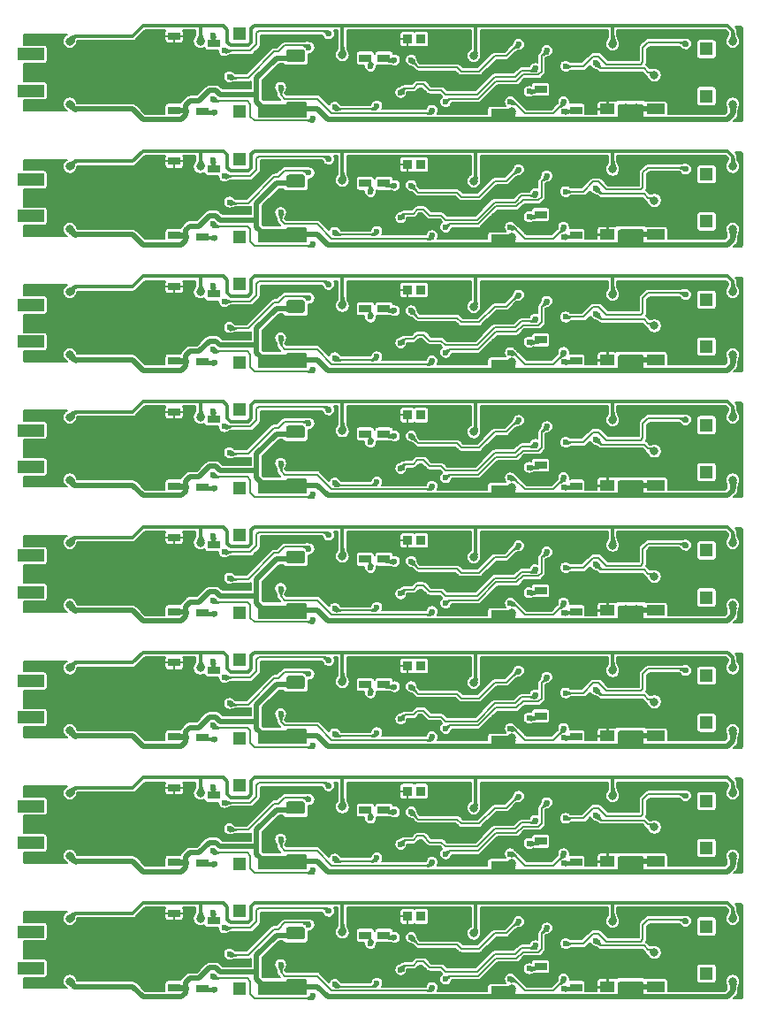
<source format=gtl>
%TF.GenerationSoftware,KiCad,Pcbnew,(5.1.9)-1*%
%TF.CreationDate,2021-05-10T22:59:36+09:00*%
%TF.ProjectId,motordecoder2-roomlight,6d6f746f-7264-4656-936f-646572322d72,rev?*%
%TF.SameCoordinates,Original*%
%TF.FileFunction,Copper,L1,Top*%
%TF.FilePolarity,Positive*%
%FSLAX46Y46*%
G04 Gerber Fmt 4.6, Leading zero omitted, Abs format (unit mm)*
G04 Created by KiCad (PCBNEW (5.1.9)-1) date 2021-05-10 22:59:36*
%MOMM*%
%LPD*%
G01*
G04 APERTURE LIST*
%TA.AperFunction,SMDPad,CuDef*%
%ADD10R,1.400000X1.000000*%
%TD*%
%TA.AperFunction,SMDPad,CuDef*%
%ADD11R,1.800000X1.000000*%
%TD*%
%TA.AperFunction,ComponentPad*%
%ADD12R,0.950000X0.950000*%
%TD*%
%TA.AperFunction,SMDPad,CuDef*%
%ADD13R,1.200000X0.800000*%
%TD*%
%TA.AperFunction,ComponentPad*%
%ADD14R,2.500000X1.200000*%
%TD*%
%TA.AperFunction,ComponentPad*%
%ADD15R,1.300000X1.300000*%
%TD*%
%TA.AperFunction,ViaPad*%
%ADD16C,0.800000*%
%TD*%
%TA.AperFunction,ViaPad*%
%ADD17C,1.000000*%
%TD*%
%TA.AperFunction,ViaPad*%
%ADD18C,0.600000*%
%TD*%
%TA.AperFunction,Conductor*%
%ADD19C,0.250000*%
%TD*%
%TA.AperFunction,Conductor*%
%ADD20C,0.500000*%
%TD*%
%TA.AperFunction,Conductor*%
%ADD21C,0.400000*%
%TD*%
%TA.AperFunction,Conductor*%
%ADD22C,0.200000*%
%TD*%
%TA.AperFunction,Conductor*%
%ADD23C,0.170000*%
%TD*%
%TA.AperFunction,Conductor*%
%ADD24C,0.300000*%
%TD*%
%TA.AperFunction,Conductor*%
%ADD25C,0.100000*%
%TD*%
%TA.AperFunction,Conductor*%
%ADD26C,0.025400*%
%TD*%
G04 APERTURE END LIST*
D10*
%TO.P,P8,1*%
%TO.N,GND*%
X157500000Y-125500000D03*
%TD*%
%TO.P,P8,1*%
%TO.N,GND*%
X157500000Y-113500000D03*
%TD*%
%TO.P,P8,1*%
%TO.N,GND*%
X157500000Y-101500000D03*
%TD*%
%TO.P,P8,1*%
%TO.N,GND*%
X157500000Y-89500000D03*
%TD*%
%TO.P,P8,1*%
%TO.N,GND*%
X157500000Y-77500000D03*
%TD*%
%TO.P,P8,1*%
%TO.N,GND*%
X157500000Y-65500000D03*
%TD*%
%TO.P,P8,1*%
%TO.N,GND*%
X157500000Y-53500000D03*
%TD*%
D11*
%TO.P,J15,1*%
%TO.N,+12V*%
X147200000Y-126000000D03*
%TD*%
%TO.P,J15,1*%
%TO.N,+12V*%
X147200000Y-114000000D03*
%TD*%
%TO.P,J15,1*%
%TO.N,+12V*%
X147200000Y-102000000D03*
%TD*%
%TO.P,J15,1*%
%TO.N,+12V*%
X147200000Y-90000000D03*
%TD*%
%TO.P,J15,1*%
%TO.N,+12V*%
X147200000Y-78000000D03*
%TD*%
%TO.P,J15,1*%
%TO.N,+12V*%
X147200000Y-66000000D03*
%TD*%
%TO.P,J15,1*%
%TO.N,+12V*%
X147200000Y-54000000D03*
%TD*%
D12*
%TO.P,P9,1*%
%TO.N,UPDI*%
X139635000Y-118800000D03*
%TO.P,P9,2*%
%TO.N,GND*%
X138365000Y-118800000D03*
%TD*%
%TO.P,P9,1*%
%TO.N,UPDI*%
X139635000Y-106800000D03*
%TO.P,P9,2*%
%TO.N,GND*%
X138365000Y-106800000D03*
%TD*%
%TO.P,P9,1*%
%TO.N,UPDI*%
X139635000Y-94800000D03*
%TO.P,P9,2*%
%TO.N,GND*%
X138365000Y-94800000D03*
%TD*%
%TO.P,P9,1*%
%TO.N,UPDI*%
X139635000Y-82800000D03*
%TO.P,P9,2*%
%TO.N,GND*%
X138365000Y-82800000D03*
%TD*%
%TO.P,P9,1*%
%TO.N,UPDI*%
X139635000Y-70800000D03*
%TO.P,P9,2*%
%TO.N,GND*%
X138365000Y-70800000D03*
%TD*%
%TO.P,P9,1*%
%TO.N,UPDI*%
X139635000Y-58800000D03*
%TO.P,P9,2*%
%TO.N,GND*%
X138365000Y-58800000D03*
%TD*%
%TO.P,P9,1*%
%TO.N,UPDI*%
X139635000Y-46800000D03*
%TO.P,P9,2*%
%TO.N,GND*%
X138365000Y-46800000D03*
%TD*%
D11*
%TO.P,P7,1*%
%TO.N,+12V*%
X162100000Y-125500000D03*
%TD*%
%TO.P,P7,1*%
%TO.N,+12V*%
X162100000Y-113500000D03*
%TD*%
%TO.P,P7,1*%
%TO.N,+12V*%
X162100000Y-101500000D03*
%TD*%
%TO.P,P7,1*%
%TO.N,+12V*%
X162100000Y-89500000D03*
%TD*%
%TO.P,P7,1*%
%TO.N,+12V*%
X162100000Y-77500000D03*
%TD*%
%TO.P,P7,1*%
%TO.N,+12V*%
X162100000Y-65500000D03*
%TD*%
%TO.P,P7,1*%
%TO.N,+12V*%
X162100000Y-53500000D03*
%TD*%
D13*
%TO.P,J11,1*%
%TO.N,Net-(J11-Pad1)*%
X119800000Y-119200000D03*
%TD*%
%TO.P,J11,1*%
%TO.N,Net-(J11-Pad1)*%
X119800000Y-107200000D03*
%TD*%
%TO.P,J11,1*%
%TO.N,Net-(J11-Pad1)*%
X119800000Y-95200000D03*
%TD*%
%TO.P,J11,1*%
%TO.N,Net-(J11-Pad1)*%
X119800000Y-83200000D03*
%TD*%
%TO.P,J11,1*%
%TO.N,Net-(J11-Pad1)*%
X119800000Y-71200000D03*
%TD*%
%TO.P,J11,1*%
%TO.N,Net-(J11-Pad1)*%
X119800000Y-59200000D03*
%TD*%
%TO.P,J11,1*%
%TO.N,Net-(J11-Pad1)*%
X119800000Y-47200000D03*
%TD*%
%TO.P,J12,1*%
%TO.N,Net-(J12-Pad1)*%
X118700000Y-125700000D03*
%TD*%
%TO.P,J12,1*%
%TO.N,Net-(J12-Pad1)*%
X118700000Y-113700000D03*
%TD*%
%TO.P,J12,1*%
%TO.N,Net-(J12-Pad1)*%
X118700000Y-101700000D03*
%TD*%
%TO.P,J12,1*%
%TO.N,Net-(J12-Pad1)*%
X118700000Y-89700000D03*
%TD*%
%TO.P,J12,1*%
%TO.N,Net-(J12-Pad1)*%
X118700000Y-77700000D03*
%TD*%
%TO.P,J12,1*%
%TO.N,Net-(J12-Pad1)*%
X118700000Y-65700000D03*
%TD*%
%TO.P,J12,1*%
%TO.N,Net-(J12-Pad1)*%
X118700000Y-53700000D03*
%TD*%
D14*
%TO.P,J22,1*%
%TO.N,Net-(D41-Pad1)*%
X102300000Y-120250000D03*
%TD*%
%TO.P,J22,1*%
%TO.N,Net-(D41-Pad1)*%
X102300000Y-108250000D03*
%TD*%
%TO.P,J22,1*%
%TO.N,Net-(D41-Pad1)*%
X102300000Y-96250000D03*
%TD*%
%TO.P,J22,1*%
%TO.N,Net-(D41-Pad1)*%
X102300000Y-84250000D03*
%TD*%
%TO.P,J22,1*%
%TO.N,Net-(D41-Pad1)*%
X102300000Y-72250000D03*
%TD*%
%TO.P,J22,1*%
%TO.N,Net-(D41-Pad1)*%
X102300000Y-60250000D03*
%TD*%
%TO.P,J22,1*%
%TO.N,Net-(D41-Pad1)*%
X102300000Y-48250000D03*
%TD*%
%TO.P,J21,1*%
%TO.N,+12V*%
X102300000Y-123750000D03*
%TD*%
%TO.P,J21,1*%
%TO.N,+12V*%
X102300000Y-111750000D03*
%TD*%
%TO.P,J21,1*%
%TO.N,+12V*%
X102300000Y-99750000D03*
%TD*%
%TO.P,J21,1*%
%TO.N,+12V*%
X102300000Y-87750000D03*
%TD*%
%TO.P,J21,1*%
%TO.N,+12V*%
X102300000Y-75750000D03*
%TD*%
%TO.P,J21,1*%
%TO.N,+12V*%
X102300000Y-63750000D03*
%TD*%
%TO.P,J21,1*%
%TO.N,+12V*%
X102300000Y-51750000D03*
%TD*%
D11*
%TO.P,J19,1*%
%TO.N,GND*%
X146300000Y-118600000D03*
%TD*%
%TO.P,J19,1*%
%TO.N,GND*%
X146300000Y-106600000D03*
%TD*%
%TO.P,J19,1*%
%TO.N,GND*%
X146300000Y-94600000D03*
%TD*%
%TO.P,J19,1*%
%TO.N,GND*%
X146300000Y-82600000D03*
%TD*%
%TO.P,J19,1*%
%TO.N,GND*%
X146300000Y-70600000D03*
%TD*%
%TO.P,J19,1*%
%TO.N,GND*%
X146300000Y-58600000D03*
%TD*%
%TO.P,J19,1*%
%TO.N,GND*%
X146300000Y-46600000D03*
%TD*%
D13*
%TO.P,J13,1*%
%TO.N,Net-(J13-Pad1)*%
X151100000Y-123600000D03*
%TD*%
%TO.P,J13,1*%
%TO.N,Net-(J13-Pad1)*%
X151100000Y-111600000D03*
%TD*%
%TO.P,J13,1*%
%TO.N,Net-(J13-Pad1)*%
X151100000Y-99600000D03*
%TD*%
%TO.P,J13,1*%
%TO.N,Net-(J13-Pad1)*%
X151100000Y-87600000D03*
%TD*%
%TO.P,J13,1*%
%TO.N,Net-(J13-Pad1)*%
X151100000Y-75600000D03*
%TD*%
%TO.P,J13,1*%
%TO.N,Net-(J13-Pad1)*%
X151100000Y-63600000D03*
%TD*%
%TO.P,J13,1*%
%TO.N,Net-(J13-Pad1)*%
X151100000Y-51600000D03*
%TD*%
%TO.P,J16,1*%
%TO.N,Net-(J16-Pad1)*%
X136100000Y-120600000D03*
%TD*%
%TO.P,J16,1*%
%TO.N,Net-(J16-Pad1)*%
X136100000Y-108600000D03*
%TD*%
%TO.P,J16,1*%
%TO.N,Net-(J16-Pad1)*%
X136100000Y-96600000D03*
%TD*%
%TO.P,J16,1*%
%TO.N,Net-(J16-Pad1)*%
X136100000Y-84600000D03*
%TD*%
%TO.P,J16,1*%
%TO.N,Net-(J16-Pad1)*%
X136100000Y-72600000D03*
%TD*%
%TO.P,J16,1*%
%TO.N,Net-(J16-Pad1)*%
X136100000Y-60600000D03*
%TD*%
%TO.P,J16,1*%
%TO.N,Net-(J16-Pad1)*%
X136100000Y-48600000D03*
%TD*%
%TO.P,J18,1*%
%TO.N,Net-(J18-Pad1)*%
X134300000Y-120600000D03*
%TD*%
%TO.P,J18,1*%
%TO.N,Net-(J18-Pad1)*%
X134300000Y-108600000D03*
%TD*%
%TO.P,J18,1*%
%TO.N,Net-(J18-Pad1)*%
X134300000Y-96600000D03*
%TD*%
%TO.P,J18,1*%
%TO.N,Net-(J18-Pad1)*%
X134300000Y-84600000D03*
%TD*%
%TO.P,J18,1*%
%TO.N,Net-(J18-Pad1)*%
X134300000Y-72600000D03*
%TD*%
%TO.P,J18,1*%
%TO.N,Net-(J18-Pad1)*%
X134300000Y-60600000D03*
%TD*%
%TO.P,J18,1*%
%TO.N,Net-(J18-Pad1)*%
X134300000Y-48600000D03*
%TD*%
%TO.P,J14,1*%
%TO.N,Net-(J14-Pad1)*%
X154500000Y-125600000D03*
%TD*%
%TO.P,J14,1*%
%TO.N,Net-(J14-Pad1)*%
X154500000Y-113600000D03*
%TD*%
%TO.P,J14,1*%
%TO.N,Net-(J14-Pad1)*%
X154500000Y-101600000D03*
%TD*%
%TO.P,J14,1*%
%TO.N,Net-(J14-Pad1)*%
X154500000Y-89600000D03*
%TD*%
%TO.P,J14,1*%
%TO.N,Net-(J14-Pad1)*%
X154500000Y-77600000D03*
%TD*%
%TO.P,J14,1*%
%TO.N,Net-(J14-Pad1)*%
X154500000Y-65600000D03*
%TD*%
%TO.P,J14,1*%
%TO.N,Net-(J14-Pad1)*%
X154500000Y-53600000D03*
%TD*%
%TO.P,J17,1*%
%TO.N,+12V*%
X128100000Y-125800000D03*
%TD*%
%TO.P,J17,1*%
%TO.N,+12V*%
X128100000Y-113800000D03*
%TD*%
%TO.P,J17,1*%
%TO.N,+12V*%
X128100000Y-101800000D03*
%TD*%
%TO.P,J17,1*%
%TO.N,+12V*%
X128100000Y-89800000D03*
%TD*%
%TO.P,J17,1*%
%TO.N,+12V*%
X128100000Y-77800000D03*
%TD*%
%TO.P,J17,1*%
%TO.N,+12V*%
X128100000Y-65800000D03*
%TD*%
%TO.P,J17,1*%
%TO.N,+12V*%
X128100000Y-53800000D03*
%TD*%
%TO.P,P11,1*%
%TO.N,GND*%
X116000000Y-118500000D03*
%TD*%
%TO.P,P11,1*%
%TO.N,GND*%
X116000000Y-106500000D03*
%TD*%
%TO.P,P11,1*%
%TO.N,GND*%
X116000000Y-94500000D03*
%TD*%
%TO.P,P11,1*%
%TO.N,GND*%
X116000000Y-82500000D03*
%TD*%
%TO.P,P11,1*%
%TO.N,GND*%
X116000000Y-70500000D03*
%TD*%
%TO.P,P11,1*%
%TO.N,GND*%
X116000000Y-58500000D03*
%TD*%
%TO.P,P11,1*%
%TO.N,GND*%
X116000000Y-46500000D03*
%TD*%
%TO.P,P10,1*%
%TO.N,+12V*%
X116000000Y-125600000D03*
%TD*%
%TO.P,P10,1*%
%TO.N,+12V*%
X116000000Y-113600000D03*
%TD*%
%TO.P,P10,1*%
%TO.N,+12V*%
X116000000Y-101600000D03*
%TD*%
%TO.P,P10,1*%
%TO.N,+12V*%
X116000000Y-89600000D03*
%TD*%
%TO.P,P10,1*%
%TO.N,+12V*%
X116000000Y-77600000D03*
%TD*%
%TO.P,P10,1*%
%TO.N,+12V*%
X116000000Y-65600000D03*
%TD*%
%TO.P,P10,1*%
%TO.N,+12V*%
X116000000Y-53600000D03*
%TD*%
D15*
%TO.P,P6,1*%
%TO.N,MOTOR-*%
X122250000Y-125750000D03*
%TD*%
%TO.P,P6,1*%
%TO.N,MOTOR-*%
X122250000Y-113750000D03*
%TD*%
%TO.P,P6,1*%
%TO.N,MOTOR-*%
X122250000Y-101750000D03*
%TD*%
%TO.P,P6,1*%
%TO.N,MOTOR-*%
X122250000Y-89750000D03*
%TD*%
%TO.P,P6,1*%
%TO.N,MOTOR-*%
X122250000Y-77750000D03*
%TD*%
%TO.P,P6,1*%
%TO.N,MOTOR-*%
X122250000Y-65750000D03*
%TD*%
%TO.P,P6,1*%
%TO.N,MOTOR-*%
X122250000Y-53750000D03*
%TD*%
%TO.P,P5,1*%
%TO.N,MOTOR+*%
X122250000Y-118250000D03*
%TD*%
%TO.P,P5,1*%
%TO.N,MOTOR+*%
X122250000Y-106250000D03*
%TD*%
%TO.P,P5,1*%
%TO.N,MOTOR+*%
X122250000Y-94250000D03*
%TD*%
%TO.P,P5,1*%
%TO.N,MOTOR+*%
X122250000Y-82250000D03*
%TD*%
%TO.P,P5,1*%
%TO.N,MOTOR+*%
X122250000Y-70250000D03*
%TD*%
%TO.P,P5,1*%
%TO.N,MOTOR+*%
X122250000Y-58250000D03*
%TD*%
%TO.P,P5,1*%
%TO.N,MOTOR+*%
X122250000Y-46250000D03*
%TD*%
%TO.P,P1,1*%
%TO.N,RAIL+*%
X167000000Y-119750000D03*
%TD*%
%TO.P,P1,1*%
%TO.N,RAIL+*%
X167000000Y-107750000D03*
%TD*%
%TO.P,P1,1*%
%TO.N,RAIL+*%
X167000000Y-95750000D03*
%TD*%
%TO.P,P1,1*%
%TO.N,RAIL+*%
X167000000Y-83750000D03*
%TD*%
%TO.P,P1,1*%
%TO.N,RAIL+*%
X167000000Y-71750000D03*
%TD*%
%TO.P,P1,1*%
%TO.N,RAIL+*%
X167000000Y-59750000D03*
%TD*%
%TO.P,P1,1*%
%TO.N,RAIL+*%
X167000000Y-47750000D03*
%TD*%
%TO.P,P3,1*%
%TO.N,RAIL-*%
X167000000Y-124250000D03*
%TD*%
%TO.P,P3,1*%
%TO.N,RAIL-*%
X167000000Y-112250000D03*
%TD*%
%TO.P,P3,1*%
%TO.N,RAIL-*%
X167000000Y-100250000D03*
%TD*%
%TO.P,P3,1*%
%TO.N,RAIL-*%
X167000000Y-88250000D03*
%TD*%
%TO.P,P3,1*%
%TO.N,RAIL-*%
X167000000Y-76250000D03*
%TD*%
%TO.P,P3,1*%
%TO.N,RAIL-*%
X167000000Y-64250000D03*
%TD*%
%TO.P,P3,1*%
%TO.N,RAIL-*%
X167000000Y-52250000D03*
%TD*%
%TO.P,P3,1*%
%TO.N,RAIL-*%
X167000000Y-40250000D03*
%TD*%
%TO.P,P1,1*%
%TO.N,RAIL+*%
X167000000Y-35750000D03*
%TD*%
D13*
%TO.P,P10,1*%
%TO.N,+12V*%
X116000000Y-41600000D03*
%TD*%
%TO.P,P11,1*%
%TO.N,GND*%
X116000000Y-34500000D03*
%TD*%
D11*
%TO.P,J15,1*%
%TO.N,+12V*%
X147200000Y-42000000D03*
%TD*%
%TO.P,P7,1*%
%TO.N,+12V*%
X162100000Y-41500000D03*
%TD*%
D10*
%TO.P,P8,1*%
%TO.N,GND*%
X157500000Y-41500000D03*
%TD*%
D12*
%TO.P,P9,2*%
%TO.N,GND*%
X138365000Y-34800000D03*
%TO.P,P9,1*%
%TO.N,UPDI*%
X139635000Y-34800000D03*
%TD*%
D15*
%TO.P,P5,1*%
%TO.N,MOTOR+*%
X122250000Y-34250000D03*
%TD*%
%TO.P,P6,1*%
%TO.N,MOTOR-*%
X122250000Y-41750000D03*
%TD*%
D13*
%TO.P,J13,1*%
%TO.N,Net-(J13-Pad1)*%
X151100000Y-39600000D03*
%TD*%
%TO.P,J17,1*%
%TO.N,+12V*%
X128100000Y-41800000D03*
%TD*%
%TO.P,J14,1*%
%TO.N,Net-(J14-Pad1)*%
X154500000Y-41600000D03*
%TD*%
%TO.P,J16,1*%
%TO.N,Net-(J16-Pad1)*%
X136100000Y-36600000D03*
%TD*%
%TO.P,J18,1*%
%TO.N,Net-(J18-Pad1)*%
X134300000Y-36600000D03*
%TD*%
%TO.P,J11,1*%
%TO.N,Net-(J11-Pad1)*%
X119800000Y-35200000D03*
%TD*%
%TO.P,J12,1*%
%TO.N,Net-(J12-Pad1)*%
X118700000Y-41700000D03*
%TD*%
D11*
%TO.P,J19,1*%
%TO.N,GND*%
X146300000Y-34600000D03*
%TD*%
D14*
%TO.P,J21,1*%
%TO.N,+12V*%
X102300000Y-39750000D03*
%TD*%
%TO.P,J22,1*%
%TO.N,Net-(D41-Pad1)*%
X102300000Y-36250000D03*
%TD*%
D16*
%TO.N,+12V*%
X106000000Y-41000000D03*
X169500000Y-41000000D03*
D17*
X160250000Y-41500000D03*
X159250000Y-41500000D03*
D16*
X148300000Y-41700000D03*
X127300000Y-41250000D03*
X125000000Y-41600000D03*
X127200000Y-36300000D03*
X128000000Y-36300000D03*
D18*
X117200000Y-41700000D03*
D17*
X160250000Y-53500000D03*
X160250000Y-65500000D03*
X160250000Y-77500000D03*
X160250000Y-89500000D03*
X160250000Y-101500000D03*
X160250000Y-113500000D03*
X160250000Y-125500000D03*
D18*
X117200000Y-53700000D03*
X117200000Y-65700000D03*
X117200000Y-77700000D03*
X117200000Y-89700000D03*
X117200000Y-101700000D03*
X117200000Y-113700000D03*
X117200000Y-125700000D03*
D16*
X127200000Y-48300000D03*
X127200000Y-60300000D03*
X127200000Y-72300000D03*
X127200000Y-84300000D03*
X127200000Y-96300000D03*
X127200000Y-108300000D03*
X127200000Y-120300000D03*
X106000000Y-53000000D03*
X106000000Y-65000000D03*
X106000000Y-77000000D03*
X106000000Y-89000000D03*
X106000000Y-101000000D03*
X106000000Y-113000000D03*
X106000000Y-125000000D03*
X127300000Y-53250000D03*
X127300000Y-65250000D03*
X127300000Y-77250000D03*
X127300000Y-89250000D03*
X127300000Y-101250000D03*
X127300000Y-113250000D03*
X127300000Y-125250000D03*
D17*
X159250000Y-53500000D03*
X159250000Y-65500000D03*
X159250000Y-77500000D03*
X159250000Y-89500000D03*
X159250000Y-101500000D03*
X159250000Y-113500000D03*
X159250000Y-125500000D03*
D16*
X125000000Y-53600000D03*
X125000000Y-65600000D03*
X125000000Y-77600000D03*
X125000000Y-89600000D03*
X125000000Y-101600000D03*
X125000000Y-113600000D03*
X125000000Y-125600000D03*
X148300000Y-53700000D03*
X148300000Y-65700000D03*
X148300000Y-77700000D03*
X148300000Y-89700000D03*
X148300000Y-101700000D03*
X148300000Y-113700000D03*
X148300000Y-125700000D03*
X128000000Y-48300000D03*
X128000000Y-60300000D03*
X128000000Y-72300000D03*
X128000000Y-84300000D03*
X128000000Y-96300000D03*
X128000000Y-108300000D03*
X128000000Y-120300000D03*
X169500000Y-53000000D03*
X169500000Y-65000000D03*
X169500000Y-77000000D03*
X169500000Y-89000000D03*
X169500000Y-101000000D03*
X169500000Y-113000000D03*
X169500000Y-125000000D03*
D18*
%TO.N,GND*%
X153300000Y-39800000D03*
D16*
X145800000Y-35600000D03*
X154000000Y-34400000D03*
X147500000Y-35000000D03*
X116250000Y-38000000D03*
D18*
X131400000Y-40000000D03*
D16*
X159000000Y-34500000D03*
X162950000Y-40250000D03*
X160100000Y-40250000D03*
D18*
X163750000Y-41250000D03*
X161825000Y-39200000D03*
X161700000Y-35800000D03*
D16*
X156300000Y-39300000D03*
X151500000Y-34400000D03*
X155100000Y-39300000D03*
D18*
X153400000Y-36500000D03*
X142900000Y-38900000D03*
X137500000Y-37600000D03*
X140600000Y-38800000D03*
X139700000Y-39745000D03*
X144200000Y-34200000D03*
D16*
X125000000Y-40000000D03*
X125000000Y-35150000D03*
X125000000Y-39100000D03*
X130500000Y-36200000D03*
X128800000Y-39500000D03*
X119600000Y-38000000D03*
X112750000Y-38000000D03*
D18*
X133250000Y-35500000D03*
X149800000Y-41200000D03*
X132200000Y-40800000D03*
D16*
X147500000Y-47000000D03*
X147500000Y-59000000D03*
X147500000Y-71000000D03*
X147500000Y-83000000D03*
X147500000Y-95000000D03*
X147500000Y-107000000D03*
X147500000Y-119000000D03*
D18*
X163750000Y-53250000D03*
X163750000Y-65250000D03*
X163750000Y-77250000D03*
X163750000Y-89250000D03*
X163750000Y-101250000D03*
X163750000Y-113250000D03*
X163750000Y-125250000D03*
X131400000Y-52000000D03*
X131400000Y-64000000D03*
X131400000Y-76000000D03*
X131400000Y-88000000D03*
X131400000Y-100000000D03*
X131400000Y-112000000D03*
X131400000Y-124000000D03*
D16*
X162950000Y-52250000D03*
X162950000Y-64250000D03*
X162950000Y-76250000D03*
X162950000Y-88250000D03*
X162950000Y-100250000D03*
X162950000Y-112250000D03*
X162950000Y-124250000D03*
D18*
X161825000Y-51200000D03*
X161825000Y-63200000D03*
X161825000Y-75200000D03*
X161825000Y-87200000D03*
X161825000Y-99200000D03*
X161825000Y-111200000D03*
X161825000Y-123200000D03*
X161700000Y-47800000D03*
X161700000Y-59800000D03*
X161700000Y-71800000D03*
X161700000Y-83800000D03*
X161700000Y-95800000D03*
X161700000Y-107800000D03*
X161700000Y-119800000D03*
D16*
X156300000Y-51300000D03*
X156300000Y-63300000D03*
X156300000Y-75300000D03*
X156300000Y-87300000D03*
X156300000Y-99300000D03*
X156300000Y-111300000D03*
X156300000Y-123300000D03*
X116250000Y-50000000D03*
X116250000Y-62000000D03*
X116250000Y-74000000D03*
X116250000Y-86000000D03*
X116250000Y-98000000D03*
X116250000Y-110000000D03*
X116250000Y-122000000D03*
X155100000Y-51300000D03*
X155100000Y-63300000D03*
X155100000Y-75300000D03*
X155100000Y-87300000D03*
X155100000Y-99300000D03*
X155100000Y-111300000D03*
X155100000Y-123300000D03*
D18*
X142900000Y-50900000D03*
X142900000Y-62900000D03*
X142900000Y-74900000D03*
X142900000Y-86900000D03*
X142900000Y-98900000D03*
X142900000Y-110900000D03*
X142900000Y-122900000D03*
D16*
X159000000Y-46500000D03*
X159000000Y-58500000D03*
X159000000Y-70500000D03*
X159000000Y-82500000D03*
X159000000Y-94500000D03*
X159000000Y-106500000D03*
X159000000Y-118500000D03*
D18*
X137500000Y-49600000D03*
X137500000Y-61600000D03*
X137500000Y-73600000D03*
X137500000Y-85600000D03*
X137500000Y-97600000D03*
X137500000Y-109600000D03*
X137500000Y-121600000D03*
D16*
X151500000Y-46400000D03*
X151500000Y-58400000D03*
X151500000Y-70400000D03*
X151500000Y-82400000D03*
X151500000Y-94400000D03*
X151500000Y-106400000D03*
X151500000Y-118400000D03*
X160100000Y-52250000D03*
X160100000Y-64250000D03*
X160100000Y-76250000D03*
X160100000Y-88250000D03*
X160100000Y-100250000D03*
X160100000Y-112250000D03*
X160100000Y-124250000D03*
D18*
X140600000Y-50800000D03*
X140600000Y-62800000D03*
X140600000Y-74800000D03*
X140600000Y-86800000D03*
X140600000Y-98800000D03*
X140600000Y-110800000D03*
X140600000Y-122800000D03*
X139700000Y-51745000D03*
X139700000Y-63745000D03*
X139700000Y-75745000D03*
X139700000Y-87745000D03*
X139700000Y-99745000D03*
X139700000Y-111745000D03*
X139700000Y-123745000D03*
X153300000Y-51800000D03*
X153300000Y-63800000D03*
X153300000Y-75800000D03*
X153300000Y-87800000D03*
X153300000Y-99800000D03*
X153300000Y-111800000D03*
X153300000Y-123800000D03*
D16*
X145800000Y-47600000D03*
X145800000Y-59600000D03*
X145800000Y-71600000D03*
X145800000Y-83600000D03*
X145800000Y-95600000D03*
X145800000Y-107600000D03*
X145800000Y-119600000D03*
X154000000Y-46400000D03*
X154000000Y-58400000D03*
X154000000Y-70400000D03*
X154000000Y-82400000D03*
X154000000Y-94400000D03*
X154000000Y-106400000D03*
X154000000Y-118400000D03*
D18*
X153400000Y-48500000D03*
X153400000Y-60500000D03*
X153400000Y-72500000D03*
X153400000Y-84500000D03*
X153400000Y-96500000D03*
X153400000Y-108500000D03*
X153400000Y-120500000D03*
X144200000Y-46200000D03*
X144200000Y-58200000D03*
X144200000Y-70200000D03*
X144200000Y-82200000D03*
X144200000Y-94200000D03*
X144200000Y-106200000D03*
X144200000Y-118200000D03*
D16*
X125000000Y-52000000D03*
X125000000Y-64000000D03*
X125000000Y-76000000D03*
X125000000Y-88000000D03*
X125000000Y-100000000D03*
X125000000Y-112000000D03*
X125000000Y-124000000D03*
D18*
X132200000Y-52800000D03*
X132200000Y-64800000D03*
X132200000Y-76800000D03*
X132200000Y-88800000D03*
X132200000Y-100800000D03*
X132200000Y-112800000D03*
X132200000Y-124800000D03*
D16*
X119600000Y-50000000D03*
X119600000Y-62000000D03*
X119600000Y-74000000D03*
X119600000Y-86000000D03*
X119600000Y-98000000D03*
X119600000Y-110000000D03*
X119600000Y-122000000D03*
X112750000Y-50000000D03*
X112750000Y-62000000D03*
X112750000Y-74000000D03*
X112750000Y-86000000D03*
X112750000Y-98000000D03*
X112750000Y-110000000D03*
X112750000Y-122000000D03*
X125000000Y-47150000D03*
X125000000Y-59150000D03*
X125000000Y-71150000D03*
X125000000Y-83150000D03*
X125000000Y-95150000D03*
X125000000Y-107150000D03*
X125000000Y-119150000D03*
X128800000Y-51500000D03*
X128800000Y-63500000D03*
X128800000Y-75500000D03*
X128800000Y-87500000D03*
X128800000Y-99500000D03*
X128800000Y-111500000D03*
X128800000Y-123500000D03*
D18*
X133250000Y-47500000D03*
X133250000Y-59500000D03*
X133250000Y-71500000D03*
X133250000Y-83500000D03*
X133250000Y-95500000D03*
X133250000Y-107500000D03*
X133250000Y-119500000D03*
D16*
X130500000Y-48200000D03*
X130500000Y-60200000D03*
X130500000Y-72200000D03*
X130500000Y-84200000D03*
X130500000Y-96200000D03*
X130500000Y-108200000D03*
X130500000Y-120200000D03*
D18*
X149800000Y-53200000D03*
X149800000Y-65200000D03*
X149800000Y-77200000D03*
X149800000Y-89200000D03*
X149800000Y-101200000D03*
X149800000Y-113200000D03*
X149800000Y-125200000D03*
D16*
X125000000Y-51100000D03*
X125000000Y-63100000D03*
X125000000Y-75100000D03*
X125000000Y-87100000D03*
X125000000Y-99100000D03*
X125000000Y-111100000D03*
X125000000Y-123100000D03*
D18*
%TO.N,FWD*%
X140700000Y-41600000D03*
X126200000Y-39400000D03*
X126200000Y-51400000D03*
X126200000Y-63400000D03*
X126200000Y-75400000D03*
X126200000Y-87400000D03*
X126200000Y-99400000D03*
X126200000Y-111400000D03*
X126200000Y-123400000D03*
X140700000Y-53600000D03*
X140700000Y-65600000D03*
X140700000Y-77600000D03*
X140700000Y-89600000D03*
X140700000Y-101600000D03*
X140700000Y-113600000D03*
X140700000Y-125600000D03*
D16*
%TO.N,Net-(D41-Pad1)*%
X106000000Y-35000000D03*
X169500000Y-35000000D03*
X144700000Y-36400000D03*
X158000000Y-35250000D03*
X118500000Y-35000000D03*
X132100000Y-36300000D03*
X169500000Y-47000000D03*
X169500000Y-59000000D03*
X169500000Y-71000000D03*
X169500000Y-83000000D03*
X169500000Y-95000000D03*
X169500000Y-107000000D03*
X169500000Y-119000000D03*
X144700000Y-48400000D03*
X144700000Y-60400000D03*
X144700000Y-72400000D03*
X144700000Y-84400000D03*
X144700000Y-96400000D03*
X144700000Y-108400000D03*
X144700000Y-120400000D03*
X132100000Y-48300000D03*
X132100000Y-60300000D03*
X132100000Y-72300000D03*
X132100000Y-84300000D03*
X132100000Y-96300000D03*
X132100000Y-108300000D03*
X132100000Y-120300000D03*
X158000000Y-47250000D03*
X158000000Y-59250000D03*
X158000000Y-71250000D03*
X158000000Y-83250000D03*
X158000000Y-95250000D03*
X158000000Y-107250000D03*
X158000000Y-119250000D03*
X118500000Y-47000000D03*
X118500000Y-59000000D03*
X118500000Y-71000000D03*
X118500000Y-83000000D03*
X118500000Y-95000000D03*
X118500000Y-107000000D03*
X118500000Y-119000000D03*
X106000000Y-47000000D03*
X106000000Y-59000000D03*
X106000000Y-71000000D03*
X106000000Y-83000000D03*
X106000000Y-95000000D03*
X106000000Y-107000000D03*
X106000000Y-119000000D03*
D18*
%TO.N,Net-(J12-Pad1)*%
X119900000Y-41800000D03*
X119900000Y-53800000D03*
X119900000Y-65800000D03*
X119900000Y-77800000D03*
X119900000Y-89800000D03*
X119900000Y-101800000D03*
X119900000Y-113800000D03*
X119900000Y-125800000D03*
%TO.N,Net-(J14-Pad1)*%
X153300000Y-41700000D03*
X153300000Y-53700000D03*
X153300000Y-65700000D03*
X153300000Y-77700000D03*
X153300000Y-89700000D03*
X153300000Y-101700000D03*
X153300000Y-113700000D03*
X153300000Y-125700000D03*
%TO.N,Net-(J16-Pad1)*%
X137100000Y-36800000D03*
X137100000Y-48800000D03*
X137100000Y-60800000D03*
X137100000Y-72800000D03*
X137100000Y-84800000D03*
X137100000Y-96800000D03*
X137100000Y-108800000D03*
X137100000Y-120800000D03*
%TO.N,Net-(J18-Pad1)*%
X134800000Y-37400000D03*
X134800000Y-49400000D03*
X134800000Y-61400000D03*
X134800000Y-73400000D03*
X134800000Y-85400000D03*
X134800000Y-97400000D03*
X134800000Y-109400000D03*
X134800000Y-121400000D03*
%TO.N,Net-(Q6-Pad3)*%
X165000000Y-35250000D03*
X153500000Y-37400000D03*
X165000000Y-47250000D03*
X165000000Y-59250000D03*
X165000000Y-71250000D03*
X165000000Y-83250000D03*
X165000000Y-95250000D03*
X165000000Y-107250000D03*
X165000000Y-119250000D03*
X153500000Y-49400000D03*
X153500000Y-61400000D03*
X153500000Y-73400000D03*
X153500000Y-85400000D03*
X153500000Y-97400000D03*
X153500000Y-109400000D03*
X153500000Y-121400000D03*
%TO.N,Func1*%
X130800000Y-34300000D03*
X120800000Y-35900000D03*
X130800000Y-46300000D03*
X130800000Y-58300000D03*
X130800000Y-70300000D03*
X130800000Y-82300000D03*
X130800000Y-94300000D03*
X130800000Y-106300000D03*
X130800000Y-118300000D03*
X120800000Y-47900000D03*
X120800000Y-59900000D03*
X120800000Y-71900000D03*
X120800000Y-83900000D03*
X120800000Y-95900000D03*
X120800000Y-107900000D03*
X120800000Y-119900000D03*
%TO.N,Func4*%
X135400000Y-41200000D03*
X119700000Y-40500000D03*
X131400000Y-41300000D03*
X129300000Y-42400000D03*
X135400000Y-53200000D03*
X135400000Y-65200000D03*
X135400000Y-77200000D03*
X135400000Y-89200000D03*
X135400000Y-101200000D03*
X135400000Y-113200000D03*
X135400000Y-125200000D03*
X131400000Y-53300000D03*
X131400000Y-65300000D03*
X131400000Y-77300000D03*
X131400000Y-89300000D03*
X131400000Y-101300000D03*
X131400000Y-113300000D03*
X131400000Y-125300000D03*
X119700000Y-52500000D03*
X119700000Y-64500000D03*
X119700000Y-76500000D03*
X119700000Y-88500000D03*
X119700000Y-100500000D03*
X119700000Y-112500000D03*
X119700000Y-124500000D03*
X129300000Y-54400000D03*
X129300000Y-66400000D03*
X129300000Y-78400000D03*
X129300000Y-90400000D03*
X129300000Y-102400000D03*
X129300000Y-114400000D03*
X129300000Y-126400000D03*
%TO.N,Func5*%
X153302408Y-40793980D03*
X148200000Y-40800000D03*
X153302408Y-52793980D03*
X153302408Y-64793980D03*
X153302408Y-76793980D03*
X153302408Y-88793980D03*
X153302408Y-100793980D03*
X153302408Y-112793980D03*
X153302408Y-124793980D03*
X148200000Y-52800000D03*
X148200000Y-64800000D03*
X148200000Y-76800000D03*
X148200000Y-88800000D03*
X148200000Y-100800000D03*
X148200000Y-112800000D03*
X148200000Y-124800000D03*
D16*
%TO.N,Net-(Q21-Pad6)*%
X162000000Y-38250000D03*
D18*
X156400000Y-37100000D03*
D16*
X162000000Y-50250000D03*
X162000000Y-62250000D03*
X162000000Y-74250000D03*
X162000000Y-86250000D03*
X162000000Y-98250000D03*
X162000000Y-110250000D03*
X162000000Y-122250000D03*
D18*
X156400000Y-49100000D03*
X156400000Y-61100000D03*
X156400000Y-73100000D03*
X156400000Y-85100000D03*
X156400000Y-97100000D03*
X156400000Y-109100000D03*
X156400000Y-121100000D03*
%TO.N,ABC-*%
X149000000Y-35300000D03*
X138700000Y-36800000D03*
X138700000Y-48800000D03*
X138700000Y-60800000D03*
X138700000Y-72800000D03*
X138700000Y-84800000D03*
X138700000Y-96800000D03*
X138700000Y-108800000D03*
X138700000Y-120800000D03*
X149000000Y-47300000D03*
X149000000Y-59300000D03*
X149000000Y-71300000D03*
X149000000Y-83300000D03*
X149000000Y-95300000D03*
X149000000Y-107300000D03*
X149000000Y-119300000D03*
%TO.N,ABC+*%
X142000000Y-40800000D03*
X151700000Y-35900000D03*
X142000000Y-52800000D03*
X142000000Y-64800000D03*
X142000000Y-76800000D03*
X142000000Y-88800000D03*
X142000000Y-100800000D03*
X142000000Y-112800000D03*
X142000000Y-124800000D03*
X151700000Y-47900000D03*
X151700000Y-59900000D03*
X151700000Y-71900000D03*
X151700000Y-83900000D03*
X151700000Y-95900000D03*
X151700000Y-107900000D03*
X151700000Y-119900000D03*
%TO.N,TXD*%
X150600000Y-37600000D03*
X137700000Y-39900000D03*
X150600000Y-49600000D03*
X150600000Y-61600000D03*
X150600000Y-73600000D03*
X150600000Y-85600000D03*
X150600000Y-97600000D03*
X150600000Y-109600000D03*
X150600000Y-121600000D03*
X137700000Y-51900000D03*
X137700000Y-63900000D03*
X137700000Y-75900000D03*
X137700000Y-87900000D03*
X137700000Y-99900000D03*
X137700000Y-111900000D03*
X137700000Y-123900000D03*
%TO.N,Net-(J11-Pad1)*%
X119700000Y-34400000D03*
X119700000Y-46400000D03*
X119700000Y-58400000D03*
X119700000Y-70400000D03*
X119700000Y-82400000D03*
X119700000Y-94400000D03*
X119700000Y-106400000D03*
X119700000Y-118400000D03*
%TO.N,Net-(J13-Pad1)*%
X150000000Y-39800000D03*
X150000000Y-51800000D03*
X150000000Y-63800000D03*
X150000000Y-75800000D03*
X150000000Y-87800000D03*
X150000000Y-99800000D03*
X150000000Y-111800000D03*
X150000000Y-123800000D03*
%TO.N,Net-(R10-Pad1)*%
X128900000Y-35600000D03*
X121300000Y-38400000D03*
X121300000Y-50400000D03*
X121300000Y-62400000D03*
X121300000Y-74400000D03*
X121300000Y-86400000D03*
X121300000Y-98400000D03*
X121300000Y-110400000D03*
X121300000Y-122400000D03*
X128900000Y-47600000D03*
X128900000Y-59600000D03*
X128900000Y-71600000D03*
X128900000Y-83600000D03*
X128900000Y-95600000D03*
X128900000Y-107600000D03*
X128900000Y-119600000D03*
%TD*%
D19*
%TO.N,+12V*%
X123600000Y-40200000D02*
X123800000Y-40400000D01*
X123600000Y-40000000D02*
X123800000Y-39800000D01*
D20*
X169500000Y-42000000D02*
X169500000Y-41000000D01*
X169000000Y-42500000D02*
X169500000Y-42000000D01*
X160750000Y-42500000D02*
X169000000Y-42500000D01*
D21*
X160250000Y-41500000D02*
X160250000Y-42500000D01*
D20*
X160250000Y-42500000D02*
X160750000Y-42500000D01*
X159750000Y-42500000D02*
X160250000Y-42500000D01*
D21*
X159250000Y-41500000D02*
X159250000Y-42500000D01*
D20*
X159250000Y-42500000D02*
X159750000Y-42500000D01*
X153000000Y-42500000D02*
X159250000Y-42500000D01*
X148300000Y-41800000D02*
X148300000Y-42400000D01*
X148200000Y-42500000D02*
X153000000Y-42500000D01*
X148300000Y-42400000D02*
X148200000Y-42500000D01*
X162200000Y-41500000D02*
X160250000Y-41500000D01*
X123500000Y-40100000D02*
X123600000Y-40100000D01*
X123500000Y-40100000D02*
X123900000Y-40100000D01*
X123900000Y-39800000D02*
X123900000Y-40100000D01*
X130700000Y-42500000D02*
X130800000Y-42500000D01*
X129700000Y-41500000D02*
X130700000Y-42500000D01*
X125100000Y-41500000D02*
X129700000Y-41500000D01*
X125000000Y-41600000D02*
X125100000Y-41500000D01*
X120000000Y-39700000D02*
X120400000Y-40100000D01*
X117500000Y-40700000D02*
X118400000Y-40700000D01*
X117100000Y-41100000D02*
X117500000Y-40700000D01*
X117100000Y-42100000D02*
X117100000Y-41100000D01*
X119400000Y-39700000D02*
X120000000Y-39700000D01*
X116700000Y-42500000D02*
X117100000Y-42100000D01*
X113000000Y-42500000D02*
X116700000Y-42500000D01*
X112000000Y-41500000D02*
X113000000Y-42500000D01*
X118400000Y-40700000D02*
X119400000Y-39700000D01*
X106500000Y-41500000D02*
X112000000Y-41500000D01*
X106000000Y-41000000D02*
X106500000Y-41500000D01*
X117100000Y-41600000D02*
X117200000Y-41700000D01*
X116000000Y-41600000D02*
X117100000Y-41600000D01*
X126900000Y-36600000D02*
X127200000Y-36300000D01*
X125800000Y-36600000D02*
X126900000Y-36600000D01*
X123900000Y-38500000D02*
X125800000Y-36600000D01*
X123900000Y-39800000D02*
X123900000Y-38500000D01*
X124900000Y-41600000D02*
X125000000Y-41600000D01*
X124800000Y-41600000D02*
X124550000Y-41350000D01*
X125000000Y-41600000D02*
X124800000Y-41600000D01*
X124550000Y-41350000D02*
X124900000Y-41700000D01*
X123900000Y-40800000D02*
X123900000Y-40700000D01*
X124700000Y-41600000D02*
X123900000Y-40800000D01*
X125000000Y-41600000D02*
X124700000Y-41600000D01*
X120400000Y-40100000D02*
X123500000Y-40100000D01*
X123900000Y-40700000D02*
X123900000Y-40100000D01*
D19*
X147200000Y-42000000D02*
X147200000Y-42500000D01*
D20*
X147200000Y-42500000D02*
X148200000Y-42500000D01*
X130800000Y-42500000D02*
X147200000Y-42500000D01*
D19*
X123600000Y-52200000D02*
X123800000Y-52400000D01*
X123600000Y-64200000D02*
X123800000Y-64400000D01*
X123600000Y-76200000D02*
X123800000Y-76400000D01*
X123600000Y-88200000D02*
X123800000Y-88400000D01*
X123600000Y-100200000D02*
X123800000Y-100400000D01*
X123600000Y-112200000D02*
X123800000Y-112400000D01*
X123600000Y-124200000D02*
X123800000Y-124400000D01*
D20*
X169000000Y-54500000D02*
X169500000Y-54000000D01*
X169000000Y-66500000D02*
X169500000Y-66000000D01*
X169000000Y-78500000D02*
X169500000Y-78000000D01*
X169000000Y-90500000D02*
X169500000Y-90000000D01*
X169000000Y-102500000D02*
X169500000Y-102000000D01*
X169000000Y-114500000D02*
X169500000Y-114000000D01*
X169000000Y-126500000D02*
X169500000Y-126000000D01*
D19*
X123600000Y-52000000D02*
X123800000Y-51800000D01*
X123600000Y-64000000D02*
X123800000Y-63800000D01*
X123600000Y-76000000D02*
X123800000Y-75800000D01*
X123600000Y-88000000D02*
X123800000Y-87800000D01*
X123600000Y-100000000D02*
X123800000Y-99800000D01*
X123600000Y-112000000D02*
X123800000Y-111800000D01*
X123600000Y-124000000D02*
X123800000Y-123800000D01*
D20*
X160750000Y-54500000D02*
X169000000Y-54500000D01*
X160750000Y-66500000D02*
X169000000Y-66500000D01*
X160750000Y-78500000D02*
X169000000Y-78500000D01*
X160750000Y-90500000D02*
X169000000Y-90500000D01*
X160750000Y-102500000D02*
X169000000Y-102500000D01*
X160750000Y-114500000D02*
X169000000Y-114500000D01*
X160750000Y-126500000D02*
X169000000Y-126500000D01*
X169500000Y-54000000D02*
X169500000Y-53000000D01*
X169500000Y-66000000D02*
X169500000Y-65000000D01*
X169500000Y-78000000D02*
X169500000Y-77000000D01*
X169500000Y-90000000D02*
X169500000Y-89000000D01*
X169500000Y-102000000D02*
X169500000Y-101000000D01*
X169500000Y-114000000D02*
X169500000Y-113000000D01*
X169500000Y-126000000D02*
X169500000Y-125000000D01*
D21*
X160250000Y-53500000D02*
X160250000Y-54500000D01*
X160250000Y-65500000D02*
X160250000Y-66500000D01*
X160250000Y-77500000D02*
X160250000Y-78500000D01*
X160250000Y-89500000D02*
X160250000Y-90500000D01*
X160250000Y-101500000D02*
X160250000Y-102500000D01*
X160250000Y-113500000D02*
X160250000Y-114500000D01*
X160250000Y-125500000D02*
X160250000Y-126500000D01*
D20*
X160250000Y-54500000D02*
X160750000Y-54500000D01*
X160250000Y-66500000D02*
X160750000Y-66500000D01*
X160250000Y-78500000D02*
X160750000Y-78500000D01*
X160250000Y-90500000D02*
X160750000Y-90500000D01*
X160250000Y-102500000D02*
X160750000Y-102500000D01*
X160250000Y-114500000D02*
X160750000Y-114500000D01*
X160250000Y-126500000D02*
X160750000Y-126500000D01*
X159750000Y-54500000D02*
X160250000Y-54500000D01*
X159750000Y-66500000D02*
X160250000Y-66500000D01*
X159750000Y-78500000D02*
X160250000Y-78500000D01*
X159750000Y-90500000D02*
X160250000Y-90500000D01*
X159750000Y-102500000D02*
X160250000Y-102500000D01*
X159750000Y-114500000D02*
X160250000Y-114500000D01*
X159750000Y-126500000D02*
X160250000Y-126500000D01*
D21*
X159250000Y-53500000D02*
X159250000Y-54500000D01*
X159250000Y-65500000D02*
X159250000Y-66500000D01*
X159250000Y-77500000D02*
X159250000Y-78500000D01*
X159250000Y-89500000D02*
X159250000Y-90500000D01*
X159250000Y-101500000D02*
X159250000Y-102500000D01*
X159250000Y-113500000D02*
X159250000Y-114500000D01*
X159250000Y-125500000D02*
X159250000Y-126500000D01*
D20*
X159250000Y-54500000D02*
X159750000Y-54500000D01*
X159250000Y-66500000D02*
X159750000Y-66500000D01*
X159250000Y-78500000D02*
X159750000Y-78500000D01*
X159250000Y-90500000D02*
X159750000Y-90500000D01*
X159250000Y-102500000D02*
X159750000Y-102500000D01*
X159250000Y-114500000D02*
X159750000Y-114500000D01*
X159250000Y-126500000D02*
X159750000Y-126500000D01*
X153000000Y-54500000D02*
X159250000Y-54500000D01*
X153000000Y-66500000D02*
X159250000Y-66500000D01*
X153000000Y-78500000D02*
X159250000Y-78500000D01*
X153000000Y-90500000D02*
X159250000Y-90500000D01*
X153000000Y-102500000D02*
X159250000Y-102500000D01*
X153000000Y-114500000D02*
X159250000Y-114500000D01*
X153000000Y-126500000D02*
X159250000Y-126500000D01*
X148200000Y-54500000D02*
X153000000Y-54500000D01*
X148200000Y-66500000D02*
X153000000Y-66500000D01*
X148200000Y-78500000D02*
X153000000Y-78500000D01*
X148200000Y-90500000D02*
X153000000Y-90500000D01*
X148200000Y-102500000D02*
X153000000Y-102500000D01*
X148200000Y-114500000D02*
X153000000Y-114500000D01*
X148200000Y-126500000D02*
X153000000Y-126500000D01*
X148300000Y-53800000D02*
X148300000Y-54400000D01*
X148300000Y-65800000D02*
X148300000Y-66400000D01*
X148300000Y-77800000D02*
X148300000Y-78400000D01*
X148300000Y-89800000D02*
X148300000Y-90400000D01*
X148300000Y-101800000D02*
X148300000Y-102400000D01*
X148300000Y-113800000D02*
X148300000Y-114400000D01*
X148300000Y-125800000D02*
X148300000Y-126400000D01*
X123500000Y-52100000D02*
X123600000Y-52100000D01*
X123500000Y-64100000D02*
X123600000Y-64100000D01*
X123500000Y-76100000D02*
X123600000Y-76100000D01*
X123500000Y-88100000D02*
X123600000Y-88100000D01*
X123500000Y-100100000D02*
X123600000Y-100100000D01*
X123500000Y-112100000D02*
X123600000Y-112100000D01*
X123500000Y-124100000D02*
X123600000Y-124100000D01*
X130700000Y-54500000D02*
X130800000Y-54500000D01*
X130700000Y-66500000D02*
X130800000Y-66500000D01*
X130700000Y-78500000D02*
X130800000Y-78500000D01*
X130700000Y-90500000D02*
X130800000Y-90500000D01*
X130700000Y-102500000D02*
X130800000Y-102500000D01*
X130700000Y-114500000D02*
X130800000Y-114500000D01*
X130700000Y-126500000D02*
X130800000Y-126500000D01*
X123900000Y-51800000D02*
X123900000Y-52100000D01*
X123900000Y-63800000D02*
X123900000Y-64100000D01*
X123900000Y-75800000D02*
X123900000Y-76100000D01*
X123900000Y-87800000D02*
X123900000Y-88100000D01*
X123900000Y-99800000D02*
X123900000Y-100100000D01*
X123900000Y-111800000D02*
X123900000Y-112100000D01*
X123900000Y-123800000D02*
X123900000Y-124100000D01*
X129700000Y-53500000D02*
X130700000Y-54500000D01*
X129700000Y-65500000D02*
X130700000Y-66500000D01*
X129700000Y-77500000D02*
X130700000Y-78500000D01*
X129700000Y-89500000D02*
X130700000Y-90500000D01*
X129700000Y-101500000D02*
X130700000Y-102500000D01*
X129700000Y-113500000D02*
X130700000Y-114500000D01*
X129700000Y-125500000D02*
X130700000Y-126500000D01*
X125100000Y-53500000D02*
X129700000Y-53500000D01*
X125100000Y-65500000D02*
X129700000Y-65500000D01*
X125100000Y-77500000D02*
X129700000Y-77500000D01*
X125100000Y-89500000D02*
X129700000Y-89500000D01*
X125100000Y-101500000D02*
X129700000Y-101500000D01*
X125100000Y-113500000D02*
X129700000Y-113500000D01*
X125100000Y-125500000D02*
X129700000Y-125500000D01*
X123500000Y-52100000D02*
X123900000Y-52100000D01*
X123500000Y-64100000D02*
X123900000Y-64100000D01*
X123500000Y-76100000D02*
X123900000Y-76100000D01*
X123500000Y-88100000D02*
X123900000Y-88100000D01*
X123500000Y-100100000D02*
X123900000Y-100100000D01*
X123500000Y-112100000D02*
X123900000Y-112100000D01*
X123500000Y-124100000D02*
X123900000Y-124100000D01*
X148300000Y-54400000D02*
X148200000Y-54500000D01*
X148300000Y-66400000D02*
X148200000Y-66500000D01*
X148300000Y-78400000D02*
X148200000Y-78500000D01*
X148300000Y-90400000D02*
X148200000Y-90500000D01*
X148300000Y-102400000D02*
X148200000Y-102500000D01*
X148300000Y-114400000D02*
X148200000Y-114500000D01*
X148300000Y-126400000D02*
X148200000Y-126500000D01*
X120000000Y-51700000D02*
X120400000Y-52100000D01*
X120000000Y-63700000D02*
X120400000Y-64100000D01*
X120000000Y-75700000D02*
X120400000Y-76100000D01*
X120000000Y-87700000D02*
X120400000Y-88100000D01*
X120000000Y-99700000D02*
X120400000Y-100100000D01*
X120000000Y-111700000D02*
X120400000Y-112100000D01*
X120000000Y-123700000D02*
X120400000Y-124100000D01*
X162200000Y-53500000D02*
X160250000Y-53500000D01*
X162200000Y-65500000D02*
X160250000Y-65500000D01*
X162200000Y-77500000D02*
X160250000Y-77500000D01*
X162200000Y-89500000D02*
X160250000Y-89500000D01*
X162200000Y-101500000D02*
X160250000Y-101500000D01*
X162200000Y-113500000D02*
X160250000Y-113500000D01*
X162200000Y-125500000D02*
X160250000Y-125500000D01*
X125000000Y-53600000D02*
X125100000Y-53500000D01*
X125000000Y-65600000D02*
X125100000Y-65500000D01*
X125000000Y-77600000D02*
X125100000Y-77500000D01*
X125000000Y-89600000D02*
X125100000Y-89500000D01*
X125000000Y-101600000D02*
X125100000Y-101500000D01*
X125000000Y-113600000D02*
X125100000Y-113500000D01*
X125000000Y-125600000D02*
X125100000Y-125500000D01*
X117500000Y-52700000D02*
X118400000Y-52700000D01*
X117500000Y-64700000D02*
X118400000Y-64700000D01*
X117500000Y-76700000D02*
X118400000Y-76700000D01*
X117500000Y-88700000D02*
X118400000Y-88700000D01*
X117500000Y-100700000D02*
X118400000Y-100700000D01*
X117500000Y-112700000D02*
X118400000Y-112700000D01*
X117500000Y-124700000D02*
X118400000Y-124700000D01*
X117100000Y-53100000D02*
X117500000Y-52700000D01*
X117100000Y-65100000D02*
X117500000Y-64700000D01*
X117100000Y-77100000D02*
X117500000Y-76700000D01*
X117100000Y-89100000D02*
X117500000Y-88700000D01*
X117100000Y-101100000D02*
X117500000Y-100700000D01*
X117100000Y-113100000D02*
X117500000Y-112700000D01*
X117100000Y-125100000D02*
X117500000Y-124700000D01*
X117100000Y-54100000D02*
X117100000Y-53100000D01*
X117100000Y-66100000D02*
X117100000Y-65100000D01*
X117100000Y-78100000D02*
X117100000Y-77100000D01*
X117100000Y-90100000D02*
X117100000Y-89100000D01*
X117100000Y-102100000D02*
X117100000Y-101100000D01*
X117100000Y-114100000D02*
X117100000Y-113100000D01*
X117100000Y-126100000D02*
X117100000Y-125100000D01*
X123900000Y-52800000D02*
X123900000Y-52700000D01*
X123900000Y-64800000D02*
X123900000Y-64700000D01*
X123900000Y-76800000D02*
X123900000Y-76700000D01*
X123900000Y-88800000D02*
X123900000Y-88700000D01*
X123900000Y-100800000D02*
X123900000Y-100700000D01*
X123900000Y-112800000D02*
X123900000Y-112700000D01*
X123900000Y-124800000D02*
X123900000Y-124700000D01*
X123900000Y-52700000D02*
X123900000Y-52100000D01*
X123900000Y-64700000D02*
X123900000Y-64100000D01*
X123900000Y-76700000D02*
X123900000Y-76100000D01*
X123900000Y-88700000D02*
X123900000Y-88100000D01*
X123900000Y-100700000D02*
X123900000Y-100100000D01*
X123900000Y-112700000D02*
X123900000Y-112100000D01*
X123900000Y-124700000D02*
X123900000Y-124100000D01*
X116700000Y-54500000D02*
X117100000Y-54100000D01*
X116700000Y-66500000D02*
X117100000Y-66100000D01*
X116700000Y-78500000D02*
X117100000Y-78100000D01*
X116700000Y-90500000D02*
X117100000Y-90100000D01*
X116700000Y-102500000D02*
X117100000Y-102100000D01*
X116700000Y-114500000D02*
X117100000Y-114100000D01*
X116700000Y-126500000D02*
X117100000Y-126100000D01*
X147200000Y-54500000D02*
X148200000Y-54500000D01*
X147200000Y-66500000D02*
X148200000Y-66500000D01*
X147200000Y-78500000D02*
X148200000Y-78500000D01*
X147200000Y-90500000D02*
X148200000Y-90500000D01*
X147200000Y-102500000D02*
X148200000Y-102500000D01*
X147200000Y-114500000D02*
X148200000Y-114500000D01*
X147200000Y-126500000D02*
X148200000Y-126500000D01*
X117100000Y-53600000D02*
X117200000Y-53700000D01*
X117100000Y-65600000D02*
X117200000Y-65700000D01*
X117100000Y-77600000D02*
X117200000Y-77700000D01*
X117100000Y-89600000D02*
X117200000Y-89700000D01*
X117100000Y-101600000D02*
X117200000Y-101700000D01*
X117100000Y-113600000D02*
X117200000Y-113700000D01*
X117100000Y-125600000D02*
X117200000Y-125700000D01*
X123900000Y-51800000D02*
X123900000Y-50500000D01*
X123900000Y-63800000D02*
X123900000Y-62500000D01*
X123900000Y-75800000D02*
X123900000Y-74500000D01*
X123900000Y-87800000D02*
X123900000Y-86500000D01*
X123900000Y-99800000D02*
X123900000Y-98500000D01*
X123900000Y-111800000D02*
X123900000Y-110500000D01*
X123900000Y-123800000D02*
X123900000Y-122500000D01*
X120400000Y-52100000D02*
X123500000Y-52100000D01*
X120400000Y-64100000D02*
X123500000Y-64100000D01*
X120400000Y-76100000D02*
X123500000Y-76100000D01*
X120400000Y-88100000D02*
X123500000Y-88100000D01*
X120400000Y-100100000D02*
X123500000Y-100100000D01*
X120400000Y-112100000D02*
X123500000Y-112100000D01*
X120400000Y-124100000D02*
X123500000Y-124100000D01*
X124700000Y-53600000D02*
X123900000Y-52800000D01*
X124700000Y-65600000D02*
X123900000Y-64800000D01*
X124700000Y-77600000D02*
X123900000Y-76800000D01*
X124700000Y-89600000D02*
X123900000Y-88800000D01*
X124700000Y-101600000D02*
X123900000Y-100800000D01*
X124700000Y-113600000D02*
X123900000Y-112800000D01*
X124700000Y-125600000D02*
X123900000Y-124800000D01*
X106500000Y-53500000D02*
X112000000Y-53500000D01*
X106500000Y-65500000D02*
X112000000Y-65500000D01*
X106500000Y-77500000D02*
X112000000Y-77500000D01*
X106500000Y-89500000D02*
X112000000Y-89500000D01*
X106500000Y-101500000D02*
X112000000Y-101500000D01*
X106500000Y-113500000D02*
X112000000Y-113500000D01*
X106500000Y-125500000D02*
X112000000Y-125500000D01*
X126900000Y-48600000D02*
X127200000Y-48300000D01*
X126900000Y-60600000D02*
X127200000Y-60300000D01*
X126900000Y-72600000D02*
X127200000Y-72300000D01*
X126900000Y-84600000D02*
X127200000Y-84300000D01*
X126900000Y-96600000D02*
X127200000Y-96300000D01*
X126900000Y-108600000D02*
X127200000Y-108300000D01*
X126900000Y-120600000D02*
X127200000Y-120300000D01*
X112000000Y-53500000D02*
X113000000Y-54500000D01*
X112000000Y-65500000D02*
X113000000Y-66500000D01*
X112000000Y-77500000D02*
X113000000Y-78500000D01*
X112000000Y-89500000D02*
X113000000Y-90500000D01*
X112000000Y-101500000D02*
X113000000Y-102500000D01*
X112000000Y-113500000D02*
X113000000Y-114500000D01*
X112000000Y-125500000D02*
X113000000Y-126500000D01*
X124550000Y-53350000D02*
X124900000Y-53700000D01*
X124550000Y-65350000D02*
X124900000Y-65700000D01*
X124550000Y-77350000D02*
X124900000Y-77700000D01*
X124550000Y-89350000D02*
X124900000Y-89700000D01*
X124550000Y-101350000D02*
X124900000Y-101700000D01*
X124550000Y-113350000D02*
X124900000Y-113700000D01*
X124550000Y-125350000D02*
X124900000Y-125700000D01*
X123900000Y-50500000D02*
X125800000Y-48600000D01*
X123900000Y-62500000D02*
X125800000Y-60600000D01*
X123900000Y-74500000D02*
X125800000Y-72600000D01*
X123900000Y-86500000D02*
X125800000Y-84600000D01*
X123900000Y-98500000D02*
X125800000Y-96600000D01*
X123900000Y-110500000D02*
X125800000Y-108600000D01*
X123900000Y-122500000D02*
X125800000Y-120600000D01*
X124800000Y-53600000D02*
X124550000Y-53350000D01*
X124800000Y-65600000D02*
X124550000Y-65350000D01*
X124800000Y-77600000D02*
X124550000Y-77350000D01*
X124800000Y-89600000D02*
X124550000Y-89350000D01*
X124800000Y-101600000D02*
X124550000Y-101350000D01*
X124800000Y-113600000D02*
X124550000Y-113350000D01*
X124800000Y-125600000D02*
X124550000Y-125350000D01*
X116000000Y-53600000D02*
X117100000Y-53600000D01*
X116000000Y-65600000D02*
X117100000Y-65600000D01*
X116000000Y-77600000D02*
X117100000Y-77600000D01*
X116000000Y-89600000D02*
X117100000Y-89600000D01*
X116000000Y-101600000D02*
X117100000Y-101600000D01*
X116000000Y-113600000D02*
X117100000Y-113600000D01*
X116000000Y-125600000D02*
X117100000Y-125600000D01*
X124900000Y-53600000D02*
X125000000Y-53600000D01*
X124900000Y-65600000D02*
X125000000Y-65600000D01*
X124900000Y-77600000D02*
X125000000Y-77600000D01*
X124900000Y-89600000D02*
X125000000Y-89600000D01*
X124900000Y-101600000D02*
X125000000Y-101600000D01*
X124900000Y-113600000D02*
X125000000Y-113600000D01*
X124900000Y-125600000D02*
X125000000Y-125600000D01*
X130800000Y-54500000D02*
X147200000Y-54500000D01*
X130800000Y-66500000D02*
X147200000Y-66500000D01*
X130800000Y-78500000D02*
X147200000Y-78500000D01*
X130800000Y-90500000D02*
X147200000Y-90500000D01*
X130800000Y-102500000D02*
X147200000Y-102500000D01*
X130800000Y-114500000D02*
X147200000Y-114500000D01*
X130800000Y-126500000D02*
X147200000Y-126500000D01*
X125000000Y-53600000D02*
X124800000Y-53600000D01*
X125000000Y-65600000D02*
X124800000Y-65600000D01*
X125000000Y-77600000D02*
X124800000Y-77600000D01*
X125000000Y-89600000D02*
X124800000Y-89600000D01*
X125000000Y-101600000D02*
X124800000Y-101600000D01*
X125000000Y-113600000D02*
X124800000Y-113600000D01*
X125000000Y-125600000D02*
X124800000Y-125600000D01*
X113000000Y-54500000D02*
X116700000Y-54500000D01*
X113000000Y-66500000D02*
X116700000Y-66500000D01*
X113000000Y-78500000D02*
X116700000Y-78500000D01*
X113000000Y-90500000D02*
X116700000Y-90500000D01*
X113000000Y-102500000D02*
X116700000Y-102500000D01*
X113000000Y-114500000D02*
X116700000Y-114500000D01*
X113000000Y-126500000D02*
X116700000Y-126500000D01*
X118400000Y-52700000D02*
X119400000Y-51700000D01*
X118400000Y-64700000D02*
X119400000Y-63700000D01*
X118400000Y-76700000D02*
X119400000Y-75700000D01*
X118400000Y-88700000D02*
X119400000Y-87700000D01*
X118400000Y-100700000D02*
X119400000Y-99700000D01*
X118400000Y-112700000D02*
X119400000Y-111700000D01*
X118400000Y-124700000D02*
X119400000Y-123700000D01*
X119400000Y-51700000D02*
X120000000Y-51700000D01*
X119400000Y-63700000D02*
X120000000Y-63700000D01*
X119400000Y-75700000D02*
X120000000Y-75700000D01*
X119400000Y-87700000D02*
X120000000Y-87700000D01*
X119400000Y-99700000D02*
X120000000Y-99700000D01*
X119400000Y-111700000D02*
X120000000Y-111700000D01*
X119400000Y-123700000D02*
X120000000Y-123700000D01*
X106000000Y-53000000D02*
X106500000Y-53500000D01*
X106000000Y-65000000D02*
X106500000Y-65500000D01*
X106000000Y-77000000D02*
X106500000Y-77500000D01*
X106000000Y-89000000D02*
X106500000Y-89500000D01*
X106000000Y-101000000D02*
X106500000Y-101500000D01*
X106000000Y-113000000D02*
X106500000Y-113500000D01*
X106000000Y-125000000D02*
X106500000Y-125500000D01*
X125000000Y-53600000D02*
X124700000Y-53600000D01*
X125000000Y-65600000D02*
X124700000Y-65600000D01*
X125000000Y-77600000D02*
X124700000Y-77600000D01*
X125000000Y-89600000D02*
X124700000Y-89600000D01*
X125000000Y-101600000D02*
X124700000Y-101600000D01*
X125000000Y-113600000D02*
X124700000Y-113600000D01*
X125000000Y-125600000D02*
X124700000Y-125600000D01*
D19*
X147200000Y-54000000D02*
X147200000Y-54500000D01*
X147200000Y-66000000D02*
X147200000Y-66500000D01*
X147200000Y-78000000D02*
X147200000Y-78500000D01*
X147200000Y-90000000D02*
X147200000Y-90500000D01*
X147200000Y-102000000D02*
X147200000Y-102500000D01*
X147200000Y-114000000D02*
X147200000Y-114500000D01*
X147200000Y-126000000D02*
X147200000Y-126500000D01*
D20*
X125800000Y-48600000D02*
X126900000Y-48600000D01*
X125800000Y-60600000D02*
X126900000Y-60600000D01*
X125800000Y-72600000D02*
X126900000Y-72600000D01*
X125800000Y-84600000D02*
X126900000Y-84600000D01*
X125800000Y-96600000D02*
X126900000Y-96600000D01*
X125800000Y-108600000D02*
X126900000Y-108600000D01*
X125800000Y-120600000D02*
X126900000Y-120600000D01*
D22*
%TO.N,GND*%
X159000000Y-38250000D02*
X159000000Y-40250000D01*
X159000000Y-40250000D02*
X160250000Y-40250000D01*
D23*
X156300000Y-40200000D02*
X156350000Y-40250000D01*
X156300000Y-39300000D02*
X156300000Y-40200000D01*
X155600000Y-41000000D02*
X156350000Y-40250000D01*
D22*
X138365000Y-34800000D02*
X138365000Y-35765000D01*
X138365000Y-34800000D02*
X137400000Y-34800000D01*
D23*
X142900000Y-38900000D02*
X140500000Y-38900000D01*
X139700000Y-39700000D02*
X139700000Y-39745000D01*
X139700000Y-39800000D02*
X139700000Y-39700000D01*
X137250000Y-41100000D02*
X138400000Y-41100000D01*
X138400000Y-41100000D02*
X138800000Y-40700000D01*
X138800000Y-40700000D02*
X139700000Y-39800000D01*
X155100000Y-38800000D02*
X155100000Y-39300000D01*
X148800000Y-39700000D02*
X149700000Y-38800000D01*
X147100000Y-39700000D02*
X148800000Y-39700000D01*
X145900000Y-40900000D02*
X147100000Y-39700000D01*
X149700000Y-38800000D02*
X155100000Y-38800000D01*
X145900000Y-41600000D02*
X145900000Y-40900000D01*
X142000000Y-41600000D02*
X145900000Y-41600000D01*
X138800000Y-40700000D02*
X141100000Y-40700000D01*
X138330000Y-35800000D02*
X138365000Y-35765000D01*
X137900000Y-35800000D02*
X138330000Y-35800000D01*
X137900000Y-37600000D02*
X137900000Y-35800000D01*
X137500000Y-37600000D02*
X137900000Y-37600000D01*
X140200000Y-38400000D02*
X140600000Y-38800000D01*
X138700000Y-38400000D02*
X140200000Y-38400000D01*
X137900000Y-37600000D02*
X138700000Y-38400000D01*
D19*
X157500000Y-41500000D02*
X155900000Y-41500000D01*
X157500000Y-40300000D02*
X157550000Y-40250000D01*
D23*
X157550000Y-40250000D02*
X156350000Y-40250000D01*
D19*
X157500000Y-41500000D02*
X157500000Y-40300000D01*
D23*
X159000000Y-40250000D02*
X157550000Y-40250000D01*
D22*
X116000000Y-34500000D02*
X116000000Y-35400000D01*
X116000000Y-34500000D02*
X114700000Y-34500000D01*
X116000000Y-34500000D02*
X117100000Y-34500000D01*
D23*
X133250000Y-35500000D02*
X133250000Y-35050000D01*
X133250000Y-35050000D02*
X133500000Y-34800000D01*
X133500000Y-34800000D02*
X137400000Y-34800000D01*
X140700000Y-40700000D02*
X141600000Y-41600000D01*
D22*
X159000000Y-50250000D02*
X159000000Y-52250000D01*
X159000000Y-62250000D02*
X159000000Y-64250000D01*
X159000000Y-74250000D02*
X159000000Y-76250000D01*
X159000000Y-86250000D02*
X159000000Y-88250000D01*
X159000000Y-98250000D02*
X159000000Y-100250000D01*
X159000000Y-110250000D02*
X159000000Y-112250000D01*
X159000000Y-122250000D02*
X159000000Y-124250000D01*
X159000000Y-52250000D02*
X160250000Y-52250000D01*
X159000000Y-64250000D02*
X160250000Y-64250000D01*
X159000000Y-76250000D02*
X160250000Y-76250000D01*
X159000000Y-88250000D02*
X160250000Y-88250000D01*
X159000000Y-100250000D02*
X160250000Y-100250000D01*
X159000000Y-112250000D02*
X160250000Y-112250000D01*
X159000000Y-124250000D02*
X160250000Y-124250000D01*
X138365000Y-46800000D02*
X138365000Y-47765000D01*
X138365000Y-58800000D02*
X138365000Y-59765000D01*
X138365000Y-70800000D02*
X138365000Y-71765000D01*
X138365000Y-82800000D02*
X138365000Y-83765000D01*
X138365000Y-94800000D02*
X138365000Y-95765000D01*
X138365000Y-106800000D02*
X138365000Y-107765000D01*
X138365000Y-118800000D02*
X138365000Y-119765000D01*
X138365000Y-46800000D02*
X137400000Y-46800000D01*
X138365000Y-58800000D02*
X137400000Y-58800000D01*
X138365000Y-70800000D02*
X137400000Y-70800000D01*
X138365000Y-82800000D02*
X137400000Y-82800000D01*
X138365000Y-94800000D02*
X137400000Y-94800000D01*
X138365000Y-106800000D02*
X137400000Y-106800000D01*
X138365000Y-118800000D02*
X137400000Y-118800000D01*
D23*
X156300000Y-51300000D02*
X156300000Y-52200000D01*
X156300000Y-63300000D02*
X156300000Y-64200000D01*
X156300000Y-75300000D02*
X156300000Y-76200000D01*
X156300000Y-87300000D02*
X156300000Y-88200000D01*
X156300000Y-99300000D02*
X156300000Y-100200000D01*
X156300000Y-111300000D02*
X156300000Y-112200000D01*
X156300000Y-123300000D02*
X156300000Y-124200000D01*
X155600000Y-53000000D02*
X156350000Y-52250000D01*
X155600000Y-65000000D02*
X156350000Y-64250000D01*
X155600000Y-77000000D02*
X156350000Y-76250000D01*
X155600000Y-89000000D02*
X156350000Y-88250000D01*
X155600000Y-101000000D02*
X156350000Y-100250000D01*
X155600000Y-113000000D02*
X156350000Y-112250000D01*
X155600000Y-125000000D02*
X156350000Y-124250000D01*
X156300000Y-52200000D02*
X156350000Y-52250000D01*
X156300000Y-64200000D02*
X156350000Y-64250000D01*
X156300000Y-76200000D02*
X156350000Y-76250000D01*
X156300000Y-88200000D02*
X156350000Y-88250000D01*
X156300000Y-100200000D02*
X156350000Y-100250000D01*
X156300000Y-112200000D02*
X156350000Y-112250000D01*
X156300000Y-124200000D02*
X156350000Y-124250000D01*
X137900000Y-47800000D02*
X138330000Y-47800000D01*
X137900000Y-59800000D02*
X138330000Y-59800000D01*
X137900000Y-71800000D02*
X138330000Y-71800000D01*
X137900000Y-83800000D02*
X138330000Y-83800000D01*
X137900000Y-95800000D02*
X138330000Y-95800000D01*
X137900000Y-107800000D02*
X138330000Y-107800000D01*
X137900000Y-119800000D02*
X138330000Y-119800000D01*
X145900000Y-53600000D02*
X145900000Y-52900000D01*
X145900000Y-65600000D02*
X145900000Y-64900000D01*
X145900000Y-77600000D02*
X145900000Y-76900000D01*
X145900000Y-89600000D02*
X145900000Y-88900000D01*
X145900000Y-101600000D02*
X145900000Y-100900000D01*
X145900000Y-113600000D02*
X145900000Y-112900000D01*
X145900000Y-125600000D02*
X145900000Y-124900000D01*
X139700000Y-51800000D02*
X139700000Y-51700000D01*
X139700000Y-63800000D02*
X139700000Y-63700000D01*
X139700000Y-75800000D02*
X139700000Y-75700000D01*
X139700000Y-87800000D02*
X139700000Y-87700000D01*
X139700000Y-99800000D02*
X139700000Y-99700000D01*
X139700000Y-111800000D02*
X139700000Y-111700000D01*
X139700000Y-123800000D02*
X139700000Y-123700000D01*
X145900000Y-52900000D02*
X147100000Y-51700000D01*
X145900000Y-64900000D02*
X147100000Y-63700000D01*
X145900000Y-76900000D02*
X147100000Y-75700000D01*
X145900000Y-88900000D02*
X147100000Y-87700000D01*
X145900000Y-100900000D02*
X147100000Y-99700000D01*
X145900000Y-112900000D02*
X147100000Y-111700000D01*
X145900000Y-124900000D02*
X147100000Y-123700000D01*
X138800000Y-52700000D02*
X141100000Y-52700000D01*
X138800000Y-64700000D02*
X141100000Y-64700000D01*
X138800000Y-76700000D02*
X141100000Y-76700000D01*
X138800000Y-88700000D02*
X141100000Y-88700000D01*
X138800000Y-100700000D02*
X141100000Y-100700000D01*
X138800000Y-112700000D02*
X141100000Y-112700000D01*
X138800000Y-124700000D02*
X141100000Y-124700000D01*
X157550000Y-52250000D02*
X156350000Y-52250000D01*
X157550000Y-64250000D02*
X156350000Y-64250000D01*
X157550000Y-76250000D02*
X156350000Y-76250000D01*
X157550000Y-88250000D02*
X156350000Y-88250000D01*
X157550000Y-100250000D02*
X156350000Y-100250000D01*
X157550000Y-112250000D02*
X156350000Y-112250000D01*
X157550000Y-124250000D02*
X156350000Y-124250000D01*
X138700000Y-50400000D02*
X140200000Y-50400000D01*
X138700000Y-62400000D02*
X140200000Y-62400000D01*
X138700000Y-74400000D02*
X140200000Y-74400000D01*
X138700000Y-86400000D02*
X140200000Y-86400000D01*
X138700000Y-98400000D02*
X140200000Y-98400000D01*
X138700000Y-110400000D02*
X140200000Y-110400000D01*
X138700000Y-122400000D02*
X140200000Y-122400000D01*
X155100000Y-50800000D02*
X155100000Y-51300000D01*
X155100000Y-62800000D02*
X155100000Y-63300000D01*
X155100000Y-74800000D02*
X155100000Y-75300000D01*
X155100000Y-86800000D02*
X155100000Y-87300000D01*
X155100000Y-98800000D02*
X155100000Y-99300000D01*
X155100000Y-110800000D02*
X155100000Y-111300000D01*
X155100000Y-122800000D02*
X155100000Y-123300000D01*
X159000000Y-52250000D02*
X157550000Y-52250000D01*
X159000000Y-64250000D02*
X157550000Y-64250000D01*
X159000000Y-76250000D02*
X157550000Y-76250000D01*
X159000000Y-88250000D02*
X157550000Y-88250000D01*
X159000000Y-100250000D02*
X157550000Y-100250000D01*
X159000000Y-112250000D02*
X157550000Y-112250000D01*
X159000000Y-124250000D02*
X157550000Y-124250000D01*
X147100000Y-51700000D02*
X148800000Y-51700000D01*
X147100000Y-63700000D02*
X148800000Y-63700000D01*
X147100000Y-75700000D02*
X148800000Y-75700000D01*
X147100000Y-87700000D02*
X148800000Y-87700000D01*
X147100000Y-99700000D02*
X148800000Y-99700000D01*
X147100000Y-111700000D02*
X148800000Y-111700000D01*
X147100000Y-123700000D02*
X148800000Y-123700000D01*
X142900000Y-50900000D02*
X140500000Y-50900000D01*
X142900000Y-62900000D02*
X140500000Y-62900000D01*
X142900000Y-74900000D02*
X140500000Y-74900000D01*
X142900000Y-86900000D02*
X140500000Y-86900000D01*
X142900000Y-98900000D02*
X140500000Y-98900000D01*
X142900000Y-110900000D02*
X140500000Y-110900000D01*
X142900000Y-122900000D02*
X140500000Y-122900000D01*
X138400000Y-53100000D02*
X138800000Y-52700000D01*
X138400000Y-65100000D02*
X138800000Y-64700000D01*
X138400000Y-77100000D02*
X138800000Y-76700000D01*
X138400000Y-89100000D02*
X138800000Y-88700000D01*
X138400000Y-101100000D02*
X138800000Y-100700000D01*
X138400000Y-113100000D02*
X138800000Y-112700000D01*
X138400000Y-125100000D02*
X138800000Y-124700000D01*
X137250000Y-53100000D02*
X138400000Y-53100000D01*
X137250000Y-65100000D02*
X138400000Y-65100000D01*
X137250000Y-77100000D02*
X138400000Y-77100000D01*
X137250000Y-89100000D02*
X138400000Y-89100000D01*
X137250000Y-101100000D02*
X138400000Y-101100000D01*
X137250000Y-113100000D02*
X138400000Y-113100000D01*
X137250000Y-125100000D02*
X138400000Y-125100000D01*
D19*
X157500000Y-53500000D02*
X155900000Y-53500000D01*
X157500000Y-65500000D02*
X155900000Y-65500000D01*
X157500000Y-77500000D02*
X155900000Y-77500000D01*
X157500000Y-89500000D02*
X155900000Y-89500000D01*
X157500000Y-101500000D02*
X155900000Y-101500000D01*
X157500000Y-113500000D02*
X155900000Y-113500000D01*
X157500000Y-125500000D02*
X155900000Y-125500000D01*
D23*
X149700000Y-50800000D02*
X155100000Y-50800000D01*
X149700000Y-62800000D02*
X155100000Y-62800000D01*
X149700000Y-74800000D02*
X155100000Y-74800000D01*
X149700000Y-86800000D02*
X155100000Y-86800000D01*
X149700000Y-98800000D02*
X155100000Y-98800000D01*
X149700000Y-110800000D02*
X155100000Y-110800000D01*
X149700000Y-122800000D02*
X155100000Y-122800000D01*
D19*
X157500000Y-53500000D02*
X157500000Y-52300000D01*
X157500000Y-65500000D02*
X157500000Y-64300000D01*
X157500000Y-77500000D02*
X157500000Y-76300000D01*
X157500000Y-89500000D02*
X157500000Y-88300000D01*
X157500000Y-101500000D02*
X157500000Y-100300000D01*
X157500000Y-113500000D02*
X157500000Y-112300000D01*
X157500000Y-125500000D02*
X157500000Y-124300000D01*
D23*
X138800000Y-52700000D02*
X139700000Y-51800000D01*
X138800000Y-64700000D02*
X139700000Y-63800000D01*
X138800000Y-76700000D02*
X139700000Y-75800000D01*
X138800000Y-88700000D02*
X139700000Y-87800000D01*
X138800000Y-100700000D02*
X139700000Y-99800000D01*
X138800000Y-112700000D02*
X139700000Y-111800000D01*
X138800000Y-124700000D02*
X139700000Y-123800000D01*
X148800000Y-51700000D02*
X149700000Y-50800000D01*
X148800000Y-63700000D02*
X149700000Y-62800000D01*
X148800000Y-75700000D02*
X149700000Y-74800000D01*
X148800000Y-87700000D02*
X149700000Y-86800000D01*
X148800000Y-99700000D02*
X149700000Y-98800000D01*
X148800000Y-111700000D02*
X149700000Y-110800000D01*
X148800000Y-123700000D02*
X149700000Y-122800000D01*
X137900000Y-49600000D02*
X137900000Y-47800000D01*
X137900000Y-61600000D02*
X137900000Y-59800000D01*
X137900000Y-73600000D02*
X137900000Y-71800000D01*
X137900000Y-85600000D02*
X137900000Y-83800000D01*
X137900000Y-97600000D02*
X137900000Y-95800000D01*
X137900000Y-109600000D02*
X137900000Y-107800000D01*
X137900000Y-121600000D02*
X137900000Y-119800000D01*
X140200000Y-50400000D02*
X140600000Y-50800000D01*
X140200000Y-62400000D02*
X140600000Y-62800000D01*
X140200000Y-74400000D02*
X140600000Y-74800000D01*
X140200000Y-86400000D02*
X140600000Y-86800000D01*
X140200000Y-98400000D02*
X140600000Y-98800000D01*
X140200000Y-110400000D02*
X140600000Y-110800000D01*
X140200000Y-122400000D02*
X140600000Y-122800000D01*
D19*
X157500000Y-52300000D02*
X157550000Y-52250000D01*
X157500000Y-64300000D02*
X157550000Y-64250000D01*
X157500000Y-76300000D02*
X157550000Y-76250000D01*
X157500000Y-88300000D02*
X157550000Y-88250000D01*
X157500000Y-100300000D02*
X157550000Y-100250000D01*
X157500000Y-112300000D02*
X157550000Y-112250000D01*
X157500000Y-124300000D02*
X157550000Y-124250000D01*
D23*
X137900000Y-49600000D02*
X138700000Y-50400000D01*
X137900000Y-61600000D02*
X138700000Y-62400000D01*
X137900000Y-73600000D02*
X138700000Y-74400000D01*
X137900000Y-85600000D02*
X138700000Y-86400000D01*
X137900000Y-97600000D02*
X138700000Y-98400000D01*
X137900000Y-109600000D02*
X138700000Y-110400000D01*
X137900000Y-121600000D02*
X138700000Y-122400000D01*
X138330000Y-47800000D02*
X138365000Y-47765000D01*
X138330000Y-59800000D02*
X138365000Y-59765000D01*
X138330000Y-71800000D02*
X138365000Y-71765000D01*
X138330000Y-83800000D02*
X138365000Y-83765000D01*
X138330000Y-95800000D02*
X138365000Y-95765000D01*
X138330000Y-107800000D02*
X138365000Y-107765000D01*
X138330000Y-119800000D02*
X138365000Y-119765000D01*
X142000000Y-53600000D02*
X145900000Y-53600000D01*
X142000000Y-65600000D02*
X145900000Y-65600000D01*
X142000000Y-77600000D02*
X145900000Y-77600000D01*
X142000000Y-89600000D02*
X145900000Y-89600000D01*
X142000000Y-101600000D02*
X145900000Y-101600000D01*
X142000000Y-113600000D02*
X145900000Y-113600000D01*
X142000000Y-125600000D02*
X145900000Y-125600000D01*
X137500000Y-49600000D02*
X137900000Y-49600000D01*
X137500000Y-61600000D02*
X137900000Y-61600000D01*
X137500000Y-73600000D02*
X137900000Y-73600000D01*
X137500000Y-85600000D02*
X137900000Y-85600000D01*
X137500000Y-97600000D02*
X137900000Y-97600000D01*
X137500000Y-109600000D02*
X137900000Y-109600000D01*
X137500000Y-121600000D02*
X137900000Y-121600000D01*
X139700000Y-51700000D02*
X139700000Y-51745000D01*
X139700000Y-63700000D02*
X139700000Y-63745000D01*
X139700000Y-75700000D02*
X139700000Y-75745000D01*
X139700000Y-87700000D02*
X139700000Y-87745000D01*
X139700000Y-99700000D02*
X139700000Y-99745000D01*
X139700000Y-111700000D02*
X139700000Y-111745000D01*
X139700000Y-123700000D02*
X139700000Y-123745000D01*
D22*
X116000000Y-46500000D02*
X117100000Y-46500000D01*
X116000000Y-58500000D02*
X117100000Y-58500000D01*
X116000000Y-70500000D02*
X117100000Y-70500000D01*
X116000000Y-82500000D02*
X117100000Y-82500000D01*
X116000000Y-94500000D02*
X117100000Y-94500000D01*
X116000000Y-106500000D02*
X117100000Y-106500000D01*
X116000000Y-118500000D02*
X117100000Y-118500000D01*
X116000000Y-46500000D02*
X116000000Y-47400000D01*
X116000000Y-58500000D02*
X116000000Y-59400000D01*
X116000000Y-70500000D02*
X116000000Y-71400000D01*
X116000000Y-82500000D02*
X116000000Y-83400000D01*
X116000000Y-94500000D02*
X116000000Y-95400000D01*
X116000000Y-106500000D02*
X116000000Y-107400000D01*
X116000000Y-118500000D02*
X116000000Y-119400000D01*
D23*
X133500000Y-46800000D02*
X137400000Y-46800000D01*
X133500000Y-58800000D02*
X137400000Y-58800000D01*
X133500000Y-70800000D02*
X137400000Y-70800000D01*
X133500000Y-82800000D02*
X137400000Y-82800000D01*
X133500000Y-94800000D02*
X137400000Y-94800000D01*
X133500000Y-106800000D02*
X137400000Y-106800000D01*
X133500000Y-118800000D02*
X137400000Y-118800000D01*
X133250000Y-47500000D02*
X133250000Y-47050000D01*
X133250000Y-59500000D02*
X133250000Y-59050000D01*
X133250000Y-71500000D02*
X133250000Y-71050000D01*
X133250000Y-83500000D02*
X133250000Y-83050000D01*
X133250000Y-95500000D02*
X133250000Y-95050000D01*
X133250000Y-107500000D02*
X133250000Y-107050000D01*
X133250000Y-119500000D02*
X133250000Y-119050000D01*
X133250000Y-47050000D02*
X133500000Y-46800000D01*
X133250000Y-59050000D02*
X133500000Y-58800000D01*
X133250000Y-71050000D02*
X133500000Y-70800000D01*
X133250000Y-83050000D02*
X133500000Y-82800000D01*
X133250000Y-95050000D02*
X133500000Y-94800000D01*
X133250000Y-107050000D02*
X133500000Y-106800000D01*
X133250000Y-119050000D02*
X133500000Y-118800000D01*
X140700000Y-52700000D02*
X141600000Y-53600000D01*
X140700000Y-64700000D02*
X141600000Y-65600000D01*
X140700000Y-76700000D02*
X141600000Y-77600000D01*
X140700000Y-88700000D02*
X141600000Y-89600000D01*
X140700000Y-100700000D02*
X141600000Y-101600000D01*
X140700000Y-112700000D02*
X141600000Y-113600000D01*
X140700000Y-124700000D02*
X141600000Y-125600000D01*
D22*
X116000000Y-46500000D02*
X114700000Y-46500000D01*
X116000000Y-58500000D02*
X114700000Y-58500000D01*
X116000000Y-70500000D02*
X114700000Y-70500000D01*
X116000000Y-82500000D02*
X114700000Y-82500000D01*
X116000000Y-94500000D02*
X114700000Y-94500000D01*
X116000000Y-106500000D02*
X114700000Y-106500000D01*
X116000000Y-118500000D02*
X114700000Y-118500000D01*
%TO.N,FWD*%
X140700000Y-41600000D02*
X140500000Y-41800000D01*
X126200000Y-40100000D02*
X126200000Y-39400000D01*
X126600000Y-40500000D02*
X126200000Y-40100000D01*
X129700000Y-40500000D02*
X126600000Y-40500000D01*
X131099999Y-41899999D02*
X129700000Y-40500000D01*
X140400001Y-41899999D02*
X131099999Y-41899999D01*
X140700000Y-41600000D02*
X140400001Y-41899999D01*
X131099999Y-53899999D02*
X129700000Y-52500000D01*
X131099999Y-65899999D02*
X129700000Y-64500000D01*
X131099999Y-77899999D02*
X129700000Y-76500000D01*
X131099999Y-89899999D02*
X129700000Y-88500000D01*
X131099999Y-101899999D02*
X129700000Y-100500000D01*
X131099999Y-113899999D02*
X129700000Y-112500000D01*
X131099999Y-125899999D02*
X129700000Y-124500000D01*
X140700000Y-53600000D02*
X140500000Y-53800000D01*
X140700000Y-65600000D02*
X140500000Y-65800000D01*
X140700000Y-77600000D02*
X140500000Y-77800000D01*
X140700000Y-89600000D02*
X140500000Y-89800000D01*
X140700000Y-101600000D02*
X140500000Y-101800000D01*
X140700000Y-113600000D02*
X140500000Y-113800000D01*
X140700000Y-125600000D02*
X140500000Y-125800000D01*
X140400001Y-53899999D02*
X131099999Y-53899999D01*
X140400001Y-65899999D02*
X131099999Y-65899999D01*
X140400001Y-77899999D02*
X131099999Y-77899999D01*
X140400001Y-89899999D02*
X131099999Y-89899999D01*
X140400001Y-101899999D02*
X131099999Y-101899999D01*
X140400001Y-113899999D02*
X131099999Y-113899999D01*
X140400001Y-125899999D02*
X131099999Y-125899999D01*
X140700000Y-53600000D02*
X140400001Y-53899999D01*
X140700000Y-65600000D02*
X140400001Y-65899999D01*
X140700000Y-77600000D02*
X140400001Y-77899999D01*
X140700000Y-89600000D02*
X140400001Y-89899999D01*
X140700000Y-101600000D02*
X140400001Y-101899999D01*
X140700000Y-113600000D02*
X140400001Y-113899999D01*
X140700000Y-125600000D02*
X140400001Y-125899999D01*
X126600000Y-52500000D02*
X126200000Y-52100000D01*
X126600000Y-64500000D02*
X126200000Y-64100000D01*
X126600000Y-76500000D02*
X126200000Y-76100000D01*
X126600000Y-88500000D02*
X126200000Y-88100000D01*
X126600000Y-100500000D02*
X126200000Y-100100000D01*
X126600000Y-112500000D02*
X126200000Y-112100000D01*
X126600000Y-124500000D02*
X126200000Y-124100000D01*
X129700000Y-52500000D02*
X126600000Y-52500000D01*
X129700000Y-64500000D02*
X126600000Y-64500000D01*
X129700000Y-76500000D02*
X126600000Y-76500000D01*
X129700000Y-88500000D02*
X126600000Y-88500000D01*
X129700000Y-100500000D02*
X126600000Y-100500000D01*
X129700000Y-112500000D02*
X126600000Y-112500000D01*
X129700000Y-124500000D02*
X126600000Y-124500000D01*
X126200000Y-52100000D02*
X126200000Y-51400000D01*
X126200000Y-64100000D02*
X126200000Y-63400000D01*
X126200000Y-76100000D02*
X126200000Y-75400000D01*
X126200000Y-88100000D02*
X126200000Y-87400000D01*
X126200000Y-100100000D02*
X126200000Y-99400000D01*
X126200000Y-112100000D02*
X126200000Y-111400000D01*
X126200000Y-124100000D02*
X126200000Y-123400000D01*
D24*
%TO.N,Net-(D41-Pad1)*%
X112000000Y-34500000D02*
X112250000Y-34250000D01*
X112000000Y-34500000D02*
X113000000Y-33500000D01*
X112000000Y-34500000D02*
X106500000Y-34500000D01*
X106500000Y-34500000D02*
X106000000Y-35000000D01*
X158000000Y-35250000D02*
X158000000Y-33500000D01*
X118500000Y-35000000D02*
X118500000Y-33500000D01*
X113000000Y-33500000D02*
X118500000Y-33500000D01*
X169500000Y-34000000D02*
X169000000Y-33500000D01*
X169500000Y-35000000D02*
X169500000Y-34000000D01*
X132100000Y-36300000D02*
X132100000Y-33500000D01*
X123700000Y-33500000D02*
X132100000Y-33500000D01*
X123400000Y-33800000D02*
X123700000Y-33500000D01*
X123100000Y-35400000D02*
X123400000Y-35100000D01*
X123400000Y-35100000D02*
X123400000Y-33800000D01*
X121100000Y-33900000D02*
X121100000Y-35100000D01*
X121400000Y-35400000D02*
X123100000Y-35400000D01*
X121100000Y-35100000D02*
X121400000Y-35400000D01*
X120700000Y-33500000D02*
X121100000Y-33900000D01*
X118500000Y-33500000D02*
X120700000Y-33500000D01*
X144500000Y-33500000D02*
X132100000Y-33500000D01*
X144700000Y-33500000D02*
X144500000Y-33500000D01*
X169000000Y-33500000D02*
X144700000Y-33500000D01*
X144700000Y-36200000D02*
X144900000Y-36000000D01*
X144700000Y-36400000D02*
X144700000Y-36200000D01*
X144900000Y-36000000D02*
X144900000Y-33500000D01*
X144900000Y-36200000D02*
X144900000Y-36000000D01*
X113000000Y-45500000D02*
X118500000Y-45500000D01*
X113000000Y-57500000D02*
X118500000Y-57500000D01*
X113000000Y-69500000D02*
X118500000Y-69500000D01*
X113000000Y-81500000D02*
X118500000Y-81500000D01*
X113000000Y-93500000D02*
X118500000Y-93500000D01*
X113000000Y-105500000D02*
X118500000Y-105500000D01*
X113000000Y-117500000D02*
X118500000Y-117500000D01*
X121100000Y-47100000D02*
X121400000Y-47400000D01*
X121100000Y-59100000D02*
X121400000Y-59400000D01*
X121100000Y-71100000D02*
X121400000Y-71400000D01*
X121100000Y-83100000D02*
X121400000Y-83400000D01*
X121100000Y-95100000D02*
X121400000Y-95400000D01*
X121100000Y-107100000D02*
X121400000Y-107400000D01*
X121100000Y-119100000D02*
X121400000Y-119400000D01*
X112000000Y-46500000D02*
X113000000Y-45500000D01*
X112000000Y-58500000D02*
X113000000Y-57500000D01*
X112000000Y-70500000D02*
X113000000Y-69500000D01*
X112000000Y-82500000D02*
X113000000Y-81500000D01*
X112000000Y-94500000D02*
X113000000Y-93500000D01*
X112000000Y-106500000D02*
X113000000Y-105500000D01*
X112000000Y-118500000D02*
X113000000Y-117500000D01*
X169500000Y-46000000D02*
X169000000Y-45500000D01*
X169500000Y-58000000D02*
X169000000Y-57500000D01*
X169500000Y-70000000D02*
X169000000Y-69500000D01*
X169500000Y-82000000D02*
X169000000Y-81500000D01*
X169500000Y-94000000D02*
X169000000Y-93500000D01*
X169500000Y-106000000D02*
X169000000Y-105500000D01*
X169500000Y-118000000D02*
X169000000Y-117500000D01*
X132100000Y-48300000D02*
X132100000Y-45500000D01*
X132100000Y-60300000D02*
X132100000Y-57500000D01*
X132100000Y-72300000D02*
X132100000Y-69500000D01*
X132100000Y-84300000D02*
X132100000Y-81500000D01*
X132100000Y-96300000D02*
X132100000Y-93500000D01*
X132100000Y-108300000D02*
X132100000Y-105500000D01*
X132100000Y-120300000D02*
X132100000Y-117500000D01*
X123400000Y-45800000D02*
X123700000Y-45500000D01*
X123400000Y-57800000D02*
X123700000Y-57500000D01*
X123400000Y-69800000D02*
X123700000Y-69500000D01*
X123400000Y-81800000D02*
X123700000Y-81500000D01*
X123400000Y-93800000D02*
X123700000Y-93500000D01*
X123400000Y-105800000D02*
X123700000Y-105500000D01*
X123400000Y-117800000D02*
X123700000Y-117500000D01*
X169500000Y-47000000D02*
X169500000Y-46000000D01*
X169500000Y-59000000D02*
X169500000Y-58000000D01*
X169500000Y-71000000D02*
X169500000Y-70000000D01*
X169500000Y-83000000D02*
X169500000Y-82000000D01*
X169500000Y-95000000D02*
X169500000Y-94000000D01*
X169500000Y-107000000D02*
X169500000Y-106000000D01*
X169500000Y-119000000D02*
X169500000Y-118000000D01*
X120700000Y-45500000D02*
X121100000Y-45900000D01*
X120700000Y-57500000D02*
X121100000Y-57900000D01*
X120700000Y-69500000D02*
X121100000Y-69900000D01*
X120700000Y-81500000D02*
X121100000Y-81900000D01*
X120700000Y-93500000D02*
X121100000Y-93900000D01*
X120700000Y-105500000D02*
X121100000Y-105900000D01*
X120700000Y-117500000D02*
X121100000Y-117900000D01*
X158000000Y-47250000D02*
X158000000Y-45500000D01*
X158000000Y-59250000D02*
X158000000Y-57500000D01*
X158000000Y-71250000D02*
X158000000Y-69500000D01*
X158000000Y-83250000D02*
X158000000Y-81500000D01*
X158000000Y-95250000D02*
X158000000Y-93500000D01*
X158000000Y-107250000D02*
X158000000Y-105500000D01*
X158000000Y-119250000D02*
X158000000Y-117500000D01*
X118500000Y-47000000D02*
X118500000Y-45500000D01*
X118500000Y-59000000D02*
X118500000Y-57500000D01*
X118500000Y-71000000D02*
X118500000Y-69500000D01*
X118500000Y-83000000D02*
X118500000Y-81500000D01*
X118500000Y-95000000D02*
X118500000Y-93500000D01*
X118500000Y-107000000D02*
X118500000Y-105500000D01*
X118500000Y-119000000D02*
X118500000Y-117500000D01*
X123100000Y-47400000D02*
X123400000Y-47100000D01*
X123100000Y-59400000D02*
X123400000Y-59100000D01*
X123100000Y-71400000D02*
X123400000Y-71100000D01*
X123100000Y-83400000D02*
X123400000Y-83100000D01*
X123100000Y-95400000D02*
X123400000Y-95100000D01*
X123100000Y-107400000D02*
X123400000Y-107100000D01*
X123100000Y-119400000D02*
X123400000Y-119100000D01*
X144500000Y-45500000D02*
X132100000Y-45500000D01*
X144500000Y-57500000D02*
X132100000Y-57500000D01*
X144500000Y-69500000D02*
X132100000Y-69500000D01*
X144500000Y-81500000D02*
X132100000Y-81500000D01*
X144500000Y-93500000D02*
X132100000Y-93500000D01*
X144500000Y-105500000D02*
X132100000Y-105500000D01*
X144500000Y-117500000D02*
X132100000Y-117500000D01*
X112000000Y-46500000D02*
X106500000Y-46500000D01*
X112000000Y-58500000D02*
X106500000Y-58500000D01*
X112000000Y-70500000D02*
X106500000Y-70500000D01*
X112000000Y-82500000D02*
X106500000Y-82500000D01*
X112000000Y-94500000D02*
X106500000Y-94500000D01*
X112000000Y-106500000D02*
X106500000Y-106500000D01*
X112000000Y-118500000D02*
X106500000Y-118500000D01*
X144700000Y-45500000D02*
X144500000Y-45500000D01*
X144700000Y-57500000D02*
X144500000Y-57500000D01*
X144700000Y-69500000D02*
X144500000Y-69500000D01*
X144700000Y-81500000D02*
X144500000Y-81500000D01*
X144700000Y-93500000D02*
X144500000Y-93500000D01*
X144700000Y-105500000D02*
X144500000Y-105500000D01*
X144700000Y-117500000D02*
X144500000Y-117500000D01*
X118500000Y-45500000D02*
X120700000Y-45500000D01*
X118500000Y-57500000D02*
X120700000Y-57500000D01*
X118500000Y-69500000D02*
X120700000Y-69500000D01*
X118500000Y-81500000D02*
X120700000Y-81500000D01*
X118500000Y-93500000D02*
X120700000Y-93500000D01*
X118500000Y-105500000D02*
X120700000Y-105500000D01*
X118500000Y-117500000D02*
X120700000Y-117500000D01*
X112000000Y-46500000D02*
X112250000Y-46250000D01*
X112000000Y-58500000D02*
X112250000Y-58250000D01*
X112000000Y-70500000D02*
X112250000Y-70250000D01*
X112000000Y-82500000D02*
X112250000Y-82250000D01*
X112000000Y-94500000D02*
X112250000Y-94250000D01*
X112000000Y-106500000D02*
X112250000Y-106250000D01*
X112000000Y-118500000D02*
X112250000Y-118250000D01*
X106500000Y-46500000D02*
X106000000Y-47000000D01*
X106500000Y-58500000D02*
X106000000Y-59000000D01*
X106500000Y-70500000D02*
X106000000Y-71000000D01*
X106500000Y-82500000D02*
X106000000Y-83000000D01*
X106500000Y-94500000D02*
X106000000Y-95000000D01*
X106500000Y-106500000D02*
X106000000Y-107000000D01*
X106500000Y-118500000D02*
X106000000Y-119000000D01*
X123400000Y-47100000D02*
X123400000Y-45800000D01*
X123400000Y-59100000D02*
X123400000Y-57800000D01*
X123400000Y-71100000D02*
X123400000Y-69800000D01*
X123400000Y-83100000D02*
X123400000Y-81800000D01*
X123400000Y-95100000D02*
X123400000Y-93800000D01*
X123400000Y-107100000D02*
X123400000Y-105800000D01*
X123400000Y-119100000D02*
X123400000Y-117800000D01*
X123700000Y-45500000D02*
X132100000Y-45500000D01*
X123700000Y-57500000D02*
X132100000Y-57500000D01*
X123700000Y-69500000D02*
X132100000Y-69500000D01*
X123700000Y-81500000D02*
X132100000Y-81500000D01*
X123700000Y-93500000D02*
X132100000Y-93500000D01*
X123700000Y-105500000D02*
X132100000Y-105500000D01*
X123700000Y-117500000D02*
X132100000Y-117500000D01*
X121100000Y-45900000D02*
X121100000Y-47100000D01*
X121100000Y-57900000D02*
X121100000Y-59100000D01*
X121100000Y-69900000D02*
X121100000Y-71100000D01*
X121100000Y-81900000D02*
X121100000Y-83100000D01*
X121100000Y-93900000D02*
X121100000Y-95100000D01*
X121100000Y-105900000D02*
X121100000Y-107100000D01*
X121100000Y-117900000D02*
X121100000Y-119100000D01*
X121400000Y-47400000D02*
X123100000Y-47400000D01*
X121400000Y-59400000D02*
X123100000Y-59400000D01*
X121400000Y-71400000D02*
X123100000Y-71400000D01*
X121400000Y-83400000D02*
X123100000Y-83400000D01*
X121400000Y-95400000D02*
X123100000Y-95400000D01*
X121400000Y-107400000D02*
X123100000Y-107400000D01*
X121400000Y-119400000D02*
X123100000Y-119400000D01*
X144700000Y-48200000D02*
X144900000Y-48000000D01*
X144700000Y-60200000D02*
X144900000Y-60000000D01*
X144700000Y-72200000D02*
X144900000Y-72000000D01*
X144700000Y-84200000D02*
X144900000Y-84000000D01*
X144700000Y-96200000D02*
X144900000Y-96000000D01*
X144700000Y-108200000D02*
X144900000Y-108000000D01*
X144700000Y-120200000D02*
X144900000Y-120000000D01*
X144700000Y-48400000D02*
X144700000Y-48200000D01*
X144700000Y-60400000D02*
X144700000Y-60200000D01*
X144700000Y-72400000D02*
X144700000Y-72200000D01*
X144700000Y-84400000D02*
X144700000Y-84200000D01*
X144700000Y-96400000D02*
X144700000Y-96200000D01*
X144700000Y-108400000D02*
X144700000Y-108200000D01*
X144700000Y-120400000D02*
X144700000Y-120200000D01*
X144900000Y-48000000D02*
X144900000Y-45500000D01*
X144900000Y-60000000D02*
X144900000Y-57500000D01*
X144900000Y-72000000D02*
X144900000Y-69500000D01*
X144900000Y-84000000D02*
X144900000Y-81500000D01*
X144900000Y-96000000D02*
X144900000Y-93500000D01*
X144900000Y-108000000D02*
X144900000Y-105500000D01*
X144900000Y-120000000D02*
X144900000Y-117500000D01*
X169000000Y-45500000D02*
X144700000Y-45500000D01*
X169000000Y-57500000D02*
X144700000Y-57500000D01*
X169000000Y-69500000D02*
X144700000Y-69500000D01*
X169000000Y-81500000D02*
X144700000Y-81500000D01*
X169000000Y-93500000D02*
X144700000Y-93500000D01*
X169000000Y-105500000D02*
X144700000Y-105500000D01*
X169000000Y-117500000D02*
X144700000Y-117500000D01*
X144900000Y-48200000D02*
X144900000Y-48000000D01*
X144900000Y-60200000D02*
X144900000Y-60000000D01*
X144900000Y-72200000D02*
X144900000Y-72000000D01*
X144900000Y-84200000D02*
X144900000Y-84000000D01*
X144900000Y-96200000D02*
X144900000Y-96000000D01*
X144900000Y-108200000D02*
X144900000Y-108000000D01*
X144900000Y-120200000D02*
X144900000Y-120000000D01*
%TO.N,Net-(J12-Pad1)*%
X118800000Y-41800000D02*
X118700000Y-41700000D01*
X119900000Y-41800000D02*
X118800000Y-41800000D01*
X118800000Y-53800000D02*
X118700000Y-53700000D01*
X118800000Y-65800000D02*
X118700000Y-65700000D01*
X118800000Y-77800000D02*
X118700000Y-77700000D01*
X118800000Y-89800000D02*
X118700000Y-89700000D01*
X118800000Y-101800000D02*
X118700000Y-101700000D01*
X118800000Y-113800000D02*
X118700000Y-113700000D01*
X118800000Y-125800000D02*
X118700000Y-125700000D01*
X119900000Y-53800000D02*
X118800000Y-53800000D01*
X119900000Y-65800000D02*
X118800000Y-65800000D01*
X119900000Y-77800000D02*
X118800000Y-77800000D01*
X119900000Y-89800000D02*
X118800000Y-89800000D01*
X119900000Y-101800000D02*
X118800000Y-101800000D01*
X119900000Y-113800000D02*
X118800000Y-113800000D01*
X119900000Y-125800000D02*
X118800000Y-125800000D01*
%TO.N,Net-(J14-Pad1)*%
X154400000Y-41700000D02*
X154500000Y-41600000D01*
X153300000Y-41700000D02*
X154400000Y-41700000D01*
X153300000Y-53700000D02*
X154400000Y-53700000D01*
X153300000Y-65700000D02*
X154400000Y-65700000D01*
X153300000Y-77700000D02*
X154400000Y-77700000D01*
X153300000Y-89700000D02*
X154400000Y-89700000D01*
X153300000Y-101700000D02*
X154400000Y-101700000D01*
X153300000Y-113700000D02*
X154400000Y-113700000D01*
X153300000Y-125700000D02*
X154400000Y-125700000D01*
X154400000Y-53700000D02*
X154500000Y-53600000D01*
X154400000Y-65700000D02*
X154500000Y-65600000D01*
X154400000Y-77700000D02*
X154500000Y-77600000D01*
X154400000Y-89700000D02*
X154500000Y-89600000D01*
X154400000Y-101700000D02*
X154500000Y-101600000D01*
X154400000Y-113700000D02*
X154500000Y-113600000D01*
X154400000Y-125700000D02*
X154500000Y-125600000D01*
%TO.N,Net-(J16-Pad1)*%
X136300000Y-36800000D02*
X136100000Y-36600000D01*
X137100000Y-36800000D02*
X136300000Y-36800000D01*
X136300000Y-48800000D02*
X136100000Y-48600000D01*
X136300000Y-60800000D02*
X136100000Y-60600000D01*
X136300000Y-72800000D02*
X136100000Y-72600000D01*
X136300000Y-84800000D02*
X136100000Y-84600000D01*
X136300000Y-96800000D02*
X136100000Y-96600000D01*
X136300000Y-108800000D02*
X136100000Y-108600000D01*
X136300000Y-120800000D02*
X136100000Y-120600000D01*
X137100000Y-48800000D02*
X136300000Y-48800000D01*
X137100000Y-60800000D02*
X136300000Y-60800000D01*
X137100000Y-72800000D02*
X136300000Y-72800000D01*
X137100000Y-84800000D02*
X136300000Y-84800000D01*
X137100000Y-96800000D02*
X136300000Y-96800000D01*
X137100000Y-108800000D02*
X136300000Y-108800000D01*
X137100000Y-120800000D02*
X136300000Y-120800000D01*
D22*
%TO.N,Net-(J18-Pad1)*%
X134800000Y-37400000D02*
X134800000Y-37000000D01*
X134400000Y-36600000D02*
X134300000Y-36600000D01*
X134800000Y-37000000D02*
X134400000Y-36600000D01*
X134400000Y-48600000D02*
X134300000Y-48600000D01*
X134400000Y-60600000D02*
X134300000Y-60600000D01*
X134400000Y-72600000D02*
X134300000Y-72600000D01*
X134400000Y-84600000D02*
X134300000Y-84600000D01*
X134400000Y-96600000D02*
X134300000Y-96600000D01*
X134400000Y-108600000D02*
X134300000Y-108600000D01*
X134400000Y-120600000D02*
X134300000Y-120600000D01*
X134800000Y-49000000D02*
X134400000Y-48600000D01*
X134800000Y-61000000D02*
X134400000Y-60600000D01*
X134800000Y-73000000D02*
X134400000Y-72600000D01*
X134800000Y-85000000D02*
X134400000Y-84600000D01*
X134800000Y-97000000D02*
X134400000Y-96600000D01*
X134800000Y-109000000D02*
X134400000Y-108600000D01*
X134800000Y-121000000D02*
X134400000Y-120600000D01*
X134800000Y-49400000D02*
X134800000Y-49000000D01*
X134800000Y-61400000D02*
X134800000Y-61000000D01*
X134800000Y-73400000D02*
X134800000Y-73000000D01*
X134800000Y-85400000D02*
X134800000Y-85000000D01*
X134800000Y-97400000D02*
X134800000Y-97000000D01*
X134800000Y-109400000D02*
X134800000Y-109000000D01*
X134800000Y-121400000D02*
X134800000Y-121000000D01*
%TO.N,Net-(Q6-Pad3)*%
X164700000Y-35100000D02*
X164900000Y-35300000D01*
X153500000Y-37400000D02*
X153900000Y-37400000D01*
X153900000Y-37400000D02*
X153700000Y-37400000D01*
X164850000Y-35100000D02*
X165000000Y-35250000D01*
X160900000Y-35600000D02*
X161400000Y-35100000D01*
X160900000Y-37000000D02*
X160900000Y-35600000D01*
X160700000Y-37200000D02*
X160900000Y-37000000D01*
X157400000Y-37200000D02*
X160700000Y-37200000D01*
X156650000Y-36450000D02*
X157400000Y-37200000D01*
X161400000Y-35100000D02*
X164850000Y-35100000D01*
X156150000Y-36450000D02*
X156650000Y-36450000D01*
X155200000Y-37400000D02*
X156150000Y-36450000D01*
X153900000Y-37400000D02*
X155200000Y-37400000D01*
X164850000Y-47100000D02*
X165000000Y-47250000D01*
X164850000Y-59100000D02*
X165000000Y-59250000D01*
X164850000Y-71100000D02*
X165000000Y-71250000D01*
X164850000Y-83100000D02*
X165000000Y-83250000D01*
X164850000Y-95100000D02*
X165000000Y-95250000D01*
X164850000Y-107100000D02*
X165000000Y-107250000D01*
X164850000Y-119100000D02*
X165000000Y-119250000D01*
X164700000Y-47100000D02*
X164900000Y-47300000D01*
X164700000Y-59100000D02*
X164900000Y-59300000D01*
X164700000Y-71100000D02*
X164900000Y-71300000D01*
X164700000Y-83100000D02*
X164900000Y-83300000D01*
X164700000Y-95100000D02*
X164900000Y-95300000D01*
X164700000Y-107100000D02*
X164900000Y-107300000D01*
X164700000Y-119100000D02*
X164900000Y-119300000D01*
X160900000Y-47600000D02*
X161400000Y-47100000D01*
X160900000Y-59600000D02*
X161400000Y-59100000D01*
X160900000Y-71600000D02*
X161400000Y-71100000D01*
X160900000Y-83600000D02*
X161400000Y-83100000D01*
X160900000Y-95600000D02*
X161400000Y-95100000D01*
X160900000Y-107600000D02*
X161400000Y-107100000D01*
X160900000Y-119600000D02*
X161400000Y-119100000D01*
X156650000Y-48450000D02*
X157400000Y-49200000D01*
X156650000Y-60450000D02*
X157400000Y-61200000D01*
X156650000Y-72450000D02*
X157400000Y-73200000D01*
X156650000Y-84450000D02*
X157400000Y-85200000D01*
X156650000Y-96450000D02*
X157400000Y-97200000D01*
X156650000Y-108450000D02*
X157400000Y-109200000D01*
X156650000Y-120450000D02*
X157400000Y-121200000D01*
X160900000Y-49000000D02*
X160900000Y-47600000D01*
X160900000Y-61000000D02*
X160900000Y-59600000D01*
X160900000Y-73000000D02*
X160900000Y-71600000D01*
X160900000Y-85000000D02*
X160900000Y-83600000D01*
X160900000Y-97000000D02*
X160900000Y-95600000D01*
X160900000Y-109000000D02*
X160900000Y-107600000D01*
X160900000Y-121000000D02*
X160900000Y-119600000D01*
X156150000Y-48450000D02*
X156650000Y-48450000D01*
X156150000Y-60450000D02*
X156650000Y-60450000D01*
X156150000Y-72450000D02*
X156650000Y-72450000D01*
X156150000Y-84450000D02*
X156650000Y-84450000D01*
X156150000Y-96450000D02*
X156650000Y-96450000D01*
X156150000Y-108450000D02*
X156650000Y-108450000D01*
X156150000Y-120450000D02*
X156650000Y-120450000D01*
X153900000Y-49400000D02*
X155200000Y-49400000D01*
X153900000Y-61400000D02*
X155200000Y-61400000D01*
X153900000Y-73400000D02*
X155200000Y-73400000D01*
X153900000Y-85400000D02*
X155200000Y-85400000D01*
X153900000Y-97400000D02*
X155200000Y-97400000D01*
X153900000Y-109400000D02*
X155200000Y-109400000D01*
X153900000Y-121400000D02*
X155200000Y-121400000D01*
X160700000Y-49200000D02*
X160900000Y-49000000D01*
X160700000Y-61200000D02*
X160900000Y-61000000D01*
X160700000Y-73200000D02*
X160900000Y-73000000D01*
X160700000Y-85200000D02*
X160900000Y-85000000D01*
X160700000Y-97200000D02*
X160900000Y-97000000D01*
X160700000Y-109200000D02*
X160900000Y-109000000D01*
X160700000Y-121200000D02*
X160900000Y-121000000D01*
X161400000Y-47100000D02*
X164850000Y-47100000D01*
X161400000Y-59100000D02*
X164850000Y-59100000D01*
X161400000Y-71100000D02*
X164850000Y-71100000D01*
X161400000Y-83100000D02*
X164850000Y-83100000D01*
X161400000Y-95100000D02*
X164850000Y-95100000D01*
X161400000Y-107100000D02*
X164850000Y-107100000D01*
X161400000Y-119100000D02*
X164850000Y-119100000D01*
X157400000Y-49200000D02*
X160700000Y-49200000D01*
X157400000Y-61200000D02*
X160700000Y-61200000D01*
X157400000Y-73200000D02*
X160700000Y-73200000D01*
X157400000Y-85200000D02*
X160700000Y-85200000D01*
X157400000Y-97200000D02*
X160700000Y-97200000D01*
X157400000Y-109200000D02*
X160700000Y-109200000D01*
X157400000Y-121200000D02*
X160700000Y-121200000D01*
X155200000Y-49400000D02*
X156150000Y-48450000D01*
X155200000Y-61400000D02*
X156150000Y-60450000D01*
X155200000Y-73400000D02*
X156150000Y-72450000D01*
X155200000Y-85400000D02*
X156150000Y-84450000D01*
X155200000Y-97400000D02*
X156150000Y-96450000D01*
X155200000Y-109400000D02*
X156150000Y-108450000D01*
X155200000Y-121400000D02*
X156150000Y-120450000D01*
X153500000Y-49400000D02*
X153900000Y-49400000D01*
X153500000Y-61400000D02*
X153900000Y-61400000D01*
X153500000Y-73400000D02*
X153900000Y-73400000D01*
X153500000Y-85400000D02*
X153900000Y-85400000D01*
X153500000Y-97400000D02*
X153900000Y-97400000D01*
X153500000Y-109400000D02*
X153900000Y-109400000D01*
X153500000Y-121400000D02*
X153900000Y-121400000D01*
X153900000Y-49400000D02*
X153700000Y-49400000D01*
X153900000Y-61400000D02*
X153700000Y-61400000D01*
X153900000Y-73400000D02*
X153700000Y-73400000D01*
X153900000Y-85400000D02*
X153700000Y-85400000D01*
X153900000Y-97400000D02*
X153700000Y-97400000D01*
X153900000Y-109400000D02*
X153700000Y-109400000D01*
X153900000Y-121400000D02*
X153700000Y-121400000D01*
%TO.N,Func1*%
X123900000Y-35300000D02*
X123300000Y-35900000D01*
X123900000Y-34200000D02*
X123900000Y-35300000D01*
X124100000Y-34000000D02*
X123900000Y-34200000D01*
X130500001Y-34000001D02*
X124100000Y-34000000D01*
X130800000Y-34300000D02*
X130500001Y-34000001D01*
X120800000Y-35900000D02*
X123300000Y-35900000D01*
X123900000Y-47300000D02*
X123300000Y-47900000D01*
X123900000Y-59300000D02*
X123300000Y-59900000D01*
X123900000Y-71300000D02*
X123300000Y-71900000D01*
X123900000Y-83300000D02*
X123300000Y-83900000D01*
X123900000Y-95300000D02*
X123300000Y-95900000D01*
X123900000Y-107300000D02*
X123300000Y-107900000D01*
X123900000Y-119300000D02*
X123300000Y-119900000D01*
X123900000Y-46200000D02*
X123900000Y-47300000D01*
X123900000Y-58200000D02*
X123900000Y-59300000D01*
X123900000Y-70200000D02*
X123900000Y-71300000D01*
X123900000Y-82200000D02*
X123900000Y-83300000D01*
X123900000Y-94200000D02*
X123900000Y-95300000D01*
X123900000Y-106200000D02*
X123900000Y-107300000D01*
X123900000Y-118200000D02*
X123900000Y-119300000D01*
X124100000Y-46000000D02*
X123900000Y-46200000D01*
X124100000Y-58000000D02*
X123900000Y-58200000D01*
X124100000Y-70000000D02*
X123900000Y-70200000D01*
X124100000Y-82000000D02*
X123900000Y-82200000D01*
X124100000Y-94000000D02*
X123900000Y-94200000D01*
X124100000Y-106000000D02*
X123900000Y-106200000D01*
X124100000Y-118000000D02*
X123900000Y-118200000D01*
X130500001Y-46000001D02*
X124100000Y-46000000D01*
X130500001Y-58000001D02*
X124100000Y-58000000D01*
X130500001Y-70000001D02*
X124100000Y-70000000D01*
X130500001Y-82000001D02*
X124100000Y-82000000D01*
X130500001Y-94000001D02*
X124100000Y-94000000D01*
X130500001Y-106000001D02*
X124100000Y-106000000D01*
X130500001Y-118000001D02*
X124100000Y-118000000D01*
X130800000Y-46300000D02*
X130500001Y-46000001D01*
X130800000Y-58300000D02*
X130500001Y-58000001D01*
X130800000Y-70300000D02*
X130500001Y-70000001D01*
X130800000Y-82300000D02*
X130500001Y-82000001D01*
X130800000Y-94300000D02*
X130500001Y-94000001D01*
X130800000Y-106300000D02*
X130500001Y-106000001D01*
X130800000Y-118300000D02*
X130500001Y-118000001D01*
X120800000Y-47900000D02*
X123300000Y-47900000D01*
X120800000Y-59900000D02*
X123300000Y-59900000D01*
X120800000Y-71900000D02*
X123300000Y-71900000D01*
X120800000Y-83900000D02*
X123300000Y-83900000D01*
X120800000Y-95900000D02*
X123300000Y-95900000D01*
X120800000Y-107900000D02*
X123300000Y-107900000D01*
X120800000Y-119900000D02*
X123300000Y-119900000D01*
D23*
%TO.N,Func4*%
X135100000Y-41400000D02*
X135300000Y-41400000D01*
X131500000Y-41300000D02*
X131700000Y-41500000D01*
D22*
X119700000Y-40500000D02*
X119900000Y-40700000D01*
X119900000Y-40700000D02*
X121600000Y-40700000D01*
X121600000Y-40700000D02*
X122800000Y-40700000D01*
X122800000Y-40700000D02*
X123000000Y-40700000D01*
X123000000Y-40700000D02*
X123300000Y-41000000D01*
X123300000Y-41000000D02*
X123300000Y-41500000D01*
X123300000Y-42200000D02*
X123700000Y-42600000D01*
X123300000Y-41500000D02*
X123300000Y-42000000D01*
X123300000Y-42000000D02*
X123300000Y-42200000D01*
X123700000Y-42600000D02*
X124100000Y-42600000D01*
X124100000Y-42600000D02*
X129000000Y-42600000D01*
D23*
X131500000Y-41200000D02*
X131300000Y-41200000D01*
D22*
X129000000Y-42600000D02*
X129100000Y-42600000D01*
X129100000Y-42600000D02*
X129300000Y-42400000D01*
D23*
X131600000Y-41500000D02*
X131400000Y-41300000D01*
X135300000Y-41200000D02*
X135400000Y-41200000D01*
X135000000Y-41500000D02*
X135300000Y-41200000D01*
X131400000Y-41500000D02*
X135000000Y-41500000D01*
D22*
X119900000Y-52700000D02*
X121600000Y-52700000D01*
X119900000Y-64700000D02*
X121600000Y-64700000D01*
X119900000Y-76700000D02*
X121600000Y-76700000D01*
X119900000Y-88700000D02*
X121600000Y-88700000D01*
X119900000Y-100700000D02*
X121600000Y-100700000D01*
X119900000Y-112700000D02*
X121600000Y-112700000D01*
X119900000Y-124700000D02*
X121600000Y-124700000D01*
D23*
X135300000Y-53200000D02*
X135400000Y-53200000D01*
X135300000Y-65200000D02*
X135400000Y-65200000D01*
X135300000Y-77200000D02*
X135400000Y-77200000D01*
X135300000Y-89200000D02*
X135400000Y-89200000D01*
X135300000Y-101200000D02*
X135400000Y-101200000D01*
X135300000Y-113200000D02*
X135400000Y-113200000D01*
X135300000Y-125200000D02*
X135400000Y-125200000D01*
D22*
X124100000Y-54600000D02*
X129000000Y-54600000D01*
X124100000Y-66600000D02*
X129000000Y-66600000D01*
X124100000Y-78600000D02*
X129000000Y-78600000D01*
X124100000Y-90600000D02*
X129000000Y-90600000D01*
X124100000Y-102600000D02*
X129000000Y-102600000D01*
X124100000Y-114600000D02*
X129000000Y-114600000D01*
X124100000Y-126600000D02*
X129000000Y-126600000D01*
X123300000Y-54000000D02*
X123300000Y-54200000D01*
X123300000Y-66000000D02*
X123300000Y-66200000D01*
X123300000Y-78000000D02*
X123300000Y-78200000D01*
X123300000Y-90000000D02*
X123300000Y-90200000D01*
X123300000Y-102000000D02*
X123300000Y-102200000D01*
X123300000Y-114000000D02*
X123300000Y-114200000D01*
X123300000Y-126000000D02*
X123300000Y-126200000D01*
X123700000Y-54600000D02*
X124100000Y-54600000D01*
X123700000Y-66600000D02*
X124100000Y-66600000D01*
X123700000Y-78600000D02*
X124100000Y-78600000D01*
X123700000Y-90600000D02*
X124100000Y-90600000D01*
X123700000Y-102600000D02*
X124100000Y-102600000D01*
X123700000Y-114600000D02*
X124100000Y-114600000D01*
X123700000Y-126600000D02*
X124100000Y-126600000D01*
X121600000Y-52700000D02*
X122800000Y-52700000D01*
X121600000Y-64700000D02*
X122800000Y-64700000D01*
X121600000Y-76700000D02*
X122800000Y-76700000D01*
X121600000Y-88700000D02*
X122800000Y-88700000D01*
X121600000Y-100700000D02*
X122800000Y-100700000D01*
X121600000Y-112700000D02*
X122800000Y-112700000D01*
X121600000Y-124700000D02*
X122800000Y-124700000D01*
X122800000Y-52700000D02*
X123000000Y-52700000D01*
X122800000Y-64700000D02*
X123000000Y-64700000D01*
X122800000Y-76700000D02*
X123000000Y-76700000D01*
X122800000Y-88700000D02*
X123000000Y-88700000D01*
X122800000Y-100700000D02*
X123000000Y-100700000D01*
X122800000Y-112700000D02*
X123000000Y-112700000D01*
X122800000Y-124700000D02*
X123000000Y-124700000D01*
D23*
X131600000Y-53500000D02*
X131400000Y-53300000D01*
X131600000Y-65500000D02*
X131400000Y-65300000D01*
X131600000Y-77500000D02*
X131400000Y-77300000D01*
X131600000Y-89500000D02*
X131400000Y-89300000D01*
X131600000Y-101500000D02*
X131400000Y-101300000D01*
X131600000Y-113500000D02*
X131400000Y-113300000D01*
X131600000Y-125500000D02*
X131400000Y-125300000D01*
X135100000Y-53400000D02*
X135300000Y-53400000D01*
X135100000Y-65400000D02*
X135300000Y-65400000D01*
X135100000Y-77400000D02*
X135300000Y-77400000D01*
X135100000Y-89400000D02*
X135300000Y-89400000D01*
X135100000Y-101400000D02*
X135300000Y-101400000D01*
X135100000Y-113400000D02*
X135300000Y-113400000D01*
X135100000Y-125400000D02*
X135300000Y-125400000D01*
D22*
X129000000Y-54600000D02*
X129100000Y-54600000D01*
X129000000Y-66600000D02*
X129100000Y-66600000D01*
X129000000Y-78600000D02*
X129100000Y-78600000D01*
X129000000Y-90600000D02*
X129100000Y-90600000D01*
X129000000Y-102600000D02*
X129100000Y-102600000D01*
X129000000Y-114600000D02*
X129100000Y-114600000D01*
X129000000Y-126600000D02*
X129100000Y-126600000D01*
D23*
X131500000Y-53200000D02*
X131300000Y-53200000D01*
X131500000Y-65200000D02*
X131300000Y-65200000D01*
X131500000Y-77200000D02*
X131300000Y-77200000D01*
X131500000Y-89200000D02*
X131300000Y-89200000D01*
X131500000Y-101200000D02*
X131300000Y-101200000D01*
X131500000Y-113200000D02*
X131300000Y-113200000D01*
X131500000Y-125200000D02*
X131300000Y-125200000D01*
D22*
X129100000Y-54600000D02*
X129300000Y-54400000D01*
X129100000Y-66600000D02*
X129300000Y-66400000D01*
X129100000Y-78600000D02*
X129300000Y-78400000D01*
X129100000Y-90600000D02*
X129300000Y-90400000D01*
X129100000Y-102600000D02*
X129300000Y-102400000D01*
X129100000Y-114600000D02*
X129300000Y-114400000D01*
X129100000Y-126600000D02*
X129300000Y-126400000D01*
D23*
X131500000Y-53300000D02*
X131700000Y-53500000D01*
X131500000Y-65300000D02*
X131700000Y-65500000D01*
X131500000Y-77300000D02*
X131700000Y-77500000D01*
X131500000Y-89300000D02*
X131700000Y-89500000D01*
X131500000Y-101300000D02*
X131700000Y-101500000D01*
X131500000Y-113300000D02*
X131700000Y-113500000D01*
X131500000Y-125300000D02*
X131700000Y-125500000D01*
D22*
X123300000Y-53000000D02*
X123300000Y-53500000D01*
X123300000Y-65000000D02*
X123300000Y-65500000D01*
X123300000Y-77000000D02*
X123300000Y-77500000D01*
X123300000Y-89000000D02*
X123300000Y-89500000D01*
X123300000Y-101000000D02*
X123300000Y-101500000D01*
X123300000Y-113000000D02*
X123300000Y-113500000D01*
X123300000Y-125000000D02*
X123300000Y-125500000D01*
X119700000Y-52500000D02*
X119900000Y-52700000D01*
X119700000Y-64500000D02*
X119900000Y-64700000D01*
X119700000Y-76500000D02*
X119900000Y-76700000D01*
X119700000Y-88500000D02*
X119900000Y-88700000D01*
X119700000Y-100500000D02*
X119900000Y-100700000D01*
X119700000Y-112500000D02*
X119900000Y-112700000D01*
X119700000Y-124500000D02*
X119900000Y-124700000D01*
X123000000Y-52700000D02*
X123300000Y-53000000D01*
X123000000Y-64700000D02*
X123300000Y-65000000D01*
X123000000Y-76700000D02*
X123300000Y-77000000D01*
X123000000Y-88700000D02*
X123300000Y-89000000D01*
X123000000Y-100700000D02*
X123300000Y-101000000D01*
X123000000Y-112700000D02*
X123300000Y-113000000D01*
X123000000Y-124700000D02*
X123300000Y-125000000D01*
D23*
X135000000Y-53500000D02*
X135300000Y-53200000D01*
X135000000Y-65500000D02*
X135300000Y-65200000D01*
X135000000Y-77500000D02*
X135300000Y-77200000D01*
X135000000Y-89500000D02*
X135300000Y-89200000D01*
X135000000Y-101500000D02*
X135300000Y-101200000D01*
X135000000Y-113500000D02*
X135300000Y-113200000D01*
X135000000Y-125500000D02*
X135300000Y-125200000D01*
D22*
X123300000Y-53500000D02*
X123300000Y-54000000D01*
X123300000Y-65500000D02*
X123300000Y-66000000D01*
X123300000Y-77500000D02*
X123300000Y-78000000D01*
X123300000Y-89500000D02*
X123300000Y-90000000D01*
X123300000Y-101500000D02*
X123300000Y-102000000D01*
X123300000Y-113500000D02*
X123300000Y-114000000D01*
X123300000Y-125500000D02*
X123300000Y-126000000D01*
D23*
X131400000Y-53500000D02*
X135000000Y-53500000D01*
X131400000Y-65500000D02*
X135000000Y-65500000D01*
X131400000Y-77500000D02*
X135000000Y-77500000D01*
X131400000Y-89500000D02*
X135000000Y-89500000D01*
X131400000Y-101500000D02*
X135000000Y-101500000D01*
X131400000Y-113500000D02*
X135000000Y-113500000D01*
X131400000Y-125500000D02*
X135000000Y-125500000D01*
D22*
X123300000Y-54200000D02*
X123700000Y-54600000D01*
X123300000Y-66200000D02*
X123700000Y-66600000D01*
X123300000Y-78200000D02*
X123700000Y-78600000D01*
X123300000Y-90200000D02*
X123700000Y-90600000D01*
X123300000Y-102200000D02*
X123700000Y-102600000D01*
X123300000Y-114200000D02*
X123700000Y-114600000D01*
X123300000Y-126200000D02*
X123700000Y-126600000D01*
D23*
%TO.N,Func5*%
X148300000Y-40700000D02*
X148500000Y-40900000D01*
X153100000Y-40800000D02*
X153100000Y-41100000D01*
X153302408Y-40897592D02*
X153302408Y-40793980D01*
X152300000Y-41900000D02*
X153302408Y-40897592D01*
X149600000Y-41900000D02*
X152300000Y-41900000D01*
X148600000Y-40900000D02*
X149600000Y-41900000D01*
X148300000Y-40900000D02*
X148600000Y-40900000D01*
X148200000Y-40800000D02*
X148300000Y-40900000D01*
X148300000Y-52700000D02*
X148500000Y-52900000D01*
X148300000Y-64700000D02*
X148500000Y-64900000D01*
X148300000Y-76700000D02*
X148500000Y-76900000D01*
X148300000Y-88700000D02*
X148500000Y-88900000D01*
X148300000Y-100700000D02*
X148500000Y-100900000D01*
X148300000Y-112700000D02*
X148500000Y-112900000D01*
X148300000Y-124700000D02*
X148500000Y-124900000D01*
X153100000Y-52800000D02*
X153100000Y-53100000D01*
X153100000Y-64800000D02*
X153100000Y-65100000D01*
X153100000Y-76800000D02*
X153100000Y-77100000D01*
X153100000Y-88800000D02*
X153100000Y-89100000D01*
X153100000Y-100800000D02*
X153100000Y-101100000D01*
X153100000Y-112800000D02*
X153100000Y-113100000D01*
X153100000Y-124800000D02*
X153100000Y-125100000D01*
X148300000Y-52900000D02*
X148600000Y-52900000D01*
X148300000Y-64900000D02*
X148600000Y-64900000D01*
X148300000Y-76900000D02*
X148600000Y-76900000D01*
X148300000Y-88900000D02*
X148600000Y-88900000D01*
X148300000Y-100900000D02*
X148600000Y-100900000D01*
X148300000Y-112900000D02*
X148600000Y-112900000D01*
X148300000Y-124900000D02*
X148600000Y-124900000D01*
X153302408Y-52897592D02*
X153302408Y-52793980D01*
X153302408Y-64897592D02*
X153302408Y-64793980D01*
X153302408Y-76897592D02*
X153302408Y-76793980D01*
X153302408Y-88897592D02*
X153302408Y-88793980D01*
X153302408Y-100897592D02*
X153302408Y-100793980D01*
X153302408Y-112897592D02*
X153302408Y-112793980D01*
X153302408Y-124897592D02*
X153302408Y-124793980D01*
X148200000Y-52800000D02*
X148300000Y-52900000D01*
X148200000Y-64800000D02*
X148300000Y-64900000D01*
X148200000Y-76800000D02*
X148300000Y-76900000D01*
X148200000Y-88800000D02*
X148300000Y-88900000D01*
X148200000Y-100800000D02*
X148300000Y-100900000D01*
X148200000Y-112800000D02*
X148300000Y-112900000D01*
X148200000Y-124800000D02*
X148300000Y-124900000D01*
X152300000Y-53900000D02*
X153302408Y-52897592D01*
X152300000Y-65900000D02*
X153302408Y-64897592D01*
X152300000Y-77900000D02*
X153302408Y-76897592D01*
X152300000Y-89900000D02*
X153302408Y-88897592D01*
X152300000Y-101900000D02*
X153302408Y-100897592D01*
X152300000Y-113900000D02*
X153302408Y-112897592D01*
X152300000Y-125900000D02*
X153302408Y-124897592D01*
X149600000Y-53900000D02*
X152300000Y-53900000D01*
X149600000Y-65900000D02*
X152300000Y-65900000D01*
X149600000Y-77900000D02*
X152300000Y-77900000D01*
X149600000Y-89900000D02*
X152300000Y-89900000D01*
X149600000Y-101900000D02*
X152300000Y-101900000D01*
X149600000Y-113900000D02*
X152300000Y-113900000D01*
X149600000Y-125900000D02*
X152300000Y-125900000D01*
X148600000Y-52900000D02*
X149600000Y-53900000D01*
X148600000Y-64900000D02*
X149600000Y-65900000D01*
X148600000Y-76900000D02*
X149600000Y-77900000D01*
X148600000Y-88900000D02*
X149600000Y-89900000D01*
X148600000Y-100900000D02*
X149600000Y-101900000D01*
X148600000Y-112900000D02*
X149600000Y-113900000D01*
X148600000Y-124900000D02*
X149600000Y-125900000D01*
D22*
%TO.N,Net-(Q21-Pad6)*%
X161600000Y-38000000D02*
X161800000Y-38200000D01*
X161750000Y-38000000D02*
X162000000Y-38250000D01*
X161600000Y-38000000D02*
X161950000Y-38000000D01*
X161000000Y-37600000D02*
X161400000Y-38000000D01*
X156900000Y-37600000D02*
X161000000Y-37600000D01*
X156400000Y-37100000D02*
X156900000Y-37600000D01*
X161600000Y-38000000D02*
X161400000Y-38000000D01*
X161600000Y-50000000D02*
X161800000Y-50200000D01*
X161600000Y-62000000D02*
X161800000Y-62200000D01*
X161600000Y-74000000D02*
X161800000Y-74200000D01*
X161600000Y-86000000D02*
X161800000Y-86200000D01*
X161600000Y-98000000D02*
X161800000Y-98200000D01*
X161600000Y-110000000D02*
X161800000Y-110200000D01*
X161600000Y-122000000D02*
X161800000Y-122200000D01*
X161600000Y-50000000D02*
X161950000Y-50000000D01*
X161600000Y-62000000D02*
X161950000Y-62000000D01*
X161600000Y-74000000D02*
X161950000Y-74000000D01*
X161600000Y-86000000D02*
X161950000Y-86000000D01*
X161600000Y-98000000D02*
X161950000Y-98000000D01*
X161600000Y-110000000D02*
X161950000Y-110000000D01*
X161600000Y-122000000D02*
X161950000Y-122000000D01*
X161600000Y-50000000D02*
X161400000Y-50000000D01*
X161600000Y-62000000D02*
X161400000Y-62000000D01*
X161600000Y-74000000D02*
X161400000Y-74000000D01*
X161600000Y-86000000D02*
X161400000Y-86000000D01*
X161600000Y-98000000D02*
X161400000Y-98000000D01*
X161600000Y-110000000D02*
X161400000Y-110000000D01*
X161600000Y-122000000D02*
X161400000Y-122000000D01*
X161750000Y-50000000D02*
X162000000Y-50250000D01*
X161750000Y-62000000D02*
X162000000Y-62250000D01*
X161750000Y-74000000D02*
X162000000Y-74250000D01*
X161750000Y-86000000D02*
X162000000Y-86250000D01*
X161750000Y-98000000D02*
X162000000Y-98250000D01*
X161750000Y-110000000D02*
X162000000Y-110250000D01*
X161750000Y-122000000D02*
X162000000Y-122250000D01*
X161000000Y-49600000D02*
X161400000Y-50000000D01*
X161000000Y-61600000D02*
X161400000Y-62000000D01*
X161000000Y-73600000D02*
X161400000Y-74000000D01*
X161000000Y-85600000D02*
X161400000Y-86000000D01*
X161000000Y-97600000D02*
X161400000Y-98000000D01*
X161000000Y-109600000D02*
X161400000Y-110000000D01*
X161000000Y-121600000D02*
X161400000Y-122000000D01*
X156900000Y-49600000D02*
X161000000Y-49600000D01*
X156900000Y-61600000D02*
X161000000Y-61600000D01*
X156900000Y-73600000D02*
X161000000Y-73600000D01*
X156900000Y-85600000D02*
X161000000Y-85600000D01*
X156900000Y-97600000D02*
X161000000Y-97600000D01*
X156900000Y-109600000D02*
X161000000Y-109600000D01*
X156900000Y-121600000D02*
X161000000Y-121600000D01*
X156400000Y-49100000D02*
X156900000Y-49600000D01*
X156400000Y-61100000D02*
X156900000Y-61600000D01*
X156400000Y-73100000D02*
X156900000Y-73600000D01*
X156400000Y-85100000D02*
X156900000Y-85600000D01*
X156400000Y-97100000D02*
X156900000Y-97600000D01*
X156400000Y-109100000D02*
X156900000Y-109600000D01*
X156400000Y-121100000D02*
X156900000Y-121600000D01*
D23*
%TO.N,ABC-*%
X148700000Y-35500000D02*
X148900000Y-35500000D01*
X148900000Y-35300000D02*
X149000000Y-35300000D01*
X147800000Y-36400000D02*
X148900000Y-35300000D01*
X146700000Y-36400000D02*
X147800000Y-36400000D01*
X145200000Y-37900000D02*
X146700000Y-36400000D01*
X143500000Y-37900000D02*
X145200000Y-37900000D01*
X143100000Y-37500000D02*
X143500000Y-37900000D01*
X139400000Y-37500000D02*
X143100000Y-37500000D01*
X138700000Y-36800000D02*
X139400000Y-37500000D01*
X147800000Y-48400000D02*
X148900000Y-47300000D01*
X147800000Y-60400000D02*
X148900000Y-59300000D01*
X147800000Y-72400000D02*
X148900000Y-71300000D01*
X147800000Y-84400000D02*
X148900000Y-83300000D01*
X147800000Y-96400000D02*
X148900000Y-95300000D01*
X147800000Y-108400000D02*
X148900000Y-107300000D01*
X147800000Y-120400000D02*
X148900000Y-119300000D01*
X148900000Y-47300000D02*
X149000000Y-47300000D01*
X148900000Y-59300000D02*
X149000000Y-59300000D01*
X148900000Y-71300000D02*
X149000000Y-71300000D01*
X148900000Y-83300000D02*
X149000000Y-83300000D01*
X148900000Y-95300000D02*
X149000000Y-95300000D01*
X148900000Y-107300000D02*
X149000000Y-107300000D01*
X148900000Y-119300000D02*
X149000000Y-119300000D01*
X139400000Y-49500000D02*
X143100000Y-49500000D01*
X139400000Y-61500000D02*
X143100000Y-61500000D01*
X139400000Y-73500000D02*
X143100000Y-73500000D01*
X139400000Y-85500000D02*
X143100000Y-85500000D01*
X139400000Y-97500000D02*
X143100000Y-97500000D01*
X139400000Y-109500000D02*
X143100000Y-109500000D01*
X139400000Y-121500000D02*
X143100000Y-121500000D01*
X145200000Y-49900000D02*
X146700000Y-48400000D01*
X145200000Y-61900000D02*
X146700000Y-60400000D01*
X145200000Y-73900000D02*
X146700000Y-72400000D01*
X145200000Y-85900000D02*
X146700000Y-84400000D01*
X145200000Y-97900000D02*
X146700000Y-96400000D01*
X145200000Y-109900000D02*
X146700000Y-108400000D01*
X145200000Y-121900000D02*
X146700000Y-120400000D01*
X148700000Y-47500000D02*
X148900000Y-47500000D01*
X148700000Y-59500000D02*
X148900000Y-59500000D01*
X148700000Y-71500000D02*
X148900000Y-71500000D01*
X148700000Y-83500000D02*
X148900000Y-83500000D01*
X148700000Y-95500000D02*
X148900000Y-95500000D01*
X148700000Y-107500000D02*
X148900000Y-107500000D01*
X148700000Y-119500000D02*
X148900000Y-119500000D01*
X143100000Y-49500000D02*
X143500000Y-49900000D01*
X143100000Y-61500000D02*
X143500000Y-61900000D01*
X143100000Y-73500000D02*
X143500000Y-73900000D01*
X143100000Y-85500000D02*
X143500000Y-85900000D01*
X143100000Y-97500000D02*
X143500000Y-97900000D01*
X143100000Y-109500000D02*
X143500000Y-109900000D01*
X143100000Y-121500000D02*
X143500000Y-121900000D01*
X143500000Y-49900000D02*
X145200000Y-49900000D01*
X143500000Y-61900000D02*
X145200000Y-61900000D01*
X143500000Y-73900000D02*
X145200000Y-73900000D01*
X143500000Y-85900000D02*
X145200000Y-85900000D01*
X143500000Y-97900000D02*
X145200000Y-97900000D01*
X143500000Y-109900000D02*
X145200000Y-109900000D01*
X143500000Y-121900000D02*
X145200000Y-121900000D01*
X146700000Y-48400000D02*
X147800000Y-48400000D01*
X146700000Y-60400000D02*
X147800000Y-60400000D01*
X146700000Y-72400000D02*
X147800000Y-72400000D01*
X146700000Y-84400000D02*
X147800000Y-84400000D01*
X146700000Y-96400000D02*
X147800000Y-96400000D01*
X146700000Y-108400000D02*
X147800000Y-108400000D01*
X146700000Y-120400000D02*
X147800000Y-120400000D01*
X138700000Y-48800000D02*
X139400000Y-49500000D01*
X138700000Y-60800000D02*
X139400000Y-61500000D01*
X138700000Y-72800000D02*
X139400000Y-73500000D01*
X138700000Y-84800000D02*
X139400000Y-85500000D01*
X138700000Y-96800000D02*
X139400000Y-97500000D01*
X138700000Y-108800000D02*
X139400000Y-109500000D01*
X138700000Y-120800000D02*
X139400000Y-121500000D01*
%TO.N,ABC+*%
X142299999Y-40500001D02*
X142000000Y-40800000D01*
X148800000Y-38800000D02*
X146800000Y-38800000D01*
X146800000Y-38800000D02*
X145100000Y-40500000D01*
X149400000Y-38200000D02*
X148800000Y-38800000D01*
X150900000Y-38200000D02*
X149400000Y-38200000D01*
X151200000Y-37900000D02*
X150900000Y-38200000D01*
X151200000Y-36400000D02*
X151200000Y-37900000D01*
X151700000Y-35900000D02*
X151200000Y-36400000D01*
X142300000Y-40500000D02*
X142400000Y-40500000D01*
X145100000Y-40500000D02*
X142300000Y-40500000D01*
X142299999Y-52500001D02*
X142000000Y-52800000D01*
X142299999Y-64500001D02*
X142000000Y-64800000D01*
X142299999Y-76500001D02*
X142000000Y-76800000D01*
X142299999Y-88500001D02*
X142000000Y-88800000D01*
X142299999Y-100500001D02*
X142000000Y-100800000D01*
X142299999Y-112500001D02*
X142000000Y-112800000D01*
X142299999Y-124500001D02*
X142000000Y-124800000D01*
X146800000Y-50800000D02*
X145100000Y-52500000D01*
X146800000Y-62800000D02*
X145100000Y-64500000D01*
X146800000Y-74800000D02*
X145100000Y-76500000D01*
X146800000Y-86800000D02*
X145100000Y-88500000D01*
X146800000Y-98800000D02*
X145100000Y-100500000D01*
X146800000Y-110800000D02*
X145100000Y-112500000D01*
X146800000Y-122800000D02*
X145100000Y-124500000D01*
X145100000Y-52500000D02*
X142300000Y-52500000D01*
X145100000Y-64500000D02*
X142300000Y-64500000D01*
X145100000Y-76500000D02*
X142300000Y-76500000D01*
X145100000Y-88500000D02*
X142300000Y-88500000D01*
X145100000Y-100500000D02*
X142300000Y-100500000D01*
X145100000Y-112500000D02*
X142300000Y-112500000D01*
X145100000Y-124500000D02*
X142300000Y-124500000D01*
X149400000Y-50200000D02*
X148800000Y-50800000D01*
X149400000Y-62200000D02*
X148800000Y-62800000D01*
X149400000Y-74200000D02*
X148800000Y-74800000D01*
X149400000Y-86200000D02*
X148800000Y-86800000D01*
X149400000Y-98200000D02*
X148800000Y-98800000D01*
X149400000Y-110200000D02*
X148800000Y-110800000D01*
X149400000Y-122200000D02*
X148800000Y-122800000D01*
X150900000Y-50200000D02*
X149400000Y-50200000D01*
X150900000Y-62200000D02*
X149400000Y-62200000D01*
X150900000Y-74200000D02*
X149400000Y-74200000D01*
X150900000Y-86200000D02*
X149400000Y-86200000D01*
X150900000Y-98200000D02*
X149400000Y-98200000D01*
X150900000Y-110200000D02*
X149400000Y-110200000D01*
X150900000Y-122200000D02*
X149400000Y-122200000D01*
X142300000Y-52500000D02*
X142400000Y-52500000D01*
X142300000Y-64500000D02*
X142400000Y-64500000D01*
X142300000Y-76500000D02*
X142400000Y-76500000D01*
X142300000Y-88500000D02*
X142400000Y-88500000D01*
X142300000Y-100500000D02*
X142400000Y-100500000D01*
X142300000Y-112500000D02*
X142400000Y-112500000D01*
X142300000Y-124500000D02*
X142400000Y-124500000D01*
X148800000Y-50800000D02*
X146800000Y-50800000D01*
X148800000Y-62800000D02*
X146800000Y-62800000D01*
X148800000Y-74800000D02*
X146800000Y-74800000D01*
X148800000Y-86800000D02*
X146800000Y-86800000D01*
X148800000Y-98800000D02*
X146800000Y-98800000D01*
X148800000Y-110800000D02*
X146800000Y-110800000D01*
X148800000Y-122800000D02*
X146800000Y-122800000D01*
X151200000Y-49900000D02*
X150900000Y-50200000D01*
X151200000Y-61900000D02*
X150900000Y-62200000D01*
X151200000Y-73900000D02*
X150900000Y-74200000D01*
X151200000Y-85900000D02*
X150900000Y-86200000D01*
X151200000Y-97900000D02*
X150900000Y-98200000D01*
X151200000Y-109900000D02*
X150900000Y-110200000D01*
X151200000Y-121900000D02*
X150900000Y-122200000D01*
X151700000Y-47900000D02*
X151200000Y-48400000D01*
X151700000Y-59900000D02*
X151200000Y-60400000D01*
X151700000Y-71900000D02*
X151200000Y-72400000D01*
X151700000Y-83900000D02*
X151200000Y-84400000D01*
X151700000Y-95900000D02*
X151200000Y-96400000D01*
X151700000Y-107900000D02*
X151200000Y-108400000D01*
X151700000Y-119900000D02*
X151200000Y-120400000D01*
X151200000Y-48400000D02*
X151200000Y-49900000D01*
X151200000Y-60400000D02*
X151200000Y-61900000D01*
X151200000Y-72400000D02*
X151200000Y-73900000D01*
X151200000Y-84400000D02*
X151200000Y-85900000D01*
X151200000Y-96400000D02*
X151200000Y-97900000D01*
X151200000Y-108400000D02*
X151200000Y-109900000D01*
X151200000Y-120400000D02*
X151200000Y-121900000D01*
%TO.N,TXD*%
X141600000Y-39700000D02*
X140500000Y-39700000D01*
X140500000Y-39700000D02*
X139900000Y-39100000D01*
X142000000Y-40100000D02*
X141600000Y-39700000D01*
X145000000Y-40100000D02*
X142000000Y-40100000D01*
X146700000Y-38400000D02*
X145000000Y-40100000D01*
X148700000Y-38400000D02*
X146700000Y-38400000D01*
X149300000Y-37800000D02*
X148700000Y-38400000D01*
X150400000Y-37800000D02*
X149300000Y-37800000D01*
X150600000Y-37600000D02*
X150400000Y-37800000D01*
X138900000Y-39500000D02*
X139300000Y-39100000D01*
X138100000Y-39500000D02*
X138900000Y-39500000D01*
X139900000Y-39100000D02*
X139300000Y-39100000D01*
X138100000Y-39500000D02*
X137700000Y-39900000D01*
X146700000Y-50400000D02*
X145000000Y-52100000D01*
X146700000Y-62400000D02*
X145000000Y-64100000D01*
X146700000Y-74400000D02*
X145000000Y-76100000D01*
X146700000Y-86400000D02*
X145000000Y-88100000D01*
X146700000Y-98400000D02*
X145000000Y-100100000D01*
X146700000Y-110400000D02*
X145000000Y-112100000D01*
X146700000Y-122400000D02*
X145000000Y-124100000D01*
X145000000Y-52100000D02*
X142000000Y-52100000D01*
X145000000Y-64100000D02*
X142000000Y-64100000D01*
X145000000Y-76100000D02*
X142000000Y-76100000D01*
X145000000Y-88100000D02*
X142000000Y-88100000D01*
X145000000Y-100100000D02*
X142000000Y-100100000D01*
X145000000Y-112100000D02*
X142000000Y-112100000D01*
X145000000Y-124100000D02*
X142000000Y-124100000D01*
X138100000Y-51500000D02*
X138900000Y-51500000D01*
X138100000Y-63500000D02*
X138900000Y-63500000D01*
X138100000Y-75500000D02*
X138900000Y-75500000D01*
X138100000Y-87500000D02*
X138900000Y-87500000D01*
X138100000Y-99500000D02*
X138900000Y-99500000D01*
X138100000Y-111500000D02*
X138900000Y-111500000D01*
X138100000Y-123500000D02*
X138900000Y-123500000D01*
X142000000Y-52100000D02*
X141600000Y-51700000D01*
X142000000Y-64100000D02*
X141600000Y-63700000D01*
X142000000Y-76100000D02*
X141600000Y-75700000D01*
X142000000Y-88100000D02*
X141600000Y-87700000D01*
X142000000Y-100100000D02*
X141600000Y-99700000D01*
X142000000Y-112100000D02*
X141600000Y-111700000D01*
X142000000Y-124100000D02*
X141600000Y-123700000D01*
X138100000Y-51500000D02*
X137700000Y-51900000D01*
X138100000Y-63500000D02*
X137700000Y-63900000D01*
X138100000Y-75500000D02*
X137700000Y-75900000D01*
X138100000Y-87500000D02*
X137700000Y-87900000D01*
X138100000Y-99500000D02*
X137700000Y-99900000D01*
X138100000Y-111500000D02*
X137700000Y-111900000D01*
X138100000Y-123500000D02*
X137700000Y-123900000D01*
X148700000Y-50400000D02*
X146700000Y-50400000D01*
X148700000Y-62400000D02*
X146700000Y-62400000D01*
X148700000Y-74400000D02*
X146700000Y-74400000D01*
X148700000Y-86400000D02*
X146700000Y-86400000D01*
X148700000Y-98400000D02*
X146700000Y-98400000D01*
X148700000Y-110400000D02*
X146700000Y-110400000D01*
X148700000Y-122400000D02*
X146700000Y-122400000D01*
X150600000Y-49600000D02*
X150400000Y-49800000D01*
X150600000Y-61600000D02*
X150400000Y-61800000D01*
X150600000Y-73600000D02*
X150400000Y-73800000D01*
X150600000Y-85600000D02*
X150400000Y-85800000D01*
X150600000Y-97600000D02*
X150400000Y-97800000D01*
X150600000Y-109600000D02*
X150400000Y-109800000D01*
X150600000Y-121600000D02*
X150400000Y-121800000D01*
X138900000Y-51500000D02*
X139300000Y-51100000D01*
X138900000Y-63500000D02*
X139300000Y-63100000D01*
X138900000Y-75500000D02*
X139300000Y-75100000D01*
X138900000Y-87500000D02*
X139300000Y-87100000D01*
X138900000Y-99500000D02*
X139300000Y-99100000D01*
X138900000Y-111500000D02*
X139300000Y-111100000D01*
X138900000Y-123500000D02*
X139300000Y-123100000D01*
X141600000Y-51700000D02*
X140500000Y-51700000D01*
X141600000Y-63700000D02*
X140500000Y-63700000D01*
X141600000Y-75700000D02*
X140500000Y-75700000D01*
X141600000Y-87700000D02*
X140500000Y-87700000D01*
X141600000Y-99700000D02*
X140500000Y-99700000D01*
X141600000Y-111700000D02*
X140500000Y-111700000D01*
X141600000Y-123700000D02*
X140500000Y-123700000D01*
X150400000Y-49800000D02*
X149300000Y-49800000D01*
X150400000Y-61800000D02*
X149300000Y-61800000D01*
X150400000Y-73800000D02*
X149300000Y-73800000D01*
X150400000Y-85800000D02*
X149300000Y-85800000D01*
X150400000Y-97800000D02*
X149300000Y-97800000D01*
X150400000Y-109800000D02*
X149300000Y-109800000D01*
X150400000Y-121800000D02*
X149300000Y-121800000D01*
X139900000Y-51100000D02*
X139300000Y-51100000D01*
X139900000Y-63100000D02*
X139300000Y-63100000D01*
X139900000Y-75100000D02*
X139300000Y-75100000D01*
X139900000Y-87100000D02*
X139300000Y-87100000D01*
X139900000Y-99100000D02*
X139300000Y-99100000D01*
X139900000Y-111100000D02*
X139300000Y-111100000D01*
X139900000Y-123100000D02*
X139300000Y-123100000D01*
X140500000Y-51700000D02*
X139900000Y-51100000D01*
X140500000Y-63700000D02*
X139900000Y-63100000D01*
X140500000Y-75700000D02*
X139900000Y-75100000D01*
X140500000Y-87700000D02*
X139900000Y-87100000D01*
X140500000Y-99700000D02*
X139900000Y-99100000D01*
X140500000Y-111700000D02*
X139900000Y-111100000D01*
X140500000Y-123700000D02*
X139900000Y-123100000D01*
X149300000Y-49800000D02*
X148700000Y-50400000D01*
X149300000Y-61800000D02*
X148700000Y-62400000D01*
X149300000Y-73800000D02*
X148700000Y-74400000D01*
X149300000Y-85800000D02*
X148700000Y-86400000D01*
X149300000Y-97800000D02*
X148700000Y-98400000D01*
X149300000Y-109800000D02*
X148700000Y-110400000D01*
X149300000Y-121800000D02*
X148700000Y-122400000D01*
D24*
%TO.N,Net-(J11-Pad1)*%
X119700000Y-34400000D02*
X119700000Y-35200000D01*
X119700000Y-46400000D02*
X119700000Y-47200000D01*
X119700000Y-58400000D02*
X119700000Y-59200000D01*
X119700000Y-70400000D02*
X119700000Y-71200000D01*
X119700000Y-82400000D02*
X119700000Y-83200000D01*
X119700000Y-94400000D02*
X119700000Y-95200000D01*
X119700000Y-106400000D02*
X119700000Y-107200000D01*
X119700000Y-118400000D02*
X119700000Y-119200000D01*
%TO.N,Net-(J13-Pad1)*%
X150900000Y-39800000D02*
X151100000Y-39600000D01*
X150000000Y-39800000D02*
X150900000Y-39800000D01*
X150900000Y-51800000D02*
X151100000Y-51600000D01*
X150900000Y-63800000D02*
X151100000Y-63600000D01*
X150900000Y-75800000D02*
X151100000Y-75600000D01*
X150900000Y-87800000D02*
X151100000Y-87600000D01*
X150900000Y-99800000D02*
X151100000Y-99600000D01*
X150900000Y-111800000D02*
X151100000Y-111600000D01*
X150900000Y-123800000D02*
X151100000Y-123600000D01*
X150000000Y-51800000D02*
X150900000Y-51800000D01*
X150000000Y-63800000D02*
X150900000Y-63800000D01*
X150000000Y-75800000D02*
X150900000Y-75800000D01*
X150000000Y-87800000D02*
X150900000Y-87800000D01*
X150000000Y-99800000D02*
X150900000Y-99800000D01*
X150000000Y-111800000D02*
X150900000Y-111800000D01*
X150000000Y-123800000D02*
X150900000Y-123800000D01*
D22*
%TO.N,Net-(R10-Pad1)*%
X128800000Y-35600000D02*
X128600000Y-35400000D01*
X128900000Y-35600000D02*
X128800000Y-35600000D01*
X121400000Y-38500000D02*
X121300000Y-38400000D01*
X123100000Y-38500000D02*
X121400000Y-38500000D01*
X126000000Y-36000000D02*
X125600000Y-36000000D01*
X125600000Y-36000000D02*
X123100000Y-38500000D01*
X126600000Y-35400000D02*
X126000000Y-36000000D01*
X128900000Y-35400000D02*
X126600000Y-35400000D01*
X123100000Y-50500000D02*
X121400000Y-50500000D01*
X123100000Y-62500000D02*
X121400000Y-62500000D01*
X123100000Y-74500000D02*
X121400000Y-74500000D01*
X123100000Y-86500000D02*
X121400000Y-86500000D01*
X123100000Y-98500000D02*
X121400000Y-98500000D01*
X123100000Y-110500000D02*
X121400000Y-110500000D01*
X123100000Y-122500000D02*
X121400000Y-122500000D01*
X128900000Y-47600000D02*
X128800000Y-47600000D01*
X128900000Y-59600000D02*
X128800000Y-59600000D01*
X128900000Y-71600000D02*
X128800000Y-71600000D01*
X128900000Y-83600000D02*
X128800000Y-83600000D01*
X128900000Y-95600000D02*
X128800000Y-95600000D01*
X128900000Y-107600000D02*
X128800000Y-107600000D01*
X128900000Y-119600000D02*
X128800000Y-119600000D01*
X126000000Y-48000000D02*
X125600000Y-48000000D01*
X126000000Y-60000000D02*
X125600000Y-60000000D01*
X126000000Y-72000000D02*
X125600000Y-72000000D01*
X126000000Y-84000000D02*
X125600000Y-84000000D01*
X126000000Y-96000000D02*
X125600000Y-96000000D01*
X126000000Y-108000000D02*
X125600000Y-108000000D01*
X126000000Y-120000000D02*
X125600000Y-120000000D01*
X121400000Y-50500000D02*
X121300000Y-50400000D01*
X121400000Y-62500000D02*
X121300000Y-62400000D01*
X121400000Y-74500000D02*
X121300000Y-74400000D01*
X121400000Y-86500000D02*
X121300000Y-86400000D01*
X121400000Y-98500000D02*
X121300000Y-98400000D01*
X121400000Y-110500000D02*
X121300000Y-110400000D01*
X121400000Y-122500000D02*
X121300000Y-122400000D01*
X125600000Y-48000000D02*
X123100000Y-50500000D01*
X125600000Y-60000000D02*
X123100000Y-62500000D01*
X125600000Y-72000000D02*
X123100000Y-74500000D01*
X125600000Y-84000000D02*
X123100000Y-86500000D01*
X125600000Y-96000000D02*
X123100000Y-98500000D01*
X125600000Y-108000000D02*
X123100000Y-110500000D01*
X125600000Y-120000000D02*
X123100000Y-122500000D01*
X128800000Y-47600000D02*
X128600000Y-47400000D01*
X128800000Y-59600000D02*
X128600000Y-59400000D01*
X128800000Y-71600000D02*
X128600000Y-71400000D01*
X128800000Y-83600000D02*
X128600000Y-83400000D01*
X128800000Y-95600000D02*
X128600000Y-95400000D01*
X128800000Y-107600000D02*
X128600000Y-107400000D01*
X128800000Y-119600000D02*
X128600000Y-119400000D01*
X126600000Y-47400000D02*
X126000000Y-48000000D01*
X126600000Y-59400000D02*
X126000000Y-60000000D01*
X126600000Y-71400000D02*
X126000000Y-72000000D01*
X126600000Y-83400000D02*
X126000000Y-84000000D01*
X126600000Y-95400000D02*
X126000000Y-96000000D01*
X126600000Y-107400000D02*
X126000000Y-108000000D01*
X126600000Y-119400000D02*
X126000000Y-120000000D01*
X128900000Y-47400000D02*
X126600000Y-47400000D01*
X128900000Y-59400000D02*
X126600000Y-59400000D01*
X128900000Y-71400000D02*
X126600000Y-71400000D01*
X128900000Y-83400000D02*
X126600000Y-83400000D01*
X128900000Y-95400000D02*
X126600000Y-95400000D01*
X128900000Y-107400000D02*
X126600000Y-107400000D01*
X128900000Y-119400000D02*
X126600000Y-119400000D01*
%TD*%
%TO.N,+12V*%
X160837520Y-41109423D02*
X160869325Y-41130675D01*
X160890577Y-41162480D01*
X160898549Y-41202557D01*
X160898549Y-42000000D01*
X160900000Y-42014733D01*
X160900000Y-42540149D01*
X160890577Y-42587520D01*
X160869325Y-42619325D01*
X160837520Y-42640577D01*
X160790149Y-42650000D01*
X158709851Y-42650000D01*
X158662480Y-42640577D01*
X158630675Y-42619325D01*
X158609423Y-42587520D01*
X158600000Y-42540149D01*
X158600000Y-41209851D01*
X158609423Y-41162480D01*
X158630675Y-41130675D01*
X158662480Y-41109423D01*
X158709851Y-41100000D01*
X160790149Y-41100000D01*
X160837520Y-41109423D01*
%TA.AperFunction,Conductor*%
D25*
G36*
X160837520Y-41109423D02*
G01*
X160869325Y-41130675D01*
X160890577Y-41162480D01*
X160898549Y-41202557D01*
X160898549Y-42000000D01*
X160900000Y-42014733D01*
X160900000Y-42540149D01*
X160890577Y-42587520D01*
X160869325Y-42619325D01*
X160837520Y-42640577D01*
X160790149Y-42650000D01*
X158709851Y-42650000D01*
X158662480Y-42640577D01*
X158630675Y-42619325D01*
X158609423Y-42587520D01*
X158600000Y-42540149D01*
X158600000Y-41209851D01*
X158609423Y-41162480D01*
X158630675Y-41130675D01*
X158662480Y-41109423D01*
X158709851Y-41100000D01*
X160790149Y-41100000D01*
X160837520Y-41109423D01*
G37*
%TD.AperFunction*%
%TD*%
D22*
%TO.N,+12V*%
X128640577Y-40912480D02*
X128650000Y-40959851D01*
X128650000Y-42200000D01*
X124100000Y-42200000D01*
X124100000Y-41209851D01*
X124109423Y-41162480D01*
X124130675Y-41130675D01*
X124162480Y-41109423D01*
X124209851Y-41100000D01*
X126625000Y-41100000D01*
X126650882Y-41096593D01*
X126713382Y-41079846D01*
X126731729Y-41072940D01*
X126748376Y-41062588D01*
X126758211Y-41053964D01*
X126803964Y-41008211D01*
X126816400Y-40993057D01*
X126825641Y-40975768D01*
X126829846Y-40963382D01*
X126846829Y-40900000D01*
X128632238Y-40900000D01*
X128640577Y-40912480D01*
%TA.AperFunction,Conductor*%
D25*
G36*
X128640577Y-40912480D02*
G01*
X128650000Y-40959851D01*
X128650000Y-42200000D01*
X124100000Y-42200000D01*
X124100000Y-41209851D01*
X124109423Y-41162480D01*
X124130675Y-41130675D01*
X124162480Y-41109423D01*
X124209851Y-41100000D01*
X126625000Y-41100000D01*
X126650882Y-41096593D01*
X126713382Y-41079846D01*
X126731729Y-41072940D01*
X126748376Y-41062588D01*
X126758211Y-41053964D01*
X126803964Y-41008211D01*
X126816400Y-40993057D01*
X126825641Y-40975768D01*
X126829846Y-40963382D01*
X126846829Y-40900000D01*
X128632238Y-40900000D01*
X128640577Y-40912480D01*
G37*
%TD.AperFunction*%
%TD*%
D22*
%TO.N,GND*%
X170337520Y-33609423D02*
X170369325Y-33630675D01*
X170390577Y-33662480D01*
X170400000Y-33709851D01*
X170400000Y-42540149D01*
X170390577Y-42587520D01*
X170369325Y-42619325D01*
X170337520Y-42640577D01*
X170290149Y-42650000D01*
X169627817Y-42650000D01*
X169869804Y-42408013D01*
X169890790Y-42390790D01*
X169911691Y-42365323D01*
X169959521Y-42307042D01*
X170010592Y-42211495D01*
X170042042Y-42107819D01*
X170042042Y-42107818D01*
X170050000Y-42027018D01*
X170050000Y-42027011D01*
X170052660Y-42000000D01*
X170050000Y-41972989D01*
X170050000Y-41790613D01*
X170050368Y-41705851D01*
X170051715Y-41635287D01*
X170054307Y-41577372D01*
X170058228Y-41530552D01*
X170063435Y-41492558D01*
X170070043Y-41459994D01*
X170078685Y-41428704D01*
X170090645Y-41394427D01*
X170107427Y-41353834D01*
X170111910Y-41344178D01*
X170120332Y-41331574D01*
X170173099Y-41204182D01*
X170200000Y-41068944D01*
X170200000Y-40931056D01*
X170173099Y-40795818D01*
X170120332Y-40668426D01*
X170043726Y-40553776D01*
X169946224Y-40456274D01*
X169831574Y-40379668D01*
X169704182Y-40326901D01*
X169568944Y-40300000D01*
X169431056Y-40300000D01*
X169295818Y-40326901D01*
X169168426Y-40379668D01*
X169053776Y-40456274D01*
X168956274Y-40553776D01*
X168879668Y-40668426D01*
X168826901Y-40795818D01*
X168800000Y-40931056D01*
X168800000Y-41068944D01*
X168826901Y-41204182D01*
X168879668Y-41331574D01*
X168888090Y-41344178D01*
X168892564Y-41353815D01*
X168909354Y-41394427D01*
X168921314Y-41428704D01*
X168929956Y-41459994D01*
X168936564Y-41492558D01*
X168941771Y-41530552D01*
X168945692Y-41577372D01*
X168948284Y-41635287D01*
X168949631Y-41705851D01*
X168949920Y-41772263D01*
X168772183Y-41950000D01*
X163301451Y-41950000D01*
X163301451Y-41000000D01*
X163295659Y-40941190D01*
X163278504Y-40884640D01*
X163250647Y-40832523D01*
X163213158Y-40786842D01*
X163167477Y-40749353D01*
X163115360Y-40721496D01*
X163058810Y-40704341D01*
X163000000Y-40698549D01*
X161206745Y-40698549D01*
X161182095Y-40682078D01*
X161164806Y-40672836D01*
X161146046Y-40667145D01*
X161069509Y-40651921D01*
X161050000Y-40650000D01*
X158450000Y-40650000D01*
X158430491Y-40651921D01*
X158353954Y-40667145D01*
X158335195Y-40672836D01*
X158317905Y-40682078D01*
X158276538Y-40709719D01*
X158258810Y-40704341D01*
X158200000Y-40698549D01*
X156800000Y-40698549D01*
X156741190Y-40704341D01*
X156684640Y-40721496D01*
X156632523Y-40749353D01*
X156586842Y-40786842D01*
X156549353Y-40832523D01*
X156521496Y-40884640D01*
X156504341Y-40941190D01*
X156498549Y-41000000D01*
X156498549Y-41950000D01*
X155401451Y-41950000D01*
X155401451Y-41200000D01*
X155395659Y-41141190D01*
X155378504Y-41084640D01*
X155350647Y-41032523D01*
X155313158Y-40986842D01*
X155267477Y-40949353D01*
X155215360Y-40921496D01*
X155158810Y-40904341D01*
X155100000Y-40898549D01*
X153900000Y-40898549D01*
X153893230Y-40899216D01*
X153902408Y-40853075D01*
X153902408Y-40734885D01*
X153879350Y-40618966D01*
X153834121Y-40509773D01*
X153768458Y-40411502D01*
X153684886Y-40327930D01*
X153586615Y-40262267D01*
X153477422Y-40217038D01*
X153361503Y-40193980D01*
X153243313Y-40193980D01*
X153127394Y-40217038D01*
X153018201Y-40262267D01*
X152919930Y-40327930D01*
X152836358Y-40411502D01*
X152770695Y-40509773D01*
X152725466Y-40618966D01*
X152702408Y-40734885D01*
X152702408Y-40776571D01*
X152700692Y-40803581D01*
X152700167Y-40815716D01*
X152699025Y-40865457D01*
X152698960Y-40869449D01*
X152698558Y-40911080D01*
X152697619Y-40939088D01*
X152696315Y-40951864D01*
X152696230Y-40952258D01*
X152695008Y-40954480D01*
X152684989Y-40968077D01*
X152657858Y-40997670D01*
X152140529Y-41515000D01*
X149759472Y-41515000D01*
X149006858Y-40762387D01*
X149006854Y-40762382D01*
X148954163Y-40709558D01*
X148909842Y-40664879D01*
X148881596Y-40636247D01*
X148873553Y-40626447D01*
X148865190Y-40619584D01*
X148838442Y-40592340D01*
X148807474Y-40560713D01*
X148807461Y-40560699D01*
X148777005Y-40529599D01*
X148776650Y-40529237D01*
X148745131Y-40497160D01*
X148744533Y-40496553D01*
X148710094Y-40461703D01*
X148709381Y-40460984D01*
X148670165Y-40421567D01*
X148669454Y-40420855D01*
X148624860Y-40376332D01*
X148582478Y-40333950D01*
X148484207Y-40268287D01*
X148375014Y-40223058D01*
X148259095Y-40200000D01*
X148140905Y-40200000D01*
X148024986Y-40223058D01*
X147915793Y-40268287D01*
X147817522Y-40333950D01*
X147733950Y-40417522D01*
X147668287Y-40515793D01*
X147623058Y-40624986D01*
X147600000Y-40740905D01*
X147600000Y-40859095D01*
X147623058Y-40975014D01*
X147668287Y-41084207D01*
X147733950Y-41182478D01*
X147750021Y-41198549D01*
X146300000Y-41198549D01*
X146241190Y-41204341D01*
X146184640Y-41221496D01*
X146132523Y-41249353D01*
X146086842Y-41286842D01*
X146049353Y-41332523D01*
X146021496Y-41384640D01*
X146004341Y-41441190D01*
X145998549Y-41500000D01*
X145998549Y-41950000D01*
X141187751Y-41950000D01*
X141231713Y-41884207D01*
X141276942Y-41775014D01*
X141300000Y-41659095D01*
X141300000Y-41540905D01*
X141276942Y-41424986D01*
X141231713Y-41315793D01*
X141166050Y-41217522D01*
X141082478Y-41133950D01*
X140984207Y-41068287D01*
X140875014Y-41023058D01*
X140759095Y-41000000D01*
X140640905Y-41000000D01*
X140524986Y-41023058D01*
X140415793Y-41068287D01*
X140317522Y-41133950D01*
X140233950Y-41217522D01*
X140168287Y-41315793D01*
X140123058Y-41424986D01*
X140115905Y-41460946D01*
X140110907Y-41480482D01*
X140106641Y-41499999D01*
X135921161Y-41499999D01*
X135931713Y-41484207D01*
X135976942Y-41375014D01*
X136000000Y-41259095D01*
X136000000Y-41140905D01*
X135976942Y-41024986D01*
X135931713Y-40915793D01*
X135866050Y-40817522D01*
X135782478Y-40733950D01*
X135684207Y-40668287D01*
X135575014Y-40623058D01*
X135459095Y-40600000D01*
X135340905Y-40600000D01*
X135224986Y-40623058D01*
X135115793Y-40668287D01*
X135017522Y-40733950D01*
X134933950Y-40817522D01*
X134868287Y-40915793D01*
X134839894Y-40984339D01*
X134837501Y-40989846D01*
X134836850Y-40991690D01*
X134823058Y-41024986D01*
X134820442Y-41038137D01*
X134819224Y-41041585D01*
X134811461Y-41067124D01*
X134799207Y-41115000D01*
X131973072Y-41115000D01*
X131968939Y-41105242D01*
X131954566Y-41070966D01*
X131931713Y-41015793D01*
X131866050Y-40917522D01*
X131782478Y-40833950D01*
X131684207Y-40768287D01*
X131575014Y-40723058D01*
X131459095Y-40700000D01*
X131340905Y-40700000D01*
X131224986Y-40723058D01*
X131115793Y-40768287D01*
X131017522Y-40833950D01*
X130933950Y-40917522D01*
X130868287Y-41015793D01*
X130842861Y-41077176D01*
X129996737Y-40231052D01*
X129984211Y-40215789D01*
X129923303Y-40165803D01*
X129853814Y-40128660D01*
X129778414Y-40105788D01*
X129719647Y-40100000D01*
X129719646Y-40100000D01*
X129700000Y-40098065D01*
X129680354Y-40100000D01*
X126765685Y-40100000D01*
X126602700Y-39937015D01*
X126605147Y-39916259D01*
X126608962Y-39899000D01*
X126612889Y-39887416D01*
X126618901Y-39874285D01*
X126630241Y-39853869D01*
X126638155Y-39840905D01*
X137100000Y-39840905D01*
X137100000Y-39959095D01*
X137123058Y-40075014D01*
X137168287Y-40184207D01*
X137233950Y-40282478D01*
X137317522Y-40366050D01*
X137415793Y-40431713D01*
X137524986Y-40476942D01*
X137640905Y-40500000D01*
X137759095Y-40500000D01*
X137875014Y-40476942D01*
X137984207Y-40431713D01*
X138082478Y-40366050D01*
X138166050Y-40282478D01*
X138231713Y-40184207D01*
X138276942Y-40075014D01*
X138300000Y-39959095D01*
X138300000Y-39920509D01*
X138300634Y-39913395D01*
X138301818Y-39886654D01*
X138301817Y-39885000D01*
X138881096Y-39885000D01*
X138900000Y-39886862D01*
X138918904Y-39885000D01*
X138918906Y-39885000D01*
X138975473Y-39879429D01*
X139048046Y-39857414D01*
X139114929Y-39821664D01*
X139173553Y-39773553D01*
X139185611Y-39758860D01*
X139459472Y-39485000D01*
X139740529Y-39485000D01*
X140214393Y-39958865D01*
X140226447Y-39973553D01*
X140249146Y-39992181D01*
X140285070Y-40021664D01*
X140340358Y-40051216D01*
X140351954Y-40057414D01*
X140424527Y-40079429D01*
X140481094Y-40085000D01*
X140481095Y-40085000D01*
X140499999Y-40086862D01*
X140518903Y-40085000D01*
X141440529Y-40085000D01*
X141660656Y-40305128D01*
X141617522Y-40333950D01*
X141533950Y-40417522D01*
X141468287Y-40515793D01*
X141423058Y-40624986D01*
X141400000Y-40740905D01*
X141400000Y-40859095D01*
X141423058Y-40975014D01*
X141468287Y-41084207D01*
X141533950Y-41182478D01*
X141617522Y-41266050D01*
X141715793Y-41331713D01*
X141824986Y-41376942D01*
X141940905Y-41400000D01*
X142059095Y-41400000D01*
X142175014Y-41376942D01*
X142284207Y-41331713D01*
X142382478Y-41266050D01*
X142466050Y-41182478D01*
X142531713Y-41084207D01*
X142576942Y-40975014D01*
X142594847Y-40885000D01*
X145081096Y-40885000D01*
X145100000Y-40886862D01*
X145118904Y-40885000D01*
X145118906Y-40885000D01*
X145175473Y-40879429D01*
X145248046Y-40857414D01*
X145314929Y-40821664D01*
X145373553Y-40773553D01*
X145385612Y-40758859D01*
X146403566Y-39740905D01*
X149400000Y-39740905D01*
X149400000Y-39859095D01*
X149423058Y-39975014D01*
X149468287Y-40084207D01*
X149533950Y-40182478D01*
X149617522Y-40266050D01*
X149715793Y-40331713D01*
X149824986Y-40376942D01*
X149940905Y-40400000D01*
X150059095Y-40400000D01*
X150175014Y-40376942D01*
X150284207Y-40331713D01*
X150299876Y-40321244D01*
X150310260Y-40316163D01*
X150350322Y-40296622D01*
X150381321Y-40282227D01*
X150387895Y-40279491D01*
X150441190Y-40295659D01*
X150500000Y-40301451D01*
X151700000Y-40301451D01*
X151758810Y-40295659D01*
X151815360Y-40278504D01*
X151867477Y-40250647D01*
X151913158Y-40213158D01*
X151950647Y-40167477D01*
X151978504Y-40115360D01*
X151995659Y-40058810D01*
X152001451Y-40000000D01*
X152001451Y-39600000D01*
X166048549Y-39600000D01*
X166048549Y-40900000D01*
X166054341Y-40958810D01*
X166071496Y-41015360D01*
X166099353Y-41067477D01*
X166136842Y-41113158D01*
X166182523Y-41150647D01*
X166234640Y-41178504D01*
X166291190Y-41195659D01*
X166350000Y-41201451D01*
X167650000Y-41201451D01*
X167708810Y-41195659D01*
X167765360Y-41178504D01*
X167817477Y-41150647D01*
X167863158Y-41113158D01*
X167900647Y-41067477D01*
X167928504Y-41015360D01*
X167945659Y-40958810D01*
X167951451Y-40900000D01*
X167951451Y-39600000D01*
X167945659Y-39541190D01*
X167928504Y-39484640D01*
X167900647Y-39432523D01*
X167863158Y-39386842D01*
X167817477Y-39349353D01*
X167765360Y-39321496D01*
X167708810Y-39304341D01*
X167650000Y-39298549D01*
X166350000Y-39298549D01*
X166291190Y-39304341D01*
X166234640Y-39321496D01*
X166182523Y-39349353D01*
X166136842Y-39386842D01*
X166099353Y-39432523D01*
X166071496Y-39484640D01*
X166054341Y-39541190D01*
X166048549Y-39600000D01*
X152001451Y-39600000D01*
X152001451Y-39200000D01*
X151995659Y-39141190D01*
X151978504Y-39084640D01*
X151950647Y-39032523D01*
X151913158Y-38986842D01*
X151867477Y-38949353D01*
X151815360Y-38921496D01*
X151758810Y-38904341D01*
X151700000Y-38898549D01*
X150500000Y-38898549D01*
X150441190Y-38904341D01*
X150384640Y-38921496D01*
X150332523Y-38949353D01*
X150286842Y-38986842D01*
X150249353Y-39032523D01*
X150221496Y-39084640D01*
X150204341Y-39141190D01*
X150198549Y-39200000D01*
X150198549Y-39232806D01*
X150175014Y-39223058D01*
X150059095Y-39200000D01*
X149940905Y-39200000D01*
X149824986Y-39223058D01*
X149715793Y-39268287D01*
X149617522Y-39333950D01*
X149533950Y-39417522D01*
X149468287Y-39515793D01*
X149423058Y-39624986D01*
X149400000Y-39740905D01*
X146403566Y-39740905D01*
X146959472Y-39185000D01*
X148781096Y-39185000D01*
X148800000Y-39186862D01*
X148818904Y-39185000D01*
X148818906Y-39185000D01*
X148875473Y-39179429D01*
X148948046Y-39157414D01*
X149014929Y-39121664D01*
X149073553Y-39073553D01*
X149085611Y-39058860D01*
X149559472Y-38585000D01*
X150881096Y-38585000D01*
X150900000Y-38586862D01*
X150918904Y-38585000D01*
X150918906Y-38585000D01*
X150975473Y-38579429D01*
X151048046Y-38557414D01*
X151114929Y-38521664D01*
X151173553Y-38473553D01*
X151185611Y-38458860D01*
X151458864Y-38185607D01*
X151473553Y-38173553D01*
X151509135Y-38130196D01*
X151521664Y-38114930D01*
X151557414Y-38048046D01*
X151563294Y-38028661D01*
X151579429Y-37975473D01*
X151585000Y-37918906D01*
X151585000Y-37918905D01*
X151586862Y-37900001D01*
X151585000Y-37881097D01*
X151585000Y-37340905D01*
X152900000Y-37340905D01*
X152900000Y-37459095D01*
X152923058Y-37575014D01*
X152968287Y-37684207D01*
X153033950Y-37782478D01*
X153117522Y-37866050D01*
X153215793Y-37931713D01*
X153324986Y-37976942D01*
X153440905Y-38000000D01*
X153559095Y-38000000D01*
X153675014Y-37976942D01*
X153784207Y-37931713D01*
X153882478Y-37866050D01*
X153948528Y-37800000D01*
X155180354Y-37800000D01*
X155200000Y-37801935D01*
X155219646Y-37800000D01*
X155219647Y-37800000D01*
X155278414Y-37794212D01*
X155353814Y-37771340D01*
X155423303Y-37734197D01*
X155484211Y-37684211D01*
X155496737Y-37668948D01*
X155842861Y-37322824D01*
X155868287Y-37384207D01*
X155933950Y-37482478D01*
X156017522Y-37566050D01*
X156115793Y-37631713D01*
X156224986Y-37676942D01*
X156251137Y-37682144D01*
X156266276Y-37686953D01*
X156279785Y-37690898D01*
X156329373Y-37704125D01*
X156337213Y-37706104D01*
X156381743Y-37716705D01*
X156416724Y-37725164D01*
X156439161Y-37731577D01*
X156452693Y-37736609D01*
X156463672Y-37742029D01*
X156478562Y-37751528D01*
X156501641Y-37769739D01*
X156537987Y-37803673D01*
X156603267Y-37868953D01*
X156615789Y-37884211D01*
X156631047Y-37896733D01*
X156631049Y-37896735D01*
X156654858Y-37916274D01*
X156676697Y-37934197D01*
X156746186Y-37971340D01*
X156821586Y-37994212D01*
X156860707Y-37998065D01*
X156900000Y-38001935D01*
X156919647Y-38000000D01*
X160834315Y-38000000D01*
X161103263Y-38268948D01*
X161115789Y-38284211D01*
X161176697Y-38334197D01*
X161246186Y-38371340D01*
X161314547Y-38392077D01*
X161326901Y-38454182D01*
X161379668Y-38581574D01*
X161456274Y-38696224D01*
X161553776Y-38793726D01*
X161668426Y-38870332D01*
X161795818Y-38923099D01*
X161931056Y-38950000D01*
X162068944Y-38950000D01*
X162204182Y-38923099D01*
X162331574Y-38870332D01*
X162446224Y-38793726D01*
X162543726Y-38696224D01*
X162620332Y-38581574D01*
X162673099Y-38454182D01*
X162700000Y-38318944D01*
X162700000Y-38181056D01*
X162673099Y-38045818D01*
X162620332Y-37918426D01*
X162543726Y-37803776D01*
X162446224Y-37706274D01*
X162331574Y-37629668D01*
X162204182Y-37576901D01*
X162068944Y-37550000D01*
X161931056Y-37550000D01*
X161795818Y-37576901D01*
X161743077Y-37598747D01*
X161730354Y-37600000D01*
X161619646Y-37600000D01*
X161600000Y-37598065D01*
X161580354Y-37600000D01*
X161565685Y-37600000D01*
X161296737Y-37331052D01*
X161284211Y-37315789D01*
X161223303Y-37265803D01*
X161206631Y-37256892D01*
X161234197Y-37223303D01*
X161271340Y-37153814D01*
X161294212Y-37078414D01*
X161300000Y-37019647D01*
X161300000Y-37019646D01*
X161301935Y-37000000D01*
X161300000Y-36980353D01*
X161300000Y-35765685D01*
X161565686Y-35500000D01*
X164432859Y-35500000D01*
X164445954Y-35500624D01*
X164454432Y-35512775D01*
X164467838Y-35533124D01*
X164468287Y-35534207D01*
X164533950Y-35632478D01*
X164617522Y-35716050D01*
X164715793Y-35781713D01*
X164824986Y-35826942D01*
X164940905Y-35850000D01*
X165059095Y-35850000D01*
X165175014Y-35826942D01*
X165284207Y-35781713D01*
X165382478Y-35716050D01*
X165466050Y-35632478D01*
X165531713Y-35534207D01*
X165576942Y-35425014D01*
X165600000Y-35309095D01*
X165600000Y-35190905D01*
X165581918Y-35100000D01*
X166048549Y-35100000D01*
X166048549Y-36400000D01*
X166054341Y-36458810D01*
X166071496Y-36515360D01*
X166099353Y-36567477D01*
X166136842Y-36613158D01*
X166182523Y-36650647D01*
X166234640Y-36678504D01*
X166291190Y-36695659D01*
X166350000Y-36701451D01*
X167650000Y-36701451D01*
X167708810Y-36695659D01*
X167765360Y-36678504D01*
X167817477Y-36650647D01*
X167863158Y-36613158D01*
X167900647Y-36567477D01*
X167928504Y-36515360D01*
X167945659Y-36458810D01*
X167951451Y-36400000D01*
X167951451Y-35100000D01*
X167945659Y-35041190D01*
X167928504Y-34984640D01*
X167900647Y-34932523D01*
X167863158Y-34886842D01*
X167817477Y-34849353D01*
X167765360Y-34821496D01*
X167708810Y-34804341D01*
X167650000Y-34798549D01*
X166350000Y-34798549D01*
X166291190Y-34804341D01*
X166234640Y-34821496D01*
X166182523Y-34849353D01*
X166136842Y-34886842D01*
X166099353Y-34932523D01*
X166071496Y-34984640D01*
X166054341Y-35041190D01*
X166048549Y-35100000D01*
X165581918Y-35100000D01*
X165576942Y-35074986D01*
X165531713Y-34965793D01*
X165466050Y-34867522D01*
X165382478Y-34783950D01*
X165284207Y-34718287D01*
X165175014Y-34673058D01*
X165059095Y-34650000D01*
X165010120Y-34650000D01*
X164966128Y-34648091D01*
X164946941Y-34647873D01*
X164887985Y-34649088D01*
X164868399Y-34650133D01*
X164816293Y-34654625D01*
X164799639Y-34656530D01*
X164751655Y-34663384D01*
X164741427Y-34665026D01*
X164694839Y-34673331D01*
X164693054Y-34673655D01*
X164648252Y-34681921D01*
X164605259Y-34688924D01*
X164559719Y-34694486D01*
X164506148Y-34698390D01*
X164436525Y-34700000D01*
X161419647Y-34700000D01*
X161400000Y-34698065D01*
X161380353Y-34700000D01*
X161321830Y-34705764D01*
X161321586Y-34705788D01*
X161246186Y-34728660D01*
X161176697Y-34765803D01*
X161131049Y-34803265D01*
X161131047Y-34803267D01*
X161115789Y-34815789D01*
X161103267Y-34831047D01*
X160631047Y-35303268D01*
X160615790Y-35315789D01*
X160603268Y-35331047D01*
X160603265Y-35331050D01*
X160565803Y-35376698D01*
X160528661Y-35446186D01*
X160505788Y-35521587D01*
X160498065Y-35600000D01*
X160500001Y-35619656D01*
X160500000Y-36800000D01*
X157565686Y-36800000D01*
X156946737Y-36181052D01*
X156934211Y-36165789D01*
X156873303Y-36115803D01*
X156803814Y-36078660D01*
X156728414Y-36055788D01*
X156669647Y-36050000D01*
X156669646Y-36050000D01*
X156650000Y-36048065D01*
X156630354Y-36050000D01*
X156169646Y-36050000D01*
X156150000Y-36048065D01*
X156071586Y-36055788D01*
X155996185Y-36078660D01*
X155926697Y-36115803D01*
X155881049Y-36153265D01*
X155881047Y-36153267D01*
X155865789Y-36165789D01*
X155853267Y-36181047D01*
X155034315Y-37000000D01*
X153948528Y-37000000D01*
X153882478Y-36933950D01*
X153784207Y-36868287D01*
X153675014Y-36823058D01*
X153559095Y-36800000D01*
X153440905Y-36800000D01*
X153324986Y-36823058D01*
X153215793Y-36868287D01*
X153117522Y-36933950D01*
X153033950Y-37017522D01*
X152968287Y-37115793D01*
X152923058Y-37224986D01*
X152900000Y-37340905D01*
X151585000Y-37340905D01*
X151585000Y-36562060D01*
X151585901Y-36561227D01*
X151606397Y-36545615D01*
X151618383Y-36538474D01*
X151627135Y-36534607D01*
X151640286Y-36530445D01*
X151664555Y-36524791D01*
X151702257Y-36517382D01*
X151704347Y-36516964D01*
X151750557Y-36507541D01*
X151762231Y-36504917D01*
X151813145Y-36492401D01*
X151830555Y-36487560D01*
X151846421Y-36482630D01*
X151875014Y-36476942D01*
X151984207Y-36431713D01*
X152082478Y-36366050D01*
X152166050Y-36282478D01*
X152231713Y-36184207D01*
X152276942Y-36075014D01*
X152300000Y-35959095D01*
X152300000Y-35840905D01*
X152276942Y-35724986D01*
X152231713Y-35615793D01*
X152166050Y-35517522D01*
X152082478Y-35433950D01*
X151984207Y-35368287D01*
X151875014Y-35323058D01*
X151759095Y-35300000D01*
X151640905Y-35300000D01*
X151524986Y-35323058D01*
X151415793Y-35368287D01*
X151317522Y-35433950D01*
X151233950Y-35517522D01*
X151168287Y-35615793D01*
X151123058Y-35724986D01*
X151117372Y-35753572D01*
X151112441Y-35769438D01*
X151107598Y-35786854D01*
X151095082Y-35837768D01*
X151092458Y-35849442D01*
X151083035Y-35895652D01*
X151082617Y-35897742D01*
X151075208Y-35935444D01*
X151069554Y-35959713D01*
X151065392Y-35972864D01*
X151061525Y-35981616D01*
X151054384Y-35993602D01*
X151038772Y-36014098D01*
X151006369Y-36049160D01*
X150941140Y-36114389D01*
X150926447Y-36126447D01*
X150894522Y-36165349D01*
X150878336Y-36185071D01*
X150854010Y-36230582D01*
X150842586Y-36251955D01*
X150820571Y-36324528D01*
X150815793Y-36373041D01*
X150813138Y-36400000D01*
X150815000Y-36418904D01*
X150815000Y-37039621D01*
X150775014Y-37023058D01*
X150659095Y-37000000D01*
X150540905Y-37000000D01*
X150424986Y-37023058D01*
X150315793Y-37068287D01*
X150217522Y-37133950D01*
X150133950Y-37217522D01*
X150068287Y-37315793D01*
X150045405Y-37371036D01*
X150031110Y-37405124D01*
X150026927Y-37415000D01*
X149318903Y-37415000D01*
X149299999Y-37413138D01*
X149281095Y-37415000D01*
X149281094Y-37415000D01*
X149224527Y-37420571D01*
X149151954Y-37442586D01*
X149085070Y-37478336D01*
X149061579Y-37497615D01*
X149026447Y-37526447D01*
X149014395Y-37541133D01*
X148540529Y-38015000D01*
X146718903Y-38015000D01*
X146699999Y-38013138D01*
X146681095Y-38015000D01*
X146681094Y-38015000D01*
X146624527Y-38020571D01*
X146558900Y-38040479D01*
X146551954Y-38042586D01*
X146485070Y-38078336D01*
X146463459Y-38096072D01*
X146426447Y-38126447D01*
X146414395Y-38141133D01*
X144840529Y-39715000D01*
X142159472Y-39715000D01*
X141885611Y-39441140D01*
X141873553Y-39426447D01*
X141814929Y-39378336D01*
X141748046Y-39342586D01*
X141675473Y-39320571D01*
X141618906Y-39315000D01*
X141618904Y-39315000D01*
X141600000Y-39313138D01*
X141581096Y-39315000D01*
X140659472Y-39315000D01*
X140185611Y-38841140D01*
X140173553Y-38826447D01*
X140114929Y-38778336D01*
X140048046Y-38742586D01*
X139975473Y-38720571D01*
X139918906Y-38715000D01*
X139918904Y-38715000D01*
X139900000Y-38713138D01*
X139881096Y-38715000D01*
X139318903Y-38715000D01*
X139299999Y-38713138D01*
X139281095Y-38715000D01*
X139281094Y-38715000D01*
X139224527Y-38720571D01*
X139151954Y-38742586D01*
X139085071Y-38778336D01*
X139026447Y-38826447D01*
X139014393Y-38841135D01*
X138740529Y-39115000D01*
X138118903Y-39115000D01*
X138099999Y-39113138D01*
X138081095Y-39115000D01*
X138081094Y-39115000D01*
X138024527Y-39120571D01*
X138024483Y-39120584D01*
X138011613Y-39121840D01*
X137946937Y-39131613D01*
X137911482Y-39139186D01*
X137857107Y-39154287D01*
X137822576Y-39166185D01*
X137775602Y-39185643D01*
X137748319Y-39198589D01*
X137705845Y-39221431D01*
X137690252Y-39230431D01*
X137649378Y-39255685D01*
X137646614Y-39257413D01*
X137608800Y-39281348D01*
X137575614Y-39300787D01*
X137542553Y-39317270D01*
X137530962Y-39321869D01*
X137524986Y-39323058D01*
X137415793Y-39368287D01*
X137317522Y-39433950D01*
X137233950Y-39517522D01*
X137168287Y-39615793D01*
X137123058Y-39724986D01*
X137100000Y-39840905D01*
X126638155Y-39840905D01*
X126648970Y-39823192D01*
X126672977Y-39784184D01*
X126677123Y-39777239D01*
X126702834Y-39732822D01*
X126709598Y-39720478D01*
X126716901Y-39706374D01*
X126731713Y-39684207D01*
X126776942Y-39575014D01*
X126800000Y-39459095D01*
X126800000Y-39340905D01*
X126776942Y-39224986D01*
X126731713Y-39115793D01*
X126666050Y-39017522D01*
X126582478Y-38933950D01*
X126484207Y-38868287D01*
X126375014Y-38823058D01*
X126259095Y-38800000D01*
X126140905Y-38800000D01*
X126024986Y-38823058D01*
X125915793Y-38868287D01*
X125817522Y-38933950D01*
X125733950Y-39017522D01*
X125668287Y-39115793D01*
X125623058Y-39224986D01*
X125600000Y-39340905D01*
X125600000Y-39459095D01*
X125623058Y-39575014D01*
X125668287Y-39684207D01*
X125683096Y-39706370D01*
X125690399Y-39720474D01*
X125697165Y-39732822D01*
X125722876Y-39777239D01*
X125727022Y-39784184D01*
X125751029Y-39823192D01*
X125769758Y-39853869D01*
X125781098Y-39874285D01*
X125787110Y-39887416D01*
X125791037Y-39899000D01*
X125794852Y-39916259D01*
X125798294Y-39945456D01*
X125800000Y-39995146D01*
X125800000Y-40080353D01*
X125798065Y-40100000D01*
X125802728Y-40147340D01*
X125805788Y-40178413D01*
X125828660Y-40253813D01*
X125865803Y-40323302D01*
X125915789Y-40384211D01*
X125931052Y-40396737D01*
X126184315Y-40650000D01*
X124527817Y-40650000D01*
X124450000Y-40572183D01*
X124450000Y-40127017D01*
X124452661Y-40100000D01*
X124450000Y-40072982D01*
X124450000Y-38727817D01*
X126027817Y-37150000D01*
X126418345Y-37150000D01*
X126422836Y-37164805D01*
X126432078Y-37182095D01*
X126475433Y-37246979D01*
X126487869Y-37262132D01*
X126503021Y-37274567D01*
X126567905Y-37317922D01*
X126585194Y-37327164D01*
X126603954Y-37332855D01*
X126680491Y-37348079D01*
X126700000Y-37350000D01*
X128550000Y-37350000D01*
X128569509Y-37348079D01*
X128646046Y-37332855D01*
X128664805Y-37327164D01*
X128682095Y-37317922D01*
X128746979Y-37274567D01*
X128762132Y-37262131D01*
X128774567Y-37246979D01*
X128817922Y-37182095D01*
X128827164Y-37164806D01*
X128832855Y-37146046D01*
X128848079Y-37069509D01*
X128850000Y-37050000D01*
X128850000Y-36200000D01*
X128959095Y-36200000D01*
X129075014Y-36176942D01*
X129184207Y-36131713D01*
X129282478Y-36066050D01*
X129366050Y-35982478D01*
X129431713Y-35884207D01*
X129476942Y-35775014D01*
X129500000Y-35659095D01*
X129500000Y-35540905D01*
X129476942Y-35424986D01*
X129431713Y-35315793D01*
X129366050Y-35217522D01*
X129282478Y-35133950D01*
X129184207Y-35068287D01*
X129075014Y-35023058D01*
X129025848Y-35013278D01*
X128979259Y-35002056D01*
X128959569Y-34998006D01*
X128899121Y-34987670D01*
X128876330Y-34984666D01*
X128822249Y-34979638D01*
X128799311Y-34978389D01*
X128748928Y-34977577D01*
X128730062Y-34977866D01*
X128680708Y-34980177D01*
X128669300Y-34980930D01*
X128618306Y-34985270D01*
X128615244Y-34985546D01*
X128561885Y-34990639D01*
X128505813Y-34995251D01*
X128443416Y-34998613D01*
X128367279Y-35000000D01*
X126619635Y-35000000D01*
X126599999Y-34998066D01*
X126580363Y-35000000D01*
X126580353Y-35000000D01*
X126521586Y-35005788D01*
X126446186Y-35028660D01*
X126376697Y-35065803D01*
X126365508Y-35074986D01*
X126331049Y-35103265D01*
X126331047Y-35103267D01*
X126315789Y-35115789D01*
X126303267Y-35131047D01*
X125834315Y-35600000D01*
X125619646Y-35600000D01*
X125600000Y-35598065D01*
X125580353Y-35600000D01*
X125521586Y-35605788D01*
X125446185Y-35628660D01*
X125376697Y-35665803D01*
X125331049Y-35703265D01*
X125331047Y-35703267D01*
X125315789Y-35715789D01*
X125303267Y-35731047D01*
X122934315Y-38100000D01*
X121896128Y-38100000D01*
X121857576Y-38098427D01*
X121841073Y-38096072D01*
X121840803Y-38095998D01*
X121837706Y-38093488D01*
X121822975Y-38079294D01*
X121798792Y-38053819D01*
X121768930Y-38021833D01*
X121766050Y-38017522D01*
X121682478Y-37933950D01*
X121584207Y-37868287D01*
X121475014Y-37823058D01*
X121359095Y-37800000D01*
X121240905Y-37800000D01*
X121124986Y-37823058D01*
X121015793Y-37868287D01*
X120917522Y-37933950D01*
X120833950Y-38017522D01*
X120768287Y-38115793D01*
X120723058Y-38224986D01*
X120700000Y-38340905D01*
X120700000Y-38459095D01*
X120723058Y-38575014D01*
X120768287Y-38684207D01*
X120833950Y-38782478D01*
X120917522Y-38866050D01*
X121015793Y-38931713D01*
X121124986Y-38976942D01*
X121240905Y-39000000D01*
X121359095Y-39000000D01*
X121404294Y-38991009D01*
X121444850Y-38985053D01*
X121461099Y-38982208D01*
X121517308Y-38970766D01*
X121531435Y-38967533D01*
X121580890Y-38954951D01*
X121589841Y-38952526D01*
X121635234Y-38939471D01*
X121636489Y-38939107D01*
X121676863Y-38927305D01*
X121711363Y-38918162D01*
X121744315Y-38911149D01*
X121781650Y-38905606D01*
X121828831Y-38901654D01*
X121893823Y-38900000D01*
X123080354Y-38900000D01*
X123100000Y-38901935D01*
X123119646Y-38900000D01*
X123119647Y-38900000D01*
X123178414Y-38894212D01*
X123253814Y-38871340D01*
X123323303Y-38834197D01*
X123350001Y-38812287D01*
X123350000Y-39550000D01*
X120627818Y-39550000D01*
X120408012Y-39330195D01*
X120390790Y-39309210D01*
X120366662Y-39289408D01*
X120307042Y-39240479D01*
X120288243Y-39230431D01*
X120211494Y-39189408D01*
X120107819Y-39157958D01*
X120027018Y-39150000D01*
X120027008Y-39150000D01*
X120000000Y-39147340D01*
X119972992Y-39150000D01*
X119427011Y-39150000D01*
X119400000Y-39147340D01*
X119372989Y-39150000D01*
X119372982Y-39150000D01*
X119292181Y-39157958D01*
X119188506Y-39189408D01*
X119092958Y-39240479D01*
X119033339Y-39289408D01*
X119009210Y-39309210D01*
X118991987Y-39330196D01*
X118172183Y-40150000D01*
X117527007Y-40150000D01*
X117499999Y-40147340D01*
X117472991Y-40150000D01*
X117472982Y-40150000D01*
X117392181Y-40157958D01*
X117288506Y-40189408D01*
X117192958Y-40240479D01*
X117192956Y-40240480D01*
X117192957Y-40240480D01*
X117130195Y-40291987D01*
X117130190Y-40291992D01*
X117109210Y-40309210D01*
X117091991Y-40330191D01*
X116730191Y-40691992D01*
X116709211Y-40709210D01*
X116691993Y-40730190D01*
X116691987Y-40730196D01*
X116640479Y-40792958D01*
X116601729Y-40865457D01*
X116589409Y-40888506D01*
X116586362Y-40898549D01*
X115400000Y-40898549D01*
X115341190Y-40904341D01*
X115284640Y-40921496D01*
X115232523Y-40949353D01*
X115186842Y-40986842D01*
X115149353Y-41032523D01*
X115121496Y-41084640D01*
X115104341Y-41141190D01*
X115098549Y-41200000D01*
X115098549Y-41950000D01*
X113227817Y-41950000D01*
X112408013Y-41130196D01*
X112390790Y-41109210D01*
X112366662Y-41089408D01*
X112307042Y-41040479D01*
X112291409Y-41032123D01*
X112211494Y-40989408D01*
X112107819Y-40957958D01*
X112027018Y-40950000D01*
X112027008Y-40950000D01*
X112000000Y-40947340D01*
X111972992Y-40950000D01*
X106727817Y-40950000D01*
X106697797Y-40919980D01*
X106673099Y-40795818D01*
X106620332Y-40668426D01*
X106543726Y-40553776D01*
X106446224Y-40456274D01*
X106331574Y-40379668D01*
X106204182Y-40326901D01*
X106068944Y-40300000D01*
X105931056Y-40300000D01*
X105795818Y-40326901D01*
X105668426Y-40379668D01*
X105553776Y-40456274D01*
X105456274Y-40553776D01*
X105379668Y-40668426D01*
X105326901Y-40795818D01*
X105300000Y-40931056D01*
X105300000Y-41068944D01*
X105326901Y-41204182D01*
X105379668Y-41331574D01*
X105456274Y-41446224D01*
X105553776Y-41543726D01*
X105668426Y-41620332D01*
X105740052Y-41650000D01*
X101709851Y-41650000D01*
X101662480Y-41640577D01*
X101630675Y-41619325D01*
X101609423Y-41587520D01*
X101600000Y-41540149D01*
X101600000Y-40651451D01*
X103550000Y-40651451D01*
X103608810Y-40645659D01*
X103665360Y-40628504D01*
X103717477Y-40600647D01*
X103763158Y-40563158D01*
X103800647Y-40517477D01*
X103828504Y-40465360D01*
X103845659Y-40408810D01*
X103851451Y-40350000D01*
X103851451Y-39150000D01*
X103845659Y-39091190D01*
X103828504Y-39034640D01*
X103800647Y-38982523D01*
X103763158Y-38936842D01*
X103717477Y-38899353D01*
X103665360Y-38871496D01*
X103608810Y-38854341D01*
X103550000Y-38848549D01*
X101600000Y-38848549D01*
X101600000Y-37151451D01*
X103550000Y-37151451D01*
X103608810Y-37145659D01*
X103665360Y-37128504D01*
X103717477Y-37100647D01*
X103763158Y-37063158D01*
X103800647Y-37017477D01*
X103828504Y-36965360D01*
X103845659Y-36908810D01*
X103851451Y-36850000D01*
X103851451Y-35650000D01*
X103845659Y-35591190D01*
X103828504Y-35534640D01*
X103800647Y-35482523D01*
X103763158Y-35436842D01*
X103717477Y-35399353D01*
X103665360Y-35371496D01*
X103608810Y-35354341D01*
X103550000Y-35348549D01*
X101600000Y-35348549D01*
X101600000Y-34350000D01*
X105740052Y-34350000D01*
X105668426Y-34379668D01*
X105553776Y-34456274D01*
X105456274Y-34553776D01*
X105379668Y-34668426D01*
X105326901Y-34795818D01*
X105300000Y-34931056D01*
X105300000Y-35068944D01*
X105326901Y-35204182D01*
X105379668Y-35331574D01*
X105456274Y-35446224D01*
X105553776Y-35543726D01*
X105668426Y-35620332D01*
X105795818Y-35673099D01*
X105931056Y-35700000D01*
X106068944Y-35700000D01*
X106204182Y-35673099D01*
X106331574Y-35620332D01*
X106446224Y-35543726D01*
X106543726Y-35446224D01*
X106620332Y-35331574D01*
X106673099Y-35204182D01*
X106700000Y-35068944D01*
X106700000Y-35041990D01*
X106700411Y-35038758D01*
X106702331Y-35017815D01*
X106706046Y-34951993D01*
X106706141Y-34950000D01*
X111977906Y-34950000D01*
X112000000Y-34952176D01*
X112022094Y-34950000D01*
X112022105Y-34950000D01*
X112088215Y-34943489D01*
X112173041Y-34917757D01*
X112251216Y-34875971D01*
X112319737Y-34819737D01*
X112333829Y-34802566D01*
X112583828Y-34552567D01*
X113186396Y-33950000D01*
X115140011Y-33950000D01*
X115121496Y-33984640D01*
X115104341Y-34041190D01*
X115098549Y-34100000D01*
X115098549Y-34900000D01*
X115104341Y-34958810D01*
X115121496Y-35015360D01*
X115149353Y-35067477D01*
X115186842Y-35113158D01*
X115232523Y-35150647D01*
X115284640Y-35178504D01*
X115341190Y-35195659D01*
X115400000Y-35201451D01*
X116600000Y-35201451D01*
X116658810Y-35195659D01*
X116715360Y-35178504D01*
X116767477Y-35150647D01*
X116813158Y-35113158D01*
X116850647Y-35067477D01*
X116878504Y-35015360D01*
X116895659Y-34958810D01*
X116901451Y-34900000D01*
X116901451Y-34100000D01*
X116895659Y-34041190D01*
X116878504Y-33984640D01*
X116859989Y-33950000D01*
X118050001Y-33950000D01*
X118050001Y-34205539D01*
X118047790Y-34279876D01*
X118042499Y-34331597D01*
X118035356Y-34368683D01*
X118026894Y-34397173D01*
X118015922Y-34424277D01*
X117999910Y-34456447D01*
X117976824Y-34497866D01*
X117947483Y-34548903D01*
X117945252Y-34552852D01*
X117912501Y-34611869D01*
X117907617Y-34621042D01*
X117895603Y-34644578D01*
X117879668Y-34668426D01*
X117826901Y-34795818D01*
X117800000Y-34931056D01*
X117800000Y-35068944D01*
X117826901Y-35204182D01*
X117879668Y-35331574D01*
X117956274Y-35446224D01*
X118053776Y-35543726D01*
X118168426Y-35620332D01*
X118295818Y-35673099D01*
X118431056Y-35700000D01*
X118568944Y-35700000D01*
X118704182Y-35673099D01*
X118831574Y-35620332D01*
X118898549Y-35575581D01*
X118898549Y-35600000D01*
X118904341Y-35658810D01*
X118921496Y-35715360D01*
X118949353Y-35767477D01*
X118986842Y-35813158D01*
X119032523Y-35850647D01*
X119084640Y-35878504D01*
X119141190Y-35895659D01*
X119200000Y-35901451D01*
X120200000Y-35901451D01*
X120200000Y-35959095D01*
X120223058Y-36075014D01*
X120268287Y-36184207D01*
X120333950Y-36282478D01*
X120417522Y-36366050D01*
X120515793Y-36431713D01*
X120624986Y-36476942D01*
X120740905Y-36500000D01*
X120859095Y-36500000D01*
X120975014Y-36476942D01*
X121084207Y-36431713D01*
X121106374Y-36416901D01*
X121120478Y-36409598D01*
X121132822Y-36402834D01*
X121177239Y-36377123D01*
X121184184Y-36372977D01*
X121223192Y-36348970D01*
X121253869Y-36330241D01*
X121274285Y-36318901D01*
X121287416Y-36312889D01*
X121299000Y-36308962D01*
X121316259Y-36305147D01*
X121345456Y-36301705D01*
X121395134Y-36300000D01*
X123280354Y-36300000D01*
X123300000Y-36301935D01*
X123319646Y-36300000D01*
X123319647Y-36300000D01*
X123378414Y-36294212D01*
X123453814Y-36271340D01*
X123523303Y-36234197D01*
X123584211Y-36184211D01*
X123596737Y-36168948D01*
X124168953Y-35596733D01*
X124184211Y-35584211D01*
X124197222Y-35568358D01*
X124234196Y-35523304D01*
X124235114Y-35521587D01*
X124271340Y-35453814D01*
X124294212Y-35378414D01*
X124300000Y-35319647D01*
X124300000Y-35319637D01*
X124301934Y-35300001D01*
X124300000Y-35280365D01*
X124300000Y-34399999D01*
X130206641Y-34400001D01*
X130210907Y-34419517D01*
X130215907Y-34439062D01*
X130223058Y-34475014D01*
X130268287Y-34584207D01*
X130333950Y-34682478D01*
X130417522Y-34766050D01*
X130515793Y-34831713D01*
X130624986Y-34876942D01*
X130740905Y-34900000D01*
X130859095Y-34900000D01*
X130975014Y-34876942D01*
X131084207Y-34831713D01*
X131182478Y-34766050D01*
X131266050Y-34682478D01*
X131331713Y-34584207D01*
X131376942Y-34475014D01*
X131400000Y-34359095D01*
X131400000Y-34240905D01*
X131376942Y-34124986D01*
X131331713Y-34015793D01*
X131287751Y-33950000D01*
X131650001Y-33950000D01*
X131650000Y-35505547D01*
X131647790Y-35579876D01*
X131642499Y-35631597D01*
X131635356Y-35668683D01*
X131626894Y-35697173D01*
X131615922Y-35724277D01*
X131599910Y-35756447D01*
X131576824Y-35797866D01*
X131547483Y-35848903D01*
X131545252Y-35852852D01*
X131512501Y-35911869D01*
X131507617Y-35921042D01*
X131495603Y-35944578D01*
X131479668Y-35968426D01*
X131426901Y-36095818D01*
X131400000Y-36231056D01*
X131400000Y-36368944D01*
X131426901Y-36504182D01*
X131479668Y-36631574D01*
X131556274Y-36746224D01*
X131653776Y-36843726D01*
X131768426Y-36920332D01*
X131895818Y-36973099D01*
X132031056Y-37000000D01*
X132168944Y-37000000D01*
X132304182Y-36973099D01*
X132431574Y-36920332D01*
X132546224Y-36843726D01*
X132643726Y-36746224D01*
X132720332Y-36631574D01*
X132773099Y-36504182D01*
X132800000Y-36368944D01*
X132800000Y-36231056D01*
X132793823Y-36200000D01*
X133398549Y-36200000D01*
X133398549Y-37000000D01*
X133404341Y-37058810D01*
X133421496Y-37115360D01*
X133449353Y-37167477D01*
X133486842Y-37213158D01*
X133532523Y-37250647D01*
X133584640Y-37278504D01*
X133641190Y-37295659D01*
X133700000Y-37301451D01*
X134207848Y-37301451D01*
X134200000Y-37340905D01*
X134200000Y-37459095D01*
X134223058Y-37575014D01*
X134268287Y-37684207D01*
X134333950Y-37782478D01*
X134417522Y-37866050D01*
X134515793Y-37931713D01*
X134624986Y-37976942D01*
X134740905Y-38000000D01*
X134859095Y-38000000D01*
X134975014Y-37976942D01*
X135084207Y-37931713D01*
X135182478Y-37866050D01*
X135266050Y-37782478D01*
X135331713Y-37684207D01*
X135376942Y-37575014D01*
X135400000Y-37459095D01*
X135400000Y-37340905D01*
X135387777Y-37279456D01*
X135441190Y-37295659D01*
X135500000Y-37301451D01*
X136700000Y-37301451D01*
X136749564Y-37296570D01*
X136749677Y-37296622D01*
X136789739Y-37316163D01*
X136800127Y-37321245D01*
X136815793Y-37331713D01*
X136924986Y-37376942D01*
X137040905Y-37400000D01*
X137159095Y-37400000D01*
X137275014Y-37376942D01*
X137384207Y-37331713D01*
X137482478Y-37266050D01*
X137566050Y-37182478D01*
X137631713Y-37084207D01*
X137676942Y-36975014D01*
X137700000Y-36859095D01*
X137700000Y-36740905D01*
X138100000Y-36740905D01*
X138100000Y-36859095D01*
X138123058Y-36975014D01*
X138168287Y-37084207D01*
X138233950Y-37182478D01*
X138317522Y-37266050D01*
X138415793Y-37331713D01*
X138524986Y-37376942D01*
X138553571Y-37382628D01*
X138569442Y-37387560D01*
X138586854Y-37392401D01*
X138637768Y-37404917D01*
X138649442Y-37407541D01*
X138695652Y-37416964D01*
X138697742Y-37417382D01*
X138735444Y-37424791D01*
X138759713Y-37430445D01*
X138772864Y-37434607D01*
X138781616Y-37438474D01*
X138793602Y-37445615D01*
X138814098Y-37461227D01*
X138849150Y-37493621D01*
X139114393Y-37758865D01*
X139126447Y-37773553D01*
X139185071Y-37821664D01*
X139251954Y-37857414D01*
X139324527Y-37879429D01*
X139381094Y-37885000D01*
X139381095Y-37885000D01*
X139399999Y-37886862D01*
X139418903Y-37885000D01*
X142940529Y-37885000D01*
X143214393Y-38158865D01*
X143226447Y-38173553D01*
X143285071Y-38221664D01*
X143351954Y-38257414D01*
X143424527Y-38279429D01*
X143481094Y-38285000D01*
X143481095Y-38285000D01*
X143499999Y-38286862D01*
X143518903Y-38285000D01*
X145181096Y-38285000D01*
X145200000Y-38286862D01*
X145218904Y-38285000D01*
X145218906Y-38285000D01*
X145275473Y-38279429D01*
X145348046Y-38257414D01*
X145414929Y-38221664D01*
X145473553Y-38173553D01*
X145485612Y-38158859D01*
X146859472Y-36785000D01*
X147781096Y-36785000D01*
X147800000Y-36786862D01*
X147818904Y-36785000D01*
X147818906Y-36785000D01*
X147875473Y-36779429D01*
X147948046Y-36757414D01*
X148014929Y-36721664D01*
X148073553Y-36673553D01*
X148085612Y-36658859D01*
X148792957Y-35951514D01*
X148823899Y-35923086D01*
X148839025Y-35911856D01*
X148843644Y-35909278D01*
X148846211Y-35908688D01*
X148860033Y-35907080D01*
X148888882Y-35905681D01*
X148931303Y-35904628D01*
X148935234Y-35904504D01*
X148985854Y-35902583D01*
X148997782Y-35901892D01*
X149022063Y-35900000D01*
X149059095Y-35900000D01*
X149175014Y-35876942D01*
X149284207Y-35831713D01*
X149382478Y-35766050D01*
X149466050Y-35682478D01*
X149531713Y-35584207D01*
X149576942Y-35475014D01*
X149600000Y-35359095D01*
X149600000Y-35240905D01*
X149576942Y-35124986D01*
X149531713Y-35015793D01*
X149466050Y-34917522D01*
X149382478Y-34833950D01*
X149284207Y-34768287D01*
X149175014Y-34723058D01*
X149059095Y-34700000D01*
X148940905Y-34700000D01*
X148824986Y-34723058D01*
X148715793Y-34768287D01*
X148617522Y-34833950D01*
X148533950Y-34917522D01*
X148468287Y-35015793D01*
X148461442Y-35032319D01*
X148454810Y-35043548D01*
X148445640Y-35060267D01*
X148419766Y-35111217D01*
X148413001Y-35125453D01*
X148392376Y-35171969D01*
X148388980Y-35179936D01*
X148371439Y-35222795D01*
X148356803Y-35258020D01*
X148344545Y-35284328D01*
X148332100Y-35306705D01*
X148315606Y-35331164D01*
X148290514Y-35362296D01*
X148249572Y-35405956D01*
X147640529Y-36015000D01*
X146718903Y-36015000D01*
X146699999Y-36013138D01*
X146681095Y-36015000D01*
X146681094Y-36015000D01*
X146624527Y-36020571D01*
X146551954Y-36042586D01*
X146522131Y-36058527D01*
X146485070Y-36078336D01*
X146470351Y-36090416D01*
X146426447Y-36126447D01*
X146414395Y-36141133D01*
X145040529Y-37515000D01*
X143659472Y-37515000D01*
X143385611Y-37241140D01*
X143373553Y-37226447D01*
X143314929Y-37178336D01*
X143248046Y-37142586D01*
X143175473Y-37120571D01*
X143118906Y-37115000D01*
X143118904Y-37115000D01*
X143100000Y-37113138D01*
X143081096Y-37115000D01*
X139559472Y-37115000D01*
X139393621Y-36949150D01*
X139361227Y-36914098D01*
X139345615Y-36893602D01*
X139338474Y-36881616D01*
X139334607Y-36872864D01*
X139330445Y-36859713D01*
X139324791Y-36835444D01*
X139317382Y-36797742D01*
X139316964Y-36795652D01*
X139307541Y-36749442D01*
X139304917Y-36737768D01*
X139292401Y-36686854D01*
X139287560Y-36669442D01*
X139282628Y-36653571D01*
X139276942Y-36624986D01*
X139231713Y-36515793D01*
X139166050Y-36417522D01*
X139082478Y-36333950D01*
X138984207Y-36268287D01*
X138875014Y-36223058D01*
X138759095Y-36200000D01*
X138640905Y-36200000D01*
X138524986Y-36223058D01*
X138415793Y-36268287D01*
X138317522Y-36333950D01*
X138233950Y-36417522D01*
X138168287Y-36515793D01*
X138123058Y-36624986D01*
X138100000Y-36740905D01*
X137700000Y-36740905D01*
X137676942Y-36624986D01*
X137631713Y-36515793D01*
X137566050Y-36417522D01*
X137482478Y-36333950D01*
X137384207Y-36268287D01*
X137275014Y-36223058D01*
X137159095Y-36200000D01*
X137040905Y-36200000D01*
X137001451Y-36207848D01*
X137001451Y-36200000D01*
X136995659Y-36141190D01*
X136978504Y-36084640D01*
X136950647Y-36032523D01*
X136913158Y-35986842D01*
X136867477Y-35949353D01*
X136815360Y-35921496D01*
X136758810Y-35904341D01*
X136700000Y-35898549D01*
X135500000Y-35898549D01*
X135441190Y-35904341D01*
X135384640Y-35921496D01*
X135332523Y-35949353D01*
X135286842Y-35986842D01*
X135249353Y-36032523D01*
X135221496Y-36084640D01*
X135204341Y-36141190D01*
X135200000Y-36185267D01*
X135195659Y-36141190D01*
X135178504Y-36084640D01*
X135150647Y-36032523D01*
X135113158Y-35986842D01*
X135067477Y-35949353D01*
X135015360Y-35921496D01*
X134958810Y-35904341D01*
X134900000Y-35898549D01*
X133700000Y-35898549D01*
X133641190Y-35904341D01*
X133584640Y-35921496D01*
X133532523Y-35949353D01*
X133486842Y-35986842D01*
X133449353Y-36032523D01*
X133421496Y-36084640D01*
X133404341Y-36141190D01*
X133398549Y-36200000D01*
X132793823Y-36200000D01*
X132773099Y-36095818D01*
X132720332Y-35968426D01*
X132704393Y-35944571D01*
X132692380Y-35921039D01*
X132687498Y-35911869D01*
X132654747Y-35852852D01*
X132652516Y-35848903D01*
X132623175Y-35797866D01*
X132600089Y-35756447D01*
X132584077Y-35724277D01*
X132573105Y-35697173D01*
X132564643Y-35668683D01*
X132557500Y-35631597D01*
X132552210Y-35579890D01*
X132550000Y-35505529D01*
X132550000Y-34325000D01*
X137588549Y-34325000D01*
X137588549Y-35275000D01*
X137594341Y-35333810D01*
X137611496Y-35390360D01*
X137639353Y-35442477D01*
X137676842Y-35488158D01*
X137722523Y-35525647D01*
X137774640Y-35553504D01*
X137831190Y-35570659D01*
X137890000Y-35576451D01*
X138840000Y-35576451D01*
X138898810Y-35570659D01*
X138955360Y-35553504D01*
X139000000Y-35529644D01*
X139044640Y-35553504D01*
X139101190Y-35570659D01*
X139160000Y-35576451D01*
X140110000Y-35576451D01*
X140168810Y-35570659D01*
X140225360Y-35553504D01*
X140277477Y-35525647D01*
X140323158Y-35488158D01*
X140360647Y-35442477D01*
X140388504Y-35390360D01*
X140405659Y-35333810D01*
X140411451Y-35275000D01*
X140411451Y-34325000D01*
X140405659Y-34266190D01*
X140388504Y-34209640D01*
X140360647Y-34157523D01*
X140323158Y-34111842D01*
X140277477Y-34074353D01*
X140225360Y-34046496D01*
X140168810Y-34029341D01*
X140110000Y-34023549D01*
X139160000Y-34023549D01*
X139101190Y-34029341D01*
X139044640Y-34046496D01*
X139000000Y-34070356D01*
X138955360Y-34046496D01*
X138898810Y-34029341D01*
X138840000Y-34023549D01*
X137890000Y-34023549D01*
X137831190Y-34029341D01*
X137774640Y-34046496D01*
X137722523Y-34074353D01*
X137676842Y-34111842D01*
X137639353Y-34157523D01*
X137611496Y-34209640D01*
X137594341Y-34266190D01*
X137588549Y-34325000D01*
X132550000Y-34325000D01*
X132550000Y-33950000D01*
X144450001Y-33950000D01*
X144450000Y-35745879D01*
X144368426Y-35779668D01*
X144253776Y-35856274D01*
X144156274Y-35953776D01*
X144079668Y-36068426D01*
X144026901Y-36195818D01*
X144000000Y-36331056D01*
X144000000Y-36468944D01*
X144026901Y-36604182D01*
X144079668Y-36731574D01*
X144156274Y-36846224D01*
X144253776Y-36943726D01*
X144368426Y-37020332D01*
X144495818Y-37073099D01*
X144631056Y-37100000D01*
X144768944Y-37100000D01*
X144904182Y-37073099D01*
X145031574Y-37020332D01*
X145146224Y-36943726D01*
X145243726Y-36846224D01*
X145320332Y-36731574D01*
X145373099Y-36604182D01*
X145400000Y-36468944D01*
X145400000Y-36331056D01*
X145373099Y-36195818D01*
X145350000Y-36140052D01*
X145350000Y-36022094D01*
X145352176Y-36000000D01*
X145350000Y-35977906D01*
X145350000Y-33950000D01*
X157550001Y-33950000D01*
X157550000Y-34455541D01*
X157547790Y-34529876D01*
X157542499Y-34581597D01*
X157535356Y-34618683D01*
X157526894Y-34647173D01*
X157515922Y-34674277D01*
X157499910Y-34706447D01*
X157476824Y-34747866D01*
X157447483Y-34798903D01*
X157445252Y-34802852D01*
X157412501Y-34861869D01*
X157407617Y-34871042D01*
X157395603Y-34894578D01*
X157379668Y-34918426D01*
X157326901Y-35045818D01*
X157300000Y-35181056D01*
X157300000Y-35318944D01*
X157326901Y-35454182D01*
X157379668Y-35581574D01*
X157456274Y-35696224D01*
X157553776Y-35793726D01*
X157668426Y-35870332D01*
X157795818Y-35923099D01*
X157931056Y-35950000D01*
X158068944Y-35950000D01*
X158204182Y-35923099D01*
X158331574Y-35870332D01*
X158446224Y-35793726D01*
X158543726Y-35696224D01*
X158620332Y-35581574D01*
X158673099Y-35454182D01*
X158700000Y-35318944D01*
X158700000Y-35181056D01*
X158673099Y-35045818D01*
X158620332Y-34918426D01*
X158604393Y-34894571D01*
X158592380Y-34871039D01*
X158587498Y-34861869D01*
X158554747Y-34802852D01*
X158552516Y-34798903D01*
X158523175Y-34747866D01*
X158500089Y-34706447D01*
X158484077Y-34674277D01*
X158473105Y-34647173D01*
X158464643Y-34618683D01*
X158457500Y-34581597D01*
X158452210Y-34529890D01*
X158450000Y-34455529D01*
X158450000Y-33950000D01*
X168813605Y-33950000D01*
X169050001Y-34186397D01*
X169050001Y-34205530D01*
X169047790Y-34279876D01*
X169042499Y-34331597D01*
X169035356Y-34368683D01*
X169026894Y-34397173D01*
X169015922Y-34424277D01*
X168999910Y-34456447D01*
X168976824Y-34497866D01*
X168947483Y-34548903D01*
X168945252Y-34552852D01*
X168912501Y-34611869D01*
X168907617Y-34621042D01*
X168895603Y-34644578D01*
X168879668Y-34668426D01*
X168826901Y-34795818D01*
X168800000Y-34931056D01*
X168800000Y-35068944D01*
X168826901Y-35204182D01*
X168879668Y-35331574D01*
X168956274Y-35446224D01*
X169053776Y-35543726D01*
X169168426Y-35620332D01*
X169295818Y-35673099D01*
X169431056Y-35700000D01*
X169568944Y-35700000D01*
X169704182Y-35673099D01*
X169831574Y-35620332D01*
X169946224Y-35543726D01*
X170043726Y-35446224D01*
X170120332Y-35331574D01*
X170173099Y-35204182D01*
X170200000Y-35068944D01*
X170200000Y-34931056D01*
X170173099Y-34795818D01*
X170120332Y-34668426D01*
X170104393Y-34644571D01*
X170092380Y-34621039D01*
X170087498Y-34611869D01*
X170054747Y-34552852D01*
X170052516Y-34548903D01*
X170023175Y-34497866D01*
X170000089Y-34456447D01*
X169984077Y-34424277D01*
X169973105Y-34397173D01*
X169964643Y-34368683D01*
X169957500Y-34331597D01*
X169952210Y-34279890D01*
X169950000Y-34205529D01*
X169950000Y-34022094D01*
X169952176Y-34000000D01*
X169950000Y-33977906D01*
X169950000Y-33977895D01*
X169943489Y-33911785D01*
X169917757Y-33826959D01*
X169903347Y-33800000D01*
X169875971Y-33748783D01*
X169833828Y-33697432D01*
X169833824Y-33697428D01*
X169819737Y-33680263D01*
X169802572Y-33666176D01*
X169736396Y-33600000D01*
X170290149Y-33600000D01*
X170337520Y-33609423D01*
%TA.AperFunction,Conductor*%
D25*
G36*
X170337520Y-33609423D02*
G01*
X170369325Y-33630675D01*
X170390577Y-33662480D01*
X170400000Y-33709851D01*
X170400000Y-42540149D01*
X170390577Y-42587520D01*
X170369325Y-42619325D01*
X170337520Y-42640577D01*
X170290149Y-42650000D01*
X169627817Y-42650000D01*
X169869804Y-42408013D01*
X169890790Y-42390790D01*
X169911691Y-42365323D01*
X169959521Y-42307042D01*
X170010592Y-42211495D01*
X170042042Y-42107819D01*
X170042042Y-42107818D01*
X170050000Y-42027018D01*
X170050000Y-42027011D01*
X170052660Y-42000000D01*
X170050000Y-41972989D01*
X170050000Y-41790613D01*
X170050368Y-41705851D01*
X170051715Y-41635287D01*
X170054307Y-41577372D01*
X170058228Y-41530552D01*
X170063435Y-41492558D01*
X170070043Y-41459994D01*
X170078685Y-41428704D01*
X170090645Y-41394427D01*
X170107427Y-41353834D01*
X170111910Y-41344178D01*
X170120332Y-41331574D01*
X170173099Y-41204182D01*
X170200000Y-41068944D01*
X170200000Y-40931056D01*
X170173099Y-40795818D01*
X170120332Y-40668426D01*
X170043726Y-40553776D01*
X169946224Y-40456274D01*
X169831574Y-40379668D01*
X169704182Y-40326901D01*
X169568944Y-40300000D01*
X169431056Y-40300000D01*
X169295818Y-40326901D01*
X169168426Y-40379668D01*
X169053776Y-40456274D01*
X168956274Y-40553776D01*
X168879668Y-40668426D01*
X168826901Y-40795818D01*
X168800000Y-40931056D01*
X168800000Y-41068944D01*
X168826901Y-41204182D01*
X168879668Y-41331574D01*
X168888090Y-41344178D01*
X168892564Y-41353815D01*
X168909354Y-41394427D01*
X168921314Y-41428704D01*
X168929956Y-41459994D01*
X168936564Y-41492558D01*
X168941771Y-41530552D01*
X168945692Y-41577372D01*
X168948284Y-41635287D01*
X168949631Y-41705851D01*
X168949920Y-41772263D01*
X168772183Y-41950000D01*
X163301451Y-41950000D01*
X163301451Y-41000000D01*
X163295659Y-40941190D01*
X163278504Y-40884640D01*
X163250647Y-40832523D01*
X163213158Y-40786842D01*
X163167477Y-40749353D01*
X163115360Y-40721496D01*
X163058810Y-40704341D01*
X163000000Y-40698549D01*
X161206745Y-40698549D01*
X161182095Y-40682078D01*
X161164806Y-40672836D01*
X161146046Y-40667145D01*
X161069509Y-40651921D01*
X161050000Y-40650000D01*
X158450000Y-40650000D01*
X158430491Y-40651921D01*
X158353954Y-40667145D01*
X158335195Y-40672836D01*
X158317905Y-40682078D01*
X158276538Y-40709719D01*
X158258810Y-40704341D01*
X158200000Y-40698549D01*
X156800000Y-40698549D01*
X156741190Y-40704341D01*
X156684640Y-40721496D01*
X156632523Y-40749353D01*
X156586842Y-40786842D01*
X156549353Y-40832523D01*
X156521496Y-40884640D01*
X156504341Y-40941190D01*
X156498549Y-41000000D01*
X156498549Y-41950000D01*
X155401451Y-41950000D01*
X155401451Y-41200000D01*
X155395659Y-41141190D01*
X155378504Y-41084640D01*
X155350647Y-41032523D01*
X155313158Y-40986842D01*
X155267477Y-40949353D01*
X155215360Y-40921496D01*
X155158810Y-40904341D01*
X155100000Y-40898549D01*
X153900000Y-40898549D01*
X153893230Y-40899216D01*
X153902408Y-40853075D01*
X153902408Y-40734885D01*
X153879350Y-40618966D01*
X153834121Y-40509773D01*
X153768458Y-40411502D01*
X153684886Y-40327930D01*
X153586615Y-40262267D01*
X153477422Y-40217038D01*
X153361503Y-40193980D01*
X153243313Y-40193980D01*
X153127394Y-40217038D01*
X153018201Y-40262267D01*
X152919930Y-40327930D01*
X152836358Y-40411502D01*
X152770695Y-40509773D01*
X152725466Y-40618966D01*
X152702408Y-40734885D01*
X152702408Y-40776571D01*
X152700692Y-40803581D01*
X152700167Y-40815716D01*
X152699025Y-40865457D01*
X152698960Y-40869449D01*
X152698558Y-40911080D01*
X152697619Y-40939088D01*
X152696315Y-40951864D01*
X152696230Y-40952258D01*
X152695008Y-40954480D01*
X152684989Y-40968077D01*
X152657858Y-40997670D01*
X152140529Y-41515000D01*
X149759472Y-41515000D01*
X149006858Y-40762387D01*
X149006854Y-40762382D01*
X148954163Y-40709558D01*
X148909842Y-40664879D01*
X148881596Y-40636247D01*
X148873553Y-40626447D01*
X148865190Y-40619584D01*
X148838442Y-40592340D01*
X148807474Y-40560713D01*
X148807461Y-40560699D01*
X148777005Y-40529599D01*
X148776650Y-40529237D01*
X148745131Y-40497160D01*
X148744533Y-40496553D01*
X148710094Y-40461703D01*
X148709381Y-40460984D01*
X148670165Y-40421567D01*
X148669454Y-40420855D01*
X148624860Y-40376332D01*
X148582478Y-40333950D01*
X148484207Y-40268287D01*
X148375014Y-40223058D01*
X148259095Y-40200000D01*
X148140905Y-40200000D01*
X148024986Y-40223058D01*
X147915793Y-40268287D01*
X147817522Y-40333950D01*
X147733950Y-40417522D01*
X147668287Y-40515793D01*
X147623058Y-40624986D01*
X147600000Y-40740905D01*
X147600000Y-40859095D01*
X147623058Y-40975014D01*
X147668287Y-41084207D01*
X147733950Y-41182478D01*
X147750021Y-41198549D01*
X146300000Y-41198549D01*
X146241190Y-41204341D01*
X146184640Y-41221496D01*
X146132523Y-41249353D01*
X146086842Y-41286842D01*
X146049353Y-41332523D01*
X146021496Y-41384640D01*
X146004341Y-41441190D01*
X145998549Y-41500000D01*
X145998549Y-41950000D01*
X141187751Y-41950000D01*
X141231713Y-41884207D01*
X141276942Y-41775014D01*
X141300000Y-41659095D01*
X141300000Y-41540905D01*
X141276942Y-41424986D01*
X141231713Y-41315793D01*
X141166050Y-41217522D01*
X141082478Y-41133950D01*
X140984207Y-41068287D01*
X140875014Y-41023058D01*
X140759095Y-41000000D01*
X140640905Y-41000000D01*
X140524986Y-41023058D01*
X140415793Y-41068287D01*
X140317522Y-41133950D01*
X140233950Y-41217522D01*
X140168287Y-41315793D01*
X140123058Y-41424986D01*
X140115905Y-41460946D01*
X140110907Y-41480482D01*
X140106641Y-41499999D01*
X135921161Y-41499999D01*
X135931713Y-41484207D01*
X135976942Y-41375014D01*
X136000000Y-41259095D01*
X136000000Y-41140905D01*
X135976942Y-41024986D01*
X135931713Y-40915793D01*
X135866050Y-40817522D01*
X135782478Y-40733950D01*
X135684207Y-40668287D01*
X135575014Y-40623058D01*
X135459095Y-40600000D01*
X135340905Y-40600000D01*
X135224986Y-40623058D01*
X135115793Y-40668287D01*
X135017522Y-40733950D01*
X134933950Y-40817522D01*
X134868287Y-40915793D01*
X134839894Y-40984339D01*
X134837501Y-40989846D01*
X134836850Y-40991690D01*
X134823058Y-41024986D01*
X134820442Y-41038137D01*
X134819224Y-41041585D01*
X134811461Y-41067124D01*
X134799207Y-41115000D01*
X131973072Y-41115000D01*
X131968939Y-41105242D01*
X131954566Y-41070966D01*
X131931713Y-41015793D01*
X131866050Y-40917522D01*
X131782478Y-40833950D01*
X131684207Y-40768287D01*
X131575014Y-40723058D01*
X131459095Y-40700000D01*
X131340905Y-40700000D01*
X131224986Y-40723058D01*
X131115793Y-40768287D01*
X131017522Y-40833950D01*
X130933950Y-40917522D01*
X130868287Y-41015793D01*
X130842861Y-41077176D01*
X129996737Y-40231052D01*
X129984211Y-40215789D01*
X129923303Y-40165803D01*
X129853814Y-40128660D01*
X129778414Y-40105788D01*
X129719647Y-40100000D01*
X129719646Y-40100000D01*
X129700000Y-40098065D01*
X129680354Y-40100000D01*
X126765685Y-40100000D01*
X126602700Y-39937015D01*
X126605147Y-39916259D01*
X126608962Y-39899000D01*
X126612889Y-39887416D01*
X126618901Y-39874285D01*
X126630241Y-39853869D01*
X126638155Y-39840905D01*
X137100000Y-39840905D01*
X137100000Y-39959095D01*
X137123058Y-40075014D01*
X137168287Y-40184207D01*
X137233950Y-40282478D01*
X137317522Y-40366050D01*
X137415793Y-40431713D01*
X137524986Y-40476942D01*
X137640905Y-40500000D01*
X137759095Y-40500000D01*
X137875014Y-40476942D01*
X137984207Y-40431713D01*
X138082478Y-40366050D01*
X138166050Y-40282478D01*
X138231713Y-40184207D01*
X138276942Y-40075014D01*
X138300000Y-39959095D01*
X138300000Y-39920509D01*
X138300634Y-39913395D01*
X138301818Y-39886654D01*
X138301817Y-39885000D01*
X138881096Y-39885000D01*
X138900000Y-39886862D01*
X138918904Y-39885000D01*
X138918906Y-39885000D01*
X138975473Y-39879429D01*
X139048046Y-39857414D01*
X139114929Y-39821664D01*
X139173553Y-39773553D01*
X139185611Y-39758860D01*
X139459472Y-39485000D01*
X139740529Y-39485000D01*
X140214393Y-39958865D01*
X140226447Y-39973553D01*
X140249146Y-39992181D01*
X140285070Y-40021664D01*
X140340358Y-40051216D01*
X140351954Y-40057414D01*
X140424527Y-40079429D01*
X140481094Y-40085000D01*
X140481095Y-40085000D01*
X140499999Y-40086862D01*
X140518903Y-40085000D01*
X141440529Y-40085000D01*
X141660656Y-40305128D01*
X141617522Y-40333950D01*
X141533950Y-40417522D01*
X141468287Y-40515793D01*
X141423058Y-40624986D01*
X141400000Y-40740905D01*
X141400000Y-40859095D01*
X141423058Y-40975014D01*
X141468287Y-41084207D01*
X141533950Y-41182478D01*
X141617522Y-41266050D01*
X141715793Y-41331713D01*
X141824986Y-41376942D01*
X141940905Y-41400000D01*
X142059095Y-41400000D01*
X142175014Y-41376942D01*
X142284207Y-41331713D01*
X142382478Y-41266050D01*
X142466050Y-41182478D01*
X142531713Y-41084207D01*
X142576942Y-40975014D01*
X142594847Y-40885000D01*
X145081096Y-40885000D01*
X145100000Y-40886862D01*
X145118904Y-40885000D01*
X145118906Y-40885000D01*
X145175473Y-40879429D01*
X145248046Y-40857414D01*
X145314929Y-40821664D01*
X145373553Y-40773553D01*
X145385612Y-40758859D01*
X146403566Y-39740905D01*
X149400000Y-39740905D01*
X149400000Y-39859095D01*
X149423058Y-39975014D01*
X149468287Y-40084207D01*
X149533950Y-40182478D01*
X149617522Y-40266050D01*
X149715793Y-40331713D01*
X149824986Y-40376942D01*
X149940905Y-40400000D01*
X150059095Y-40400000D01*
X150175014Y-40376942D01*
X150284207Y-40331713D01*
X150299876Y-40321244D01*
X150310260Y-40316163D01*
X150350322Y-40296622D01*
X150381321Y-40282227D01*
X150387895Y-40279491D01*
X150441190Y-40295659D01*
X150500000Y-40301451D01*
X151700000Y-40301451D01*
X151758810Y-40295659D01*
X151815360Y-40278504D01*
X151867477Y-40250647D01*
X151913158Y-40213158D01*
X151950647Y-40167477D01*
X151978504Y-40115360D01*
X151995659Y-40058810D01*
X152001451Y-40000000D01*
X152001451Y-39600000D01*
X166048549Y-39600000D01*
X166048549Y-40900000D01*
X166054341Y-40958810D01*
X166071496Y-41015360D01*
X166099353Y-41067477D01*
X166136842Y-41113158D01*
X166182523Y-41150647D01*
X166234640Y-41178504D01*
X166291190Y-41195659D01*
X166350000Y-41201451D01*
X167650000Y-41201451D01*
X167708810Y-41195659D01*
X167765360Y-41178504D01*
X167817477Y-41150647D01*
X167863158Y-41113158D01*
X167900647Y-41067477D01*
X167928504Y-41015360D01*
X167945659Y-40958810D01*
X167951451Y-40900000D01*
X167951451Y-39600000D01*
X167945659Y-39541190D01*
X167928504Y-39484640D01*
X167900647Y-39432523D01*
X167863158Y-39386842D01*
X167817477Y-39349353D01*
X167765360Y-39321496D01*
X167708810Y-39304341D01*
X167650000Y-39298549D01*
X166350000Y-39298549D01*
X166291190Y-39304341D01*
X166234640Y-39321496D01*
X166182523Y-39349353D01*
X166136842Y-39386842D01*
X166099353Y-39432523D01*
X166071496Y-39484640D01*
X166054341Y-39541190D01*
X166048549Y-39600000D01*
X152001451Y-39600000D01*
X152001451Y-39200000D01*
X151995659Y-39141190D01*
X151978504Y-39084640D01*
X151950647Y-39032523D01*
X151913158Y-38986842D01*
X151867477Y-38949353D01*
X151815360Y-38921496D01*
X151758810Y-38904341D01*
X151700000Y-38898549D01*
X150500000Y-38898549D01*
X150441190Y-38904341D01*
X150384640Y-38921496D01*
X150332523Y-38949353D01*
X150286842Y-38986842D01*
X150249353Y-39032523D01*
X150221496Y-39084640D01*
X150204341Y-39141190D01*
X150198549Y-39200000D01*
X150198549Y-39232806D01*
X150175014Y-39223058D01*
X150059095Y-39200000D01*
X149940905Y-39200000D01*
X149824986Y-39223058D01*
X149715793Y-39268287D01*
X149617522Y-39333950D01*
X149533950Y-39417522D01*
X149468287Y-39515793D01*
X149423058Y-39624986D01*
X149400000Y-39740905D01*
X146403566Y-39740905D01*
X146959472Y-39185000D01*
X148781096Y-39185000D01*
X148800000Y-39186862D01*
X148818904Y-39185000D01*
X148818906Y-39185000D01*
X148875473Y-39179429D01*
X148948046Y-39157414D01*
X149014929Y-39121664D01*
X149073553Y-39073553D01*
X149085611Y-39058860D01*
X149559472Y-38585000D01*
X150881096Y-38585000D01*
X150900000Y-38586862D01*
X150918904Y-38585000D01*
X150918906Y-38585000D01*
X150975473Y-38579429D01*
X151048046Y-38557414D01*
X151114929Y-38521664D01*
X151173553Y-38473553D01*
X151185611Y-38458860D01*
X151458864Y-38185607D01*
X151473553Y-38173553D01*
X151509135Y-38130196D01*
X151521664Y-38114930D01*
X151557414Y-38048046D01*
X151563294Y-38028661D01*
X151579429Y-37975473D01*
X151585000Y-37918906D01*
X151585000Y-37918905D01*
X151586862Y-37900001D01*
X151585000Y-37881097D01*
X151585000Y-37340905D01*
X152900000Y-37340905D01*
X152900000Y-37459095D01*
X152923058Y-37575014D01*
X152968287Y-37684207D01*
X153033950Y-37782478D01*
X153117522Y-37866050D01*
X153215793Y-37931713D01*
X153324986Y-37976942D01*
X153440905Y-38000000D01*
X153559095Y-38000000D01*
X153675014Y-37976942D01*
X153784207Y-37931713D01*
X153882478Y-37866050D01*
X153948528Y-37800000D01*
X155180354Y-37800000D01*
X155200000Y-37801935D01*
X155219646Y-37800000D01*
X155219647Y-37800000D01*
X155278414Y-37794212D01*
X155353814Y-37771340D01*
X155423303Y-37734197D01*
X155484211Y-37684211D01*
X155496737Y-37668948D01*
X155842861Y-37322824D01*
X155868287Y-37384207D01*
X155933950Y-37482478D01*
X156017522Y-37566050D01*
X156115793Y-37631713D01*
X156224986Y-37676942D01*
X156251137Y-37682144D01*
X156266276Y-37686953D01*
X156279785Y-37690898D01*
X156329373Y-37704125D01*
X156337213Y-37706104D01*
X156381743Y-37716705D01*
X156416724Y-37725164D01*
X156439161Y-37731577D01*
X156452693Y-37736609D01*
X156463672Y-37742029D01*
X156478562Y-37751528D01*
X156501641Y-37769739D01*
X156537987Y-37803673D01*
X156603267Y-37868953D01*
X156615789Y-37884211D01*
X156631047Y-37896733D01*
X156631049Y-37896735D01*
X156654858Y-37916274D01*
X156676697Y-37934197D01*
X156746186Y-37971340D01*
X156821586Y-37994212D01*
X156860707Y-37998065D01*
X156900000Y-38001935D01*
X156919647Y-38000000D01*
X160834315Y-38000000D01*
X161103263Y-38268948D01*
X161115789Y-38284211D01*
X161176697Y-38334197D01*
X161246186Y-38371340D01*
X161314547Y-38392077D01*
X161326901Y-38454182D01*
X161379668Y-38581574D01*
X161456274Y-38696224D01*
X161553776Y-38793726D01*
X161668426Y-38870332D01*
X161795818Y-38923099D01*
X161931056Y-38950000D01*
X162068944Y-38950000D01*
X162204182Y-38923099D01*
X162331574Y-38870332D01*
X162446224Y-38793726D01*
X162543726Y-38696224D01*
X162620332Y-38581574D01*
X162673099Y-38454182D01*
X162700000Y-38318944D01*
X162700000Y-38181056D01*
X162673099Y-38045818D01*
X162620332Y-37918426D01*
X162543726Y-37803776D01*
X162446224Y-37706274D01*
X162331574Y-37629668D01*
X162204182Y-37576901D01*
X162068944Y-37550000D01*
X161931056Y-37550000D01*
X161795818Y-37576901D01*
X161743077Y-37598747D01*
X161730354Y-37600000D01*
X161619646Y-37600000D01*
X161600000Y-37598065D01*
X161580354Y-37600000D01*
X161565685Y-37600000D01*
X161296737Y-37331052D01*
X161284211Y-37315789D01*
X161223303Y-37265803D01*
X161206631Y-37256892D01*
X161234197Y-37223303D01*
X161271340Y-37153814D01*
X161294212Y-37078414D01*
X161300000Y-37019647D01*
X161300000Y-37019646D01*
X161301935Y-37000000D01*
X161300000Y-36980353D01*
X161300000Y-35765685D01*
X161565686Y-35500000D01*
X164432859Y-35500000D01*
X164445954Y-35500624D01*
X164454432Y-35512775D01*
X164467838Y-35533124D01*
X164468287Y-35534207D01*
X164533950Y-35632478D01*
X164617522Y-35716050D01*
X164715793Y-35781713D01*
X164824986Y-35826942D01*
X164940905Y-35850000D01*
X165059095Y-35850000D01*
X165175014Y-35826942D01*
X165284207Y-35781713D01*
X165382478Y-35716050D01*
X165466050Y-35632478D01*
X165531713Y-35534207D01*
X165576942Y-35425014D01*
X165600000Y-35309095D01*
X165600000Y-35190905D01*
X165581918Y-35100000D01*
X166048549Y-35100000D01*
X166048549Y-36400000D01*
X166054341Y-36458810D01*
X166071496Y-36515360D01*
X166099353Y-36567477D01*
X166136842Y-36613158D01*
X166182523Y-36650647D01*
X166234640Y-36678504D01*
X166291190Y-36695659D01*
X166350000Y-36701451D01*
X167650000Y-36701451D01*
X167708810Y-36695659D01*
X167765360Y-36678504D01*
X167817477Y-36650647D01*
X167863158Y-36613158D01*
X167900647Y-36567477D01*
X167928504Y-36515360D01*
X167945659Y-36458810D01*
X167951451Y-36400000D01*
X167951451Y-35100000D01*
X167945659Y-35041190D01*
X167928504Y-34984640D01*
X167900647Y-34932523D01*
X167863158Y-34886842D01*
X167817477Y-34849353D01*
X167765360Y-34821496D01*
X167708810Y-34804341D01*
X167650000Y-34798549D01*
X166350000Y-34798549D01*
X166291190Y-34804341D01*
X166234640Y-34821496D01*
X166182523Y-34849353D01*
X166136842Y-34886842D01*
X166099353Y-34932523D01*
X166071496Y-34984640D01*
X166054341Y-35041190D01*
X166048549Y-35100000D01*
X165581918Y-35100000D01*
X165576942Y-35074986D01*
X165531713Y-34965793D01*
X165466050Y-34867522D01*
X165382478Y-34783950D01*
X165284207Y-34718287D01*
X165175014Y-34673058D01*
X165059095Y-34650000D01*
X165010120Y-34650000D01*
X164966128Y-34648091D01*
X164946941Y-34647873D01*
X164887985Y-34649088D01*
X164868399Y-34650133D01*
X164816293Y-34654625D01*
X164799639Y-34656530D01*
X164751655Y-34663384D01*
X164741427Y-34665026D01*
X164694839Y-34673331D01*
X164693054Y-34673655D01*
X164648252Y-34681921D01*
X164605259Y-34688924D01*
X164559719Y-34694486D01*
X164506148Y-34698390D01*
X164436525Y-34700000D01*
X161419647Y-34700000D01*
X161400000Y-34698065D01*
X161380353Y-34700000D01*
X161321830Y-34705764D01*
X161321586Y-34705788D01*
X161246186Y-34728660D01*
X161176697Y-34765803D01*
X161131049Y-34803265D01*
X161131047Y-34803267D01*
X161115789Y-34815789D01*
X161103267Y-34831047D01*
X160631047Y-35303268D01*
X160615790Y-35315789D01*
X160603268Y-35331047D01*
X160603265Y-35331050D01*
X160565803Y-35376698D01*
X160528661Y-35446186D01*
X160505788Y-35521587D01*
X160498065Y-35600000D01*
X160500001Y-35619656D01*
X160500000Y-36800000D01*
X157565686Y-36800000D01*
X156946737Y-36181052D01*
X156934211Y-36165789D01*
X156873303Y-36115803D01*
X156803814Y-36078660D01*
X156728414Y-36055788D01*
X156669647Y-36050000D01*
X156669646Y-36050000D01*
X156650000Y-36048065D01*
X156630354Y-36050000D01*
X156169646Y-36050000D01*
X156150000Y-36048065D01*
X156071586Y-36055788D01*
X155996185Y-36078660D01*
X155926697Y-36115803D01*
X155881049Y-36153265D01*
X155881047Y-36153267D01*
X155865789Y-36165789D01*
X155853267Y-36181047D01*
X155034315Y-37000000D01*
X153948528Y-37000000D01*
X153882478Y-36933950D01*
X153784207Y-36868287D01*
X153675014Y-36823058D01*
X153559095Y-36800000D01*
X153440905Y-36800000D01*
X153324986Y-36823058D01*
X153215793Y-36868287D01*
X153117522Y-36933950D01*
X153033950Y-37017522D01*
X152968287Y-37115793D01*
X152923058Y-37224986D01*
X152900000Y-37340905D01*
X151585000Y-37340905D01*
X151585000Y-36562060D01*
X151585901Y-36561227D01*
X151606397Y-36545615D01*
X151618383Y-36538474D01*
X151627135Y-36534607D01*
X151640286Y-36530445D01*
X151664555Y-36524791D01*
X151702257Y-36517382D01*
X151704347Y-36516964D01*
X151750557Y-36507541D01*
X151762231Y-36504917D01*
X151813145Y-36492401D01*
X151830555Y-36487560D01*
X151846421Y-36482630D01*
X151875014Y-36476942D01*
X151984207Y-36431713D01*
X152082478Y-36366050D01*
X152166050Y-36282478D01*
X152231713Y-36184207D01*
X152276942Y-36075014D01*
X152300000Y-35959095D01*
X152300000Y-35840905D01*
X152276942Y-35724986D01*
X152231713Y-35615793D01*
X152166050Y-35517522D01*
X152082478Y-35433950D01*
X151984207Y-35368287D01*
X151875014Y-35323058D01*
X151759095Y-35300000D01*
X151640905Y-35300000D01*
X151524986Y-35323058D01*
X151415793Y-35368287D01*
X151317522Y-35433950D01*
X151233950Y-35517522D01*
X151168287Y-35615793D01*
X151123058Y-35724986D01*
X151117372Y-35753572D01*
X151112441Y-35769438D01*
X151107598Y-35786854D01*
X151095082Y-35837768D01*
X151092458Y-35849442D01*
X151083035Y-35895652D01*
X151082617Y-35897742D01*
X151075208Y-35935444D01*
X151069554Y-35959713D01*
X151065392Y-35972864D01*
X151061525Y-35981616D01*
X151054384Y-35993602D01*
X151038772Y-36014098D01*
X151006369Y-36049160D01*
X150941140Y-36114389D01*
X150926447Y-36126447D01*
X150894522Y-36165349D01*
X150878336Y-36185071D01*
X150854010Y-36230582D01*
X150842586Y-36251955D01*
X150820571Y-36324528D01*
X150815793Y-36373041D01*
X150813138Y-36400000D01*
X150815000Y-36418904D01*
X150815000Y-37039621D01*
X150775014Y-37023058D01*
X150659095Y-37000000D01*
X150540905Y-37000000D01*
X150424986Y-37023058D01*
X150315793Y-37068287D01*
X150217522Y-37133950D01*
X150133950Y-37217522D01*
X150068287Y-37315793D01*
X150045405Y-37371036D01*
X150031110Y-37405124D01*
X150026927Y-37415000D01*
X149318903Y-37415000D01*
X149299999Y-37413138D01*
X149281095Y-37415000D01*
X149281094Y-37415000D01*
X149224527Y-37420571D01*
X149151954Y-37442586D01*
X149085070Y-37478336D01*
X149061579Y-37497615D01*
X149026447Y-37526447D01*
X149014395Y-37541133D01*
X148540529Y-38015000D01*
X146718903Y-38015000D01*
X146699999Y-38013138D01*
X146681095Y-38015000D01*
X146681094Y-38015000D01*
X146624527Y-38020571D01*
X146558900Y-38040479D01*
X146551954Y-38042586D01*
X146485070Y-38078336D01*
X146463459Y-38096072D01*
X146426447Y-38126447D01*
X146414395Y-38141133D01*
X144840529Y-39715000D01*
X142159472Y-39715000D01*
X141885611Y-39441140D01*
X141873553Y-39426447D01*
X141814929Y-39378336D01*
X141748046Y-39342586D01*
X141675473Y-39320571D01*
X141618906Y-39315000D01*
X141618904Y-39315000D01*
X141600000Y-39313138D01*
X141581096Y-39315000D01*
X140659472Y-39315000D01*
X140185611Y-38841140D01*
X140173553Y-38826447D01*
X140114929Y-38778336D01*
X140048046Y-38742586D01*
X139975473Y-38720571D01*
X139918906Y-38715000D01*
X139918904Y-38715000D01*
X139900000Y-38713138D01*
X139881096Y-38715000D01*
X139318903Y-38715000D01*
X139299999Y-38713138D01*
X139281095Y-38715000D01*
X139281094Y-38715000D01*
X139224527Y-38720571D01*
X139151954Y-38742586D01*
X139085071Y-38778336D01*
X139026447Y-38826447D01*
X139014393Y-38841135D01*
X138740529Y-39115000D01*
X138118903Y-39115000D01*
X138099999Y-39113138D01*
X138081095Y-39115000D01*
X138081094Y-39115000D01*
X138024527Y-39120571D01*
X138024483Y-39120584D01*
X138011613Y-39121840D01*
X137946937Y-39131613D01*
X137911482Y-39139186D01*
X137857107Y-39154287D01*
X137822576Y-39166185D01*
X137775602Y-39185643D01*
X137748319Y-39198589D01*
X137705845Y-39221431D01*
X137690252Y-39230431D01*
X137649378Y-39255685D01*
X137646614Y-39257413D01*
X137608800Y-39281348D01*
X137575614Y-39300787D01*
X137542553Y-39317270D01*
X137530962Y-39321869D01*
X137524986Y-39323058D01*
X137415793Y-39368287D01*
X137317522Y-39433950D01*
X137233950Y-39517522D01*
X137168287Y-39615793D01*
X137123058Y-39724986D01*
X137100000Y-39840905D01*
X126638155Y-39840905D01*
X126648970Y-39823192D01*
X126672977Y-39784184D01*
X126677123Y-39777239D01*
X126702834Y-39732822D01*
X126709598Y-39720478D01*
X126716901Y-39706374D01*
X126731713Y-39684207D01*
X126776942Y-39575014D01*
X126800000Y-39459095D01*
X126800000Y-39340905D01*
X126776942Y-39224986D01*
X126731713Y-39115793D01*
X126666050Y-39017522D01*
X126582478Y-38933950D01*
X126484207Y-38868287D01*
X126375014Y-38823058D01*
X126259095Y-38800000D01*
X126140905Y-38800000D01*
X126024986Y-38823058D01*
X125915793Y-38868287D01*
X125817522Y-38933950D01*
X125733950Y-39017522D01*
X125668287Y-39115793D01*
X125623058Y-39224986D01*
X125600000Y-39340905D01*
X125600000Y-39459095D01*
X125623058Y-39575014D01*
X125668287Y-39684207D01*
X125683096Y-39706370D01*
X125690399Y-39720474D01*
X125697165Y-39732822D01*
X125722876Y-39777239D01*
X125727022Y-39784184D01*
X125751029Y-39823192D01*
X125769758Y-39853869D01*
X125781098Y-39874285D01*
X125787110Y-39887416D01*
X125791037Y-39899000D01*
X125794852Y-39916259D01*
X125798294Y-39945456D01*
X125800000Y-39995146D01*
X125800000Y-40080353D01*
X125798065Y-40100000D01*
X125802728Y-40147340D01*
X125805788Y-40178413D01*
X125828660Y-40253813D01*
X125865803Y-40323302D01*
X125915789Y-40384211D01*
X125931052Y-40396737D01*
X126184315Y-40650000D01*
X124527817Y-40650000D01*
X124450000Y-40572183D01*
X124450000Y-40127017D01*
X124452661Y-40100000D01*
X124450000Y-40072982D01*
X124450000Y-38727817D01*
X126027817Y-37150000D01*
X126418345Y-37150000D01*
X126422836Y-37164805D01*
X126432078Y-37182095D01*
X126475433Y-37246979D01*
X126487869Y-37262132D01*
X126503021Y-37274567D01*
X126567905Y-37317922D01*
X126585194Y-37327164D01*
X126603954Y-37332855D01*
X126680491Y-37348079D01*
X126700000Y-37350000D01*
X128550000Y-37350000D01*
X128569509Y-37348079D01*
X128646046Y-37332855D01*
X128664805Y-37327164D01*
X128682095Y-37317922D01*
X128746979Y-37274567D01*
X128762132Y-37262131D01*
X128774567Y-37246979D01*
X128817922Y-37182095D01*
X128827164Y-37164806D01*
X128832855Y-37146046D01*
X128848079Y-37069509D01*
X128850000Y-37050000D01*
X128850000Y-36200000D01*
X128959095Y-36200000D01*
X129075014Y-36176942D01*
X129184207Y-36131713D01*
X129282478Y-36066050D01*
X129366050Y-35982478D01*
X129431713Y-35884207D01*
X129476942Y-35775014D01*
X129500000Y-35659095D01*
X129500000Y-35540905D01*
X129476942Y-35424986D01*
X129431713Y-35315793D01*
X129366050Y-35217522D01*
X129282478Y-35133950D01*
X129184207Y-35068287D01*
X129075014Y-35023058D01*
X129025848Y-35013278D01*
X128979259Y-35002056D01*
X128959569Y-34998006D01*
X128899121Y-34987670D01*
X128876330Y-34984666D01*
X128822249Y-34979638D01*
X128799311Y-34978389D01*
X128748928Y-34977577D01*
X128730062Y-34977866D01*
X128680708Y-34980177D01*
X128669300Y-34980930D01*
X128618306Y-34985270D01*
X128615244Y-34985546D01*
X128561885Y-34990639D01*
X128505813Y-34995251D01*
X128443416Y-34998613D01*
X128367279Y-35000000D01*
X126619635Y-35000000D01*
X126599999Y-34998066D01*
X126580363Y-35000000D01*
X126580353Y-35000000D01*
X126521586Y-35005788D01*
X126446186Y-35028660D01*
X126376697Y-35065803D01*
X126365508Y-35074986D01*
X126331049Y-35103265D01*
X126331047Y-35103267D01*
X126315789Y-35115789D01*
X126303267Y-35131047D01*
X125834315Y-35600000D01*
X125619646Y-35600000D01*
X125600000Y-35598065D01*
X125580353Y-35600000D01*
X125521586Y-35605788D01*
X125446185Y-35628660D01*
X125376697Y-35665803D01*
X125331049Y-35703265D01*
X125331047Y-35703267D01*
X125315789Y-35715789D01*
X125303267Y-35731047D01*
X122934315Y-38100000D01*
X121896128Y-38100000D01*
X121857576Y-38098427D01*
X121841073Y-38096072D01*
X121840803Y-38095998D01*
X121837706Y-38093488D01*
X121822975Y-38079294D01*
X121798792Y-38053819D01*
X121768930Y-38021833D01*
X121766050Y-38017522D01*
X121682478Y-37933950D01*
X121584207Y-37868287D01*
X121475014Y-37823058D01*
X121359095Y-37800000D01*
X121240905Y-37800000D01*
X121124986Y-37823058D01*
X121015793Y-37868287D01*
X120917522Y-37933950D01*
X120833950Y-38017522D01*
X120768287Y-38115793D01*
X120723058Y-38224986D01*
X120700000Y-38340905D01*
X120700000Y-38459095D01*
X120723058Y-38575014D01*
X120768287Y-38684207D01*
X120833950Y-38782478D01*
X120917522Y-38866050D01*
X121015793Y-38931713D01*
X121124986Y-38976942D01*
X121240905Y-39000000D01*
X121359095Y-39000000D01*
X121404294Y-38991009D01*
X121444850Y-38985053D01*
X121461099Y-38982208D01*
X121517308Y-38970766D01*
X121531435Y-38967533D01*
X121580890Y-38954951D01*
X121589841Y-38952526D01*
X121635234Y-38939471D01*
X121636489Y-38939107D01*
X121676863Y-38927305D01*
X121711363Y-38918162D01*
X121744315Y-38911149D01*
X121781650Y-38905606D01*
X121828831Y-38901654D01*
X121893823Y-38900000D01*
X123080354Y-38900000D01*
X123100000Y-38901935D01*
X123119646Y-38900000D01*
X123119647Y-38900000D01*
X123178414Y-38894212D01*
X123253814Y-38871340D01*
X123323303Y-38834197D01*
X123350001Y-38812287D01*
X123350000Y-39550000D01*
X120627818Y-39550000D01*
X120408012Y-39330195D01*
X120390790Y-39309210D01*
X120366662Y-39289408D01*
X120307042Y-39240479D01*
X120288243Y-39230431D01*
X120211494Y-39189408D01*
X120107819Y-39157958D01*
X120027018Y-39150000D01*
X120027008Y-39150000D01*
X120000000Y-39147340D01*
X119972992Y-39150000D01*
X119427011Y-39150000D01*
X119400000Y-39147340D01*
X119372989Y-39150000D01*
X119372982Y-39150000D01*
X119292181Y-39157958D01*
X119188506Y-39189408D01*
X119092958Y-39240479D01*
X119033339Y-39289408D01*
X119009210Y-39309210D01*
X118991987Y-39330196D01*
X118172183Y-40150000D01*
X117527007Y-40150000D01*
X117499999Y-40147340D01*
X117472991Y-40150000D01*
X117472982Y-40150000D01*
X117392181Y-40157958D01*
X117288506Y-40189408D01*
X117192958Y-40240479D01*
X117192956Y-40240480D01*
X117192957Y-40240480D01*
X117130195Y-40291987D01*
X117130190Y-40291992D01*
X117109210Y-40309210D01*
X117091991Y-40330191D01*
X116730191Y-40691992D01*
X116709211Y-40709210D01*
X116691993Y-40730190D01*
X116691987Y-40730196D01*
X116640479Y-40792958D01*
X116601729Y-40865457D01*
X116589409Y-40888506D01*
X116586362Y-40898549D01*
X115400000Y-40898549D01*
X115341190Y-40904341D01*
X115284640Y-40921496D01*
X115232523Y-40949353D01*
X115186842Y-40986842D01*
X115149353Y-41032523D01*
X115121496Y-41084640D01*
X115104341Y-41141190D01*
X115098549Y-41200000D01*
X115098549Y-41950000D01*
X113227817Y-41950000D01*
X112408013Y-41130196D01*
X112390790Y-41109210D01*
X112366662Y-41089408D01*
X112307042Y-41040479D01*
X112291409Y-41032123D01*
X112211494Y-40989408D01*
X112107819Y-40957958D01*
X112027018Y-40950000D01*
X112027008Y-40950000D01*
X112000000Y-40947340D01*
X111972992Y-40950000D01*
X106727817Y-40950000D01*
X106697797Y-40919980D01*
X106673099Y-40795818D01*
X106620332Y-40668426D01*
X106543726Y-40553776D01*
X106446224Y-40456274D01*
X106331574Y-40379668D01*
X106204182Y-40326901D01*
X106068944Y-40300000D01*
X105931056Y-40300000D01*
X105795818Y-40326901D01*
X105668426Y-40379668D01*
X105553776Y-40456274D01*
X105456274Y-40553776D01*
X105379668Y-40668426D01*
X105326901Y-40795818D01*
X105300000Y-40931056D01*
X105300000Y-41068944D01*
X105326901Y-41204182D01*
X105379668Y-41331574D01*
X105456274Y-41446224D01*
X105553776Y-41543726D01*
X105668426Y-41620332D01*
X105740052Y-41650000D01*
X101709851Y-41650000D01*
X101662480Y-41640577D01*
X101630675Y-41619325D01*
X101609423Y-41587520D01*
X101600000Y-41540149D01*
X101600000Y-40651451D01*
X103550000Y-40651451D01*
X103608810Y-40645659D01*
X103665360Y-40628504D01*
X103717477Y-40600647D01*
X103763158Y-40563158D01*
X103800647Y-40517477D01*
X103828504Y-40465360D01*
X103845659Y-40408810D01*
X103851451Y-40350000D01*
X103851451Y-39150000D01*
X103845659Y-39091190D01*
X103828504Y-39034640D01*
X103800647Y-38982523D01*
X103763158Y-38936842D01*
X103717477Y-38899353D01*
X103665360Y-38871496D01*
X103608810Y-38854341D01*
X103550000Y-388
... [1442053 chars truncated]
</source>
